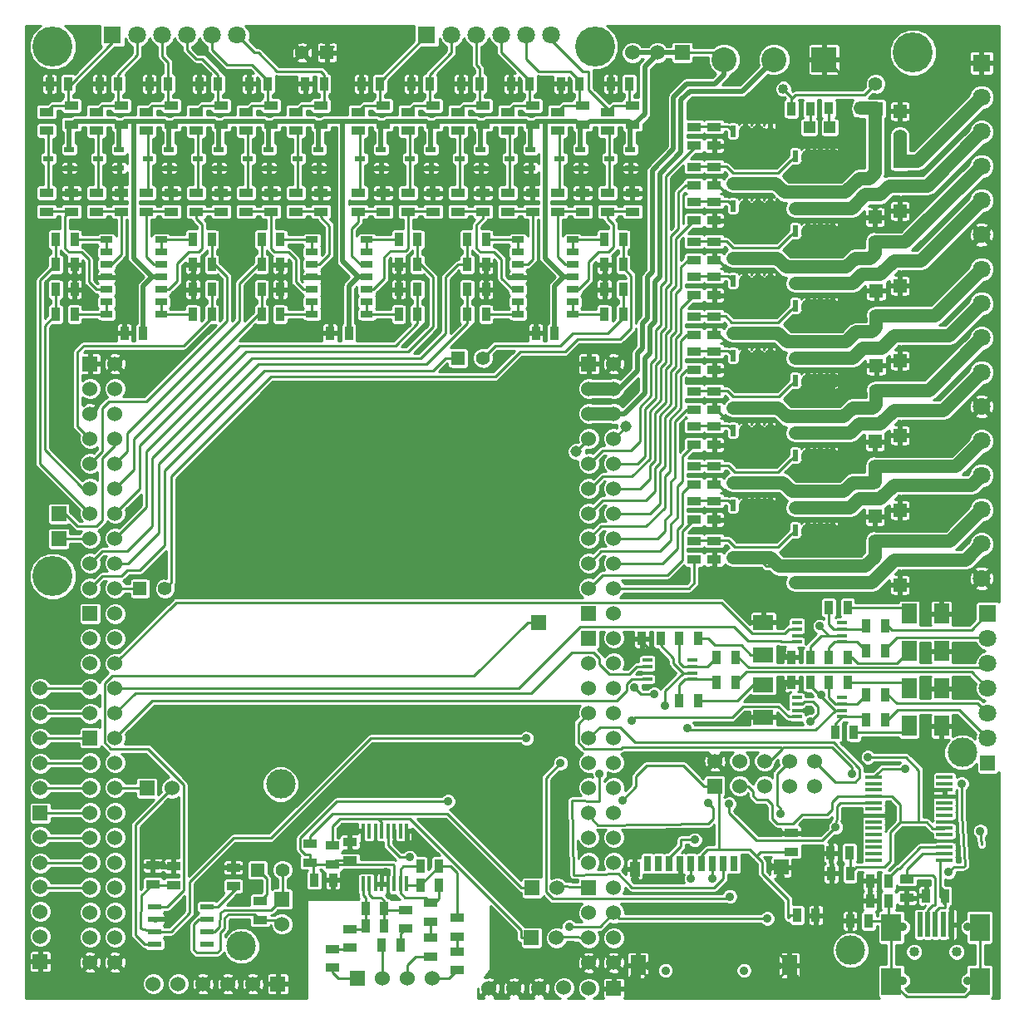
<source format=gtl>
G04 (created by PCBNEW (2013-07-07 BZR 4022)-stable) date 12/02/2014 21:37:52*
%MOIN*%
G04 Gerber Fmt 3.4, Leading zero omitted, Abs format*
%FSLAX34Y34*%
G01*
G70*
G90*
G04 APERTURE LIST*
%ADD10C,0.00590551*%
%ADD11R,0.06X0.06*%
%ADD12C,0.06*%
%ADD13R,0.035X0.055*%
%ADD14R,0.055X0.035*%
%ADD15R,0.0177X0.059*%
%ADD16R,0.0394X0.0236*%
%ADD17R,0.05X0.025*%
%ADD18R,0.055X0.055*%
%ADD19C,0.055*%
%ADD20C,0.16*%
%ADD21R,0.0708661X0.0708661*%
%ADD22C,0.0708661*%
%ADD23R,0.065X0.016*%
%ADD24R,0.02X0.1*%
%ADD25R,0.0787402X0.11*%
%ADD26C,0.04*%
%ADD27R,0.03X0.06*%
%ADD28R,0.04X0.06*%
%ADD29R,0.06X0.08*%
%ADD30C,0.035*%
%ADD31C,0.11811*%
%ADD32R,0.02X0.045*%
%ADD33R,0.1X0.1*%
%ADD34C,0.1*%
%ADD35R,0.038X0.05*%
%ADD36R,0.0472X0.0472*%
%ADD37C,0.045*%
%ADD38R,0.0551X0.0236*%
%ADD39R,0.08X0.06*%
%ADD40R,0.0402X0.0161*%
%ADD41C,0.01*%
%ADD42C,0.02*%
%ADD43C,0.0544016*%
G04 APERTURE END LIST*
G54D10*
G54D11*
X70000Y-71000D03*
G54D12*
X71000Y-71000D03*
X70000Y-72000D03*
X71000Y-72000D03*
X70000Y-73000D03*
X71000Y-73000D03*
X70000Y-74000D03*
X71000Y-74000D03*
G54D11*
X50000Y-60000D03*
G54D12*
X51000Y-60000D03*
X50000Y-61000D03*
X51000Y-61000D03*
X50000Y-62000D03*
X51000Y-62000D03*
X50000Y-63000D03*
X51000Y-63000D03*
X50000Y-64000D03*
X51000Y-64000D03*
G54D11*
X70000Y-60000D03*
G54D12*
X71000Y-60000D03*
G54D11*
X50000Y-64984D03*
G54D12*
X51000Y-64984D03*
X50000Y-65984D03*
X51000Y-65984D03*
X50000Y-66984D03*
X51000Y-66984D03*
X50000Y-67984D03*
X51000Y-67984D03*
X50000Y-68984D03*
X51000Y-68984D03*
X50000Y-69984D03*
X51000Y-69984D03*
X50000Y-70984D03*
X51000Y-70984D03*
X50000Y-71984D03*
X51000Y-71984D03*
X50000Y-72984D03*
X51000Y-72984D03*
X50000Y-73984D03*
X51000Y-73984D03*
G54D11*
X48000Y-73950D03*
G54D12*
X48000Y-72950D03*
X48000Y-71950D03*
X48000Y-70950D03*
X48000Y-70000D03*
X48000Y-68950D03*
G54D11*
X48000Y-68000D03*
G54D12*
X48000Y-67000D03*
X48000Y-66000D03*
X48000Y-65000D03*
X48000Y-64000D03*
X48000Y-63000D03*
G54D11*
X57525Y-74850D03*
G54D12*
X56525Y-74850D03*
X55525Y-74850D03*
X54525Y-74850D03*
X53525Y-74850D03*
X52525Y-74850D03*
G54D11*
X67725Y-71000D03*
G54D12*
X68725Y-71000D03*
G54D11*
X67700Y-73000D03*
G54D12*
X68700Y-73000D03*
G54D11*
X52274Y-67000D03*
G54D12*
X53274Y-67000D03*
G54D11*
X71000Y-75025D03*
G54D12*
X70000Y-75025D03*
X69000Y-75000D03*
X68000Y-75025D03*
X67000Y-75025D03*
X66000Y-75025D03*
G54D11*
X86000Y-66000D03*
G54D13*
X63241Y-70128D03*
X63991Y-70128D03*
X61041Y-72528D03*
X61791Y-72528D03*
G54D14*
X60416Y-69903D03*
X60416Y-69153D03*
X64716Y-74303D03*
X64716Y-73553D03*
X63666Y-73753D03*
X63666Y-73003D03*
G54D13*
X61691Y-73303D03*
X62441Y-73303D03*
G54D14*
X59716Y-74203D03*
X59716Y-73453D03*
X64716Y-72953D03*
X64716Y-72203D03*
X63666Y-72353D03*
X63666Y-71603D03*
X62666Y-72628D03*
X62666Y-71878D03*
X60416Y-73403D03*
X60416Y-72653D03*
G54D13*
X63991Y-70878D03*
X63241Y-70878D03*
X61041Y-71828D03*
X61791Y-71828D03*
G54D14*
X58825Y-69975D03*
X58825Y-69225D03*
X59716Y-69303D03*
X59716Y-70053D03*
G54D15*
X62691Y-68719D03*
X62441Y-68719D03*
X62191Y-68719D03*
X61941Y-68719D03*
X61691Y-68719D03*
X61441Y-68719D03*
X61191Y-68719D03*
X60941Y-68719D03*
X60941Y-70837D03*
X61191Y-70837D03*
X61441Y-70837D03*
X61691Y-70837D03*
X61941Y-70837D03*
X62191Y-70837D03*
X62441Y-70837D03*
X62691Y-70837D03*
G54D11*
X60716Y-74628D03*
G54D12*
X61716Y-74628D03*
X62716Y-74628D03*
X63716Y-74628D03*
G54D13*
X59741Y-70678D03*
X58991Y-70678D03*
G54D11*
X73750Y-37500D03*
G54D12*
X72750Y-37500D03*
X71750Y-37500D03*
G54D16*
X53166Y-42125D03*
X52334Y-41750D03*
X53166Y-41375D03*
X67666Y-42125D03*
X66834Y-41750D03*
X67666Y-41375D03*
X65666Y-42125D03*
X64834Y-41750D03*
X65666Y-41375D03*
X51166Y-42125D03*
X50334Y-41750D03*
X51166Y-41375D03*
X55166Y-42125D03*
X54334Y-41750D03*
X55166Y-41375D03*
X49166Y-42125D03*
X48334Y-41750D03*
X49166Y-41375D03*
X59166Y-42125D03*
X58334Y-41750D03*
X59166Y-41375D03*
X57166Y-42125D03*
X56334Y-41750D03*
X57166Y-41375D03*
X63666Y-42125D03*
X62834Y-41750D03*
X63666Y-41375D03*
X61666Y-42125D03*
X60834Y-41750D03*
X61666Y-41375D03*
G54D17*
X52850Y-48000D03*
X52850Y-47500D03*
X52850Y-47000D03*
X52850Y-46500D03*
X52850Y-46000D03*
X52850Y-45500D03*
X52850Y-45000D03*
X50650Y-45000D03*
X50650Y-45500D03*
X50650Y-46000D03*
X50650Y-46500D03*
X50650Y-47000D03*
X50650Y-47500D03*
X50650Y-48000D03*
X61100Y-48000D03*
X61100Y-47500D03*
X61100Y-47000D03*
X61100Y-46500D03*
X61100Y-46000D03*
X61100Y-45500D03*
X61100Y-45000D03*
X58900Y-45000D03*
X58900Y-45500D03*
X58900Y-46000D03*
X58900Y-46500D03*
X58900Y-47000D03*
X58900Y-47500D03*
X58900Y-48000D03*
X69350Y-48000D03*
X69350Y-47500D03*
X69350Y-47000D03*
X69350Y-46500D03*
X69350Y-46000D03*
X69350Y-45500D03*
X69350Y-45000D03*
X67150Y-45000D03*
X67150Y-45500D03*
X67150Y-46000D03*
X67150Y-46500D03*
X67150Y-47000D03*
X67150Y-47500D03*
X67150Y-48000D03*
G54D16*
X69666Y-42125D03*
X68834Y-41750D03*
X69666Y-41375D03*
X71666Y-42125D03*
X70834Y-41750D03*
X71666Y-41375D03*
G54D11*
X48750Y-57000D03*
X48750Y-56000D03*
G54D18*
X59500Y-37500D03*
G54D19*
X58500Y-37500D03*
G54D18*
X64750Y-49750D03*
G54D19*
X65750Y-49750D03*
G54D18*
X52000Y-59000D03*
G54D19*
X53000Y-59000D03*
G54D13*
X52125Y-48750D03*
X51375Y-48750D03*
X67875Y-48750D03*
X68625Y-48750D03*
X60375Y-48750D03*
X59625Y-48750D03*
X48625Y-47000D03*
X49375Y-47000D03*
X49375Y-48000D03*
X48625Y-48000D03*
X49125Y-38750D03*
X48375Y-38750D03*
X48625Y-46000D03*
X49375Y-46000D03*
X49375Y-45000D03*
X48625Y-45000D03*
X51125Y-38750D03*
X50375Y-38750D03*
X54875Y-46000D03*
X54125Y-46000D03*
X54125Y-45000D03*
X54875Y-45000D03*
X53125Y-38750D03*
X52375Y-38750D03*
X55125Y-38750D03*
X54375Y-38750D03*
X54125Y-48000D03*
X54875Y-48000D03*
X54875Y-47000D03*
X54125Y-47000D03*
G54D14*
X48250Y-43125D03*
X48250Y-43875D03*
X49250Y-39625D03*
X49250Y-40375D03*
X51250Y-43125D03*
X51250Y-43875D03*
X49250Y-43125D03*
X49250Y-43875D03*
X50250Y-43125D03*
X50250Y-43875D03*
X51250Y-39625D03*
X51250Y-40375D03*
X52250Y-43125D03*
X52250Y-43875D03*
X53250Y-39625D03*
X53250Y-40375D03*
X54250Y-43125D03*
X54250Y-43875D03*
X55250Y-39625D03*
X55250Y-40375D03*
G54D13*
X56875Y-47000D03*
X57625Y-47000D03*
G54D14*
X59250Y-39625D03*
X59250Y-40375D03*
X58250Y-43125D03*
X58250Y-43875D03*
X57250Y-39625D03*
X57250Y-40375D03*
X56250Y-43125D03*
X56250Y-43875D03*
X50250Y-39875D03*
X50250Y-40625D03*
X48250Y-39875D03*
X48250Y-40625D03*
G54D13*
X57125Y-38750D03*
X56375Y-38750D03*
X57625Y-48000D03*
X56875Y-48000D03*
X65125Y-47000D03*
X65875Y-47000D03*
X65875Y-48000D03*
X65125Y-48000D03*
X65625Y-38750D03*
X64875Y-38750D03*
X67625Y-38750D03*
X66875Y-38750D03*
X65875Y-45000D03*
X65125Y-45000D03*
X65125Y-46000D03*
X65875Y-46000D03*
G54D14*
X64750Y-43125D03*
X64750Y-43875D03*
X65750Y-43125D03*
X65750Y-43875D03*
X65750Y-39625D03*
X65750Y-40375D03*
X66750Y-43125D03*
X66750Y-43875D03*
X67750Y-43125D03*
X67750Y-43875D03*
X67750Y-39625D03*
X67750Y-40375D03*
X53250Y-43125D03*
X53250Y-43875D03*
X55250Y-43125D03*
X55250Y-43875D03*
X57250Y-43125D03*
X57250Y-43875D03*
X59250Y-43125D03*
X59250Y-43875D03*
G54D13*
X59375Y-38750D03*
X58625Y-38750D03*
G54D14*
X63750Y-43125D03*
X63750Y-43875D03*
X61750Y-43125D03*
X61750Y-43875D03*
G54D13*
X62375Y-45000D03*
X63125Y-45000D03*
X63125Y-46000D03*
X62375Y-46000D03*
G54D14*
X63750Y-39625D03*
X63750Y-40375D03*
X62750Y-43125D03*
X62750Y-43875D03*
X61750Y-39625D03*
X61750Y-40375D03*
X60750Y-43125D03*
X60750Y-43875D03*
G54D13*
X63125Y-47000D03*
X62375Y-47000D03*
X62375Y-48000D03*
X63125Y-48000D03*
X63625Y-38750D03*
X62875Y-38750D03*
X61625Y-38750D03*
X60875Y-38750D03*
G54D14*
X52250Y-39875D03*
X52250Y-40625D03*
X54250Y-39875D03*
X54250Y-40625D03*
X56250Y-39875D03*
X56250Y-40625D03*
X58250Y-39875D03*
X58250Y-40625D03*
X66750Y-39875D03*
X66750Y-40625D03*
X64750Y-39875D03*
X64750Y-40625D03*
X62750Y-39875D03*
X62750Y-40625D03*
X60750Y-39875D03*
X60750Y-40625D03*
G54D13*
X57625Y-45000D03*
X56875Y-45000D03*
X56875Y-46000D03*
X57625Y-46000D03*
X71375Y-46000D03*
X70625Y-46000D03*
X70625Y-45000D03*
X71375Y-45000D03*
X69625Y-38750D03*
X68875Y-38750D03*
X71625Y-38750D03*
X70875Y-38750D03*
X70625Y-48000D03*
X71375Y-48000D03*
X71375Y-47000D03*
X70625Y-47000D03*
G54D14*
X68750Y-43125D03*
X68750Y-43875D03*
X69750Y-43125D03*
X69750Y-43875D03*
X69750Y-39625D03*
X69750Y-40375D03*
X70750Y-43125D03*
X70750Y-43875D03*
X71750Y-43125D03*
X71750Y-43875D03*
X71750Y-39625D03*
X71750Y-40375D03*
X70750Y-39875D03*
X70750Y-40625D03*
X68750Y-39875D03*
X68750Y-40625D03*
G54D11*
X50000Y-49984D03*
G54D12*
X51000Y-49984D03*
X50000Y-50984D03*
X51000Y-50984D03*
X50000Y-51984D03*
X51000Y-51984D03*
X50000Y-52984D03*
X51000Y-52984D03*
X50000Y-53984D03*
X51000Y-53984D03*
X50000Y-54984D03*
X51000Y-54984D03*
X50000Y-55984D03*
X51000Y-55984D03*
X50000Y-56984D03*
X51000Y-56984D03*
X50000Y-57984D03*
X51000Y-57984D03*
X50000Y-58984D03*
X51000Y-58984D03*
G54D20*
X70250Y-37250D03*
X48500Y-58500D03*
X48500Y-37250D03*
G54D21*
X63500Y-36800D03*
G54D22*
X64500Y-36800D03*
X65500Y-36800D03*
X66500Y-36800D03*
X67500Y-36800D03*
X68500Y-36800D03*
G54D21*
X50900Y-36800D03*
G54D22*
X51900Y-36800D03*
X52900Y-36800D03*
X53900Y-36800D03*
X54900Y-36800D03*
X55900Y-36800D03*
G54D13*
X81275Y-71518D03*
X82025Y-71518D03*
G54D14*
X82750Y-71393D03*
X82750Y-70643D03*
G54D13*
X83525Y-71318D03*
X84275Y-71318D03*
X80475Y-70418D03*
X79725Y-70418D03*
X79699Y-69592D03*
X80449Y-69592D03*
X81275Y-70718D03*
X82025Y-70718D03*
X81225Y-72318D03*
X80475Y-72318D03*
G54D23*
X81433Y-68090D03*
X81433Y-68346D03*
X81433Y-68602D03*
X81433Y-68858D03*
X84267Y-67322D03*
X81433Y-67322D03*
X81433Y-67578D03*
X81433Y-67834D03*
X84267Y-69114D03*
X84267Y-68858D03*
X84267Y-68602D03*
X84267Y-68346D03*
X84267Y-68090D03*
X84267Y-67834D03*
X81433Y-69114D03*
X84267Y-67578D03*
X84267Y-67066D03*
X84267Y-66811D03*
X84267Y-66555D03*
X81433Y-66555D03*
X81433Y-66811D03*
X81433Y-67066D03*
X81433Y-69370D03*
X81433Y-69625D03*
X81433Y-69881D03*
X84267Y-69881D03*
X84267Y-69625D03*
X84267Y-69370D03*
G54D11*
X70000Y-60984D03*
G54D12*
X71000Y-60984D03*
X70000Y-61984D03*
X71000Y-61984D03*
X70000Y-62984D03*
X71000Y-62984D03*
X70000Y-63984D03*
X71000Y-63984D03*
X70000Y-64984D03*
X71000Y-64984D03*
X70000Y-65984D03*
X71000Y-65984D03*
X70000Y-66984D03*
X71000Y-66984D03*
X70000Y-67984D03*
X71000Y-67984D03*
X70000Y-68984D03*
X71000Y-68984D03*
X70000Y-69984D03*
X71000Y-69984D03*
G54D11*
X75050Y-66918D03*
G54D12*
X75050Y-65918D03*
X76050Y-66918D03*
X76050Y-65918D03*
X77050Y-66918D03*
X77050Y-65918D03*
X78050Y-66918D03*
X78050Y-65918D03*
X79050Y-66918D03*
X79050Y-65918D03*
G54D11*
X67969Y-60344D03*
G54D13*
X79100Y-72092D03*
X78350Y-72092D03*
G54D14*
X78125Y-69543D03*
X78125Y-68793D03*
G54D24*
X83270Y-72468D03*
X83585Y-72468D03*
X83900Y-72468D03*
X84214Y-72468D03*
X84529Y-72468D03*
G54D25*
X82128Y-74749D03*
X85671Y-74749D03*
X82128Y-72583D03*
X85671Y-72583D03*
G54D26*
X83050Y-73568D03*
X84750Y-73568D03*
G54D27*
X75832Y-70018D03*
X75399Y-70018D03*
X74966Y-70018D03*
X74533Y-70018D03*
X74100Y-70018D03*
X73666Y-70018D03*
X73233Y-70018D03*
X72800Y-70018D03*
X72367Y-70018D03*
G54D28*
X71837Y-70254D03*
G54D29*
X71974Y-74101D03*
X78037Y-74101D03*
G54D11*
X77714Y-70172D03*
G54D30*
X73076Y-74309D03*
X76225Y-74309D03*
G54D31*
X80500Y-73492D03*
X84974Y-65568D03*
G54D22*
X85750Y-58584D03*
X85750Y-57206D03*
G54D21*
X85750Y-37915D03*
G54D22*
X85750Y-39293D03*
X85750Y-40671D03*
X85750Y-42049D03*
X85750Y-43427D03*
X85750Y-44805D03*
X85750Y-46183D03*
X85750Y-47561D03*
X85750Y-48938D03*
X85750Y-50316D03*
X85750Y-51694D03*
X85750Y-53072D03*
X85750Y-54450D03*
X85750Y-55828D03*
G54D11*
X70000Y-49984D03*
G54D12*
X71000Y-49984D03*
X70000Y-50984D03*
X71000Y-50984D03*
X70000Y-51984D03*
X71000Y-51984D03*
X70000Y-52984D03*
X71000Y-52984D03*
X70000Y-53984D03*
X71000Y-53984D03*
X70000Y-54984D03*
X71000Y-54984D03*
X70000Y-55984D03*
X71000Y-55984D03*
X70000Y-56984D03*
X71000Y-56984D03*
X70000Y-57984D03*
X71000Y-57984D03*
X70000Y-58984D03*
X71000Y-58984D03*
G54D14*
X74225Y-40475D03*
X74225Y-41225D03*
X74225Y-42075D03*
X74225Y-42825D03*
X74225Y-43475D03*
X74225Y-44225D03*
X74225Y-45075D03*
X74225Y-45825D03*
X74225Y-46475D03*
X74225Y-47225D03*
X74225Y-48075D03*
X74225Y-48825D03*
G54D18*
X81474Y-53100D03*
G54D19*
X81474Y-54100D03*
G54D18*
X81474Y-44100D03*
G54D19*
X81474Y-45100D03*
G54D18*
X82474Y-52850D03*
G54D19*
X82474Y-51850D03*
G54D18*
X82474Y-43850D03*
G54D19*
X82474Y-42850D03*
G54D18*
X81525Y-50050D03*
G54D19*
X81525Y-51050D03*
G54D18*
X82474Y-39850D03*
G54D19*
X82474Y-40850D03*
G54D14*
X75025Y-47225D03*
X75025Y-46475D03*
X75025Y-48825D03*
X75025Y-48075D03*
X75025Y-44225D03*
X75025Y-43475D03*
X75025Y-45825D03*
X75025Y-45075D03*
X75025Y-42825D03*
X75025Y-42075D03*
X75025Y-41225D03*
X75025Y-40475D03*
G54D32*
X77275Y-48750D03*
X77275Y-46650D03*
X76775Y-48750D03*
X76275Y-48750D03*
X75775Y-48750D03*
X76775Y-46650D03*
X76275Y-46650D03*
X75775Y-46650D03*
X79775Y-49750D03*
X79775Y-47650D03*
X79275Y-49750D03*
X78775Y-49750D03*
X78275Y-49750D03*
X79275Y-47650D03*
X78775Y-47650D03*
X78275Y-47650D03*
X77275Y-45750D03*
X77275Y-43650D03*
X76775Y-45750D03*
X76275Y-45750D03*
X75775Y-45750D03*
X76775Y-43650D03*
X76275Y-43650D03*
X75775Y-43650D03*
X79775Y-43750D03*
X79775Y-41650D03*
X79275Y-43750D03*
X78775Y-43750D03*
X78275Y-43750D03*
X79275Y-41650D03*
X78775Y-41650D03*
X78275Y-41650D03*
X77275Y-42750D03*
X77275Y-40650D03*
X76775Y-42750D03*
X76275Y-42750D03*
X75775Y-42750D03*
X76775Y-40650D03*
X76275Y-40650D03*
X75775Y-40650D03*
X79775Y-46750D03*
X79775Y-44650D03*
X79275Y-46750D03*
X78775Y-46750D03*
X78275Y-46750D03*
X79275Y-44650D03*
X78775Y-44650D03*
X78275Y-44650D03*
X77275Y-54750D03*
X77275Y-52650D03*
X76775Y-54750D03*
X76275Y-54750D03*
X75775Y-54750D03*
X76775Y-52650D03*
X76275Y-52650D03*
X75775Y-52650D03*
X79775Y-58750D03*
X79775Y-56650D03*
X79275Y-58750D03*
X78775Y-58750D03*
X78275Y-58750D03*
X79275Y-56650D03*
X78775Y-56650D03*
X78275Y-56650D03*
X77275Y-57750D03*
X77275Y-55650D03*
X76775Y-57750D03*
X76275Y-57750D03*
X75775Y-57750D03*
X76775Y-55650D03*
X76275Y-55650D03*
X75775Y-55650D03*
X79775Y-55750D03*
X79775Y-53650D03*
X79275Y-55750D03*
X78775Y-55750D03*
X78275Y-55750D03*
X79275Y-53650D03*
X78775Y-53650D03*
X78275Y-53650D03*
X77275Y-51750D03*
X77275Y-49650D03*
X76775Y-51750D03*
X76275Y-51750D03*
X75775Y-51750D03*
X76775Y-49650D03*
X76275Y-49650D03*
X75775Y-49650D03*
X79775Y-52750D03*
X79775Y-50650D03*
X79275Y-52750D03*
X78775Y-52750D03*
X78275Y-52750D03*
X79275Y-50650D03*
X78775Y-50650D03*
X78275Y-50650D03*
G54D14*
X75025Y-57825D03*
X75025Y-57075D03*
X75025Y-56225D03*
X75025Y-55475D03*
X75025Y-53225D03*
X75025Y-52475D03*
X75025Y-54825D03*
X75025Y-54075D03*
X75025Y-50225D03*
X75025Y-49475D03*
X75025Y-51825D03*
X75025Y-51075D03*
G54D33*
X79425Y-37775D03*
G54D34*
X77425Y-37775D03*
X75425Y-37775D03*
G54D35*
X79610Y-39740D03*
X80900Y-39740D03*
G54D13*
X78125Y-39750D03*
X78875Y-39750D03*
G54D36*
X78837Y-40500D03*
X79663Y-40500D03*
G54D18*
X82474Y-46850D03*
G54D19*
X82474Y-45850D03*
G54D18*
X82474Y-55850D03*
G54D19*
X82474Y-54850D03*
G54D18*
X81525Y-47050D03*
G54D19*
X81525Y-48050D03*
G54D18*
X81474Y-56100D03*
G54D19*
X81474Y-57100D03*
G54D18*
X82474Y-49850D03*
G54D19*
X82474Y-48850D03*
G54D18*
X82474Y-58850D03*
G54D19*
X82474Y-57850D03*
G54D18*
X81525Y-39750D03*
G54D19*
X81500Y-38750D03*
G54D18*
X82474Y-41850D03*
G54D19*
X81474Y-41850D03*
G54D14*
X74225Y-49475D03*
X74225Y-50225D03*
X74225Y-51075D03*
X74225Y-51825D03*
X74225Y-52475D03*
X74225Y-53225D03*
X74225Y-54075D03*
X74225Y-54825D03*
X74225Y-55475D03*
X74225Y-56225D03*
X74225Y-57075D03*
X74225Y-57825D03*
G54D37*
X69500Y-53500D03*
X71500Y-52500D03*
G54D20*
X83000Y-37500D03*
G54D14*
X53337Y-70131D03*
X53337Y-70881D03*
X52512Y-70856D03*
X52512Y-70106D03*
X55737Y-70931D03*
X55737Y-70181D03*
G54D11*
X57688Y-71456D03*
G54D12*
X57688Y-72456D03*
G54D38*
X54687Y-71756D03*
X52587Y-71756D03*
X54687Y-72256D03*
X54687Y-72756D03*
X54687Y-73256D03*
X52587Y-72256D03*
X52587Y-72756D03*
X52587Y-73256D03*
G54D18*
X56712Y-70281D03*
G54D19*
X57712Y-70281D03*
G54D14*
X56812Y-71531D03*
X56812Y-72281D03*
G54D31*
X57637Y-66837D03*
X56062Y-73331D03*
G54D39*
X77000Y-62850D03*
X77000Y-64150D03*
G54D29*
X82850Y-63000D03*
X84150Y-63000D03*
X82850Y-61500D03*
X84150Y-61500D03*
X82850Y-60000D03*
X84150Y-60000D03*
X82850Y-64500D03*
X84150Y-64500D03*
G54D39*
X77000Y-61650D03*
X77000Y-60350D03*
G54D13*
X74375Y-63500D03*
X73625Y-63500D03*
X75875Y-62750D03*
X75125Y-62750D03*
X80375Y-62750D03*
X79625Y-62750D03*
X80375Y-61750D03*
X79625Y-61750D03*
X81875Y-61500D03*
X81125Y-61500D03*
X78125Y-62750D03*
X78875Y-62750D03*
X81875Y-60500D03*
X81125Y-60500D03*
X80375Y-59750D03*
X79625Y-59750D03*
X75875Y-61750D03*
X75125Y-61750D03*
X74375Y-61000D03*
X73625Y-61000D03*
X78125Y-61750D03*
X78875Y-61750D03*
X81875Y-63250D03*
X81125Y-63250D03*
X72125Y-61000D03*
X72875Y-61000D03*
X81875Y-64250D03*
X81125Y-64250D03*
X80625Y-64750D03*
X79875Y-64750D03*
G54D40*
X78344Y-63366D03*
X78344Y-63622D03*
X78344Y-63878D03*
X78344Y-64134D03*
X80156Y-64134D03*
X80156Y-63878D03*
X80156Y-63622D03*
X80156Y-63366D03*
X72344Y-61866D03*
X72344Y-62122D03*
X72344Y-62378D03*
X72344Y-62634D03*
X74156Y-62634D03*
X74156Y-62378D03*
X74156Y-62122D03*
X74156Y-61866D03*
X78344Y-60366D03*
X78344Y-60622D03*
X78344Y-60878D03*
X78344Y-61134D03*
X80156Y-61134D03*
X80156Y-60878D03*
X80156Y-60622D03*
X80156Y-60366D03*
G54D21*
X86000Y-60000D03*
G54D22*
X86000Y-61000D03*
X86000Y-62000D03*
X86000Y-63000D03*
X86000Y-64000D03*
X86000Y-65000D03*
G54D30*
X67500Y-65000D03*
X71335Y-67484D03*
G54D26*
X77800Y-38950D03*
G54D30*
X81195Y-65757D03*
X64356Y-67528D03*
X62802Y-69771D03*
X72621Y-63227D03*
X71831Y-62957D03*
X80550Y-66418D03*
X85700Y-68718D03*
X70434Y-66418D03*
X71707Y-64306D03*
X78876Y-64328D03*
X77156Y-72226D03*
X69209Y-72563D03*
X74250Y-69068D03*
X77700Y-68018D03*
X74950Y-70618D03*
X74100Y-70618D03*
X68863Y-65992D03*
X75651Y-71342D03*
X79900Y-68568D03*
X75625Y-67630D03*
X74798Y-67593D03*
X84425Y-70368D03*
X84950Y-66818D03*
X82700Y-66218D03*
X73950Y-64600D03*
X73050Y-63700D03*
X79261Y-60506D03*
X79312Y-63253D03*
X85200Y-74718D03*
X82600Y-74718D03*
X82600Y-72568D03*
X85200Y-72568D03*
X84000Y-73550D03*
X61850Y-70350D03*
X60216Y-70628D03*
X77400Y-68750D03*
X62679Y-69340D03*
X61429Y-69340D03*
X60466Y-68628D03*
X47950Y-38800D03*
X49950Y-38750D03*
X51950Y-38750D03*
X53950Y-38800D03*
X55950Y-38750D03*
X58200Y-38750D03*
X60500Y-38750D03*
X62500Y-38750D03*
X64500Y-38750D03*
X66500Y-38750D03*
X68500Y-38750D03*
X70450Y-38750D03*
X70650Y-46500D03*
X65850Y-46500D03*
X71650Y-42600D03*
X69650Y-42600D03*
X67650Y-42600D03*
X65650Y-42600D03*
X63650Y-42600D03*
X61650Y-42600D03*
X59150Y-42600D03*
X57150Y-42600D03*
X55150Y-42600D03*
X53150Y-42600D03*
X62350Y-46500D03*
X57600Y-46500D03*
X54100Y-46500D03*
X51150Y-42600D03*
X49150Y-42600D03*
X49400Y-46500D03*
X51374Y-46900D03*
X59625Y-46874D03*
X67874Y-46874D03*
X72400Y-74618D03*
X77600Y-74618D03*
X77600Y-73618D03*
X71850Y-70668D03*
X77300Y-70168D03*
X77700Y-70568D03*
X71800Y-74618D03*
X72400Y-74118D03*
X77600Y-74118D03*
X78300Y-74618D03*
X77100Y-73318D03*
X78400Y-72718D03*
X80450Y-69018D03*
X82500Y-69018D03*
G54D26*
X79000Y-38750D03*
X79750Y-38750D03*
X80500Y-38750D03*
X78500Y-38250D03*
X78500Y-37500D03*
X78250Y-36750D03*
X79000Y-36750D03*
X79750Y-36750D03*
X81500Y-37000D03*
X80500Y-37000D03*
X80500Y-38000D03*
X81000Y-37500D03*
X81500Y-38000D03*
X82500Y-39000D03*
X83250Y-39000D03*
X86000Y-36750D03*
X84500Y-36750D03*
X85250Y-37000D03*
X84750Y-37500D03*
X84750Y-38250D03*
X84250Y-38750D03*
X85250Y-38750D03*
X84750Y-39250D03*
X83750Y-39250D03*
X84250Y-39750D03*
X83250Y-39750D03*
X83750Y-40250D03*
X83250Y-40750D03*
X83200Y-43600D03*
X83000Y-47400D03*
X83400Y-47000D03*
X83800Y-46600D03*
X84200Y-46200D03*
X84600Y-45800D03*
X85000Y-45400D03*
X83600Y-50200D03*
X83600Y-49600D03*
X84200Y-49600D03*
X83000Y-50400D03*
X84600Y-55800D03*
X84000Y-55800D03*
X83400Y-55800D03*
X83800Y-56400D03*
X83200Y-56400D03*
X83200Y-58600D03*
X83600Y-59000D03*
X84000Y-58600D03*
X84400Y-59000D03*
X84800Y-58600D03*
X85200Y-59000D03*
X86200Y-59000D03*
X86200Y-58000D03*
X84600Y-53400D03*
X84000Y-53400D03*
X83400Y-53200D03*
X83600Y-52600D03*
X84200Y-52800D03*
X84600Y-52400D03*
X85000Y-52800D03*
X85200Y-52200D03*
X86200Y-52200D03*
X75500Y-58500D03*
X76000Y-58500D03*
X76500Y-58500D03*
X77000Y-58500D03*
X77750Y-59000D03*
X77250Y-59000D03*
X76750Y-59000D03*
X76250Y-59000D03*
X75750Y-59000D03*
X75250Y-59000D03*
X74750Y-59000D03*
X69250Y-58500D03*
X75000Y-58250D03*
X73750Y-58500D03*
X74250Y-39500D03*
X74750Y-39500D03*
X76750Y-44250D03*
X77250Y-44250D03*
X77500Y-44750D03*
X77000Y-44750D03*
X77750Y-44250D03*
X77750Y-47250D03*
X77500Y-47750D03*
X77250Y-47250D03*
X77250Y-50250D03*
X77500Y-50750D03*
X77750Y-50250D03*
X77250Y-53250D03*
X77500Y-53750D03*
X77750Y-53250D03*
X77750Y-56250D03*
X77500Y-56750D03*
X77250Y-56250D03*
X78250Y-57250D03*
X78750Y-57500D03*
X78250Y-54250D03*
X78750Y-54500D03*
X78250Y-51250D03*
X78750Y-51500D03*
X78250Y-48250D03*
X78750Y-48500D03*
X78250Y-45250D03*
X78750Y-45500D03*
X78250Y-42250D03*
X78750Y-42500D03*
X80750Y-56500D03*
X80250Y-56750D03*
X80750Y-57000D03*
X80750Y-57500D03*
X80250Y-57250D03*
X79250Y-57250D03*
X79750Y-57500D03*
X75750Y-56250D03*
X76000Y-56750D03*
X76250Y-56250D03*
X76500Y-56750D03*
X76750Y-56250D03*
X77000Y-56750D03*
X80750Y-53500D03*
X79250Y-54250D03*
X79750Y-54500D03*
X80250Y-54250D03*
X80750Y-54000D03*
X80250Y-53750D03*
X77000Y-53750D03*
X76750Y-53250D03*
X76250Y-53250D03*
X76500Y-53750D03*
X75750Y-53250D03*
X76000Y-53750D03*
X80750Y-50500D03*
X79250Y-51250D03*
X79750Y-51500D03*
X80250Y-51250D03*
X80750Y-51000D03*
X80250Y-50750D03*
X77000Y-50750D03*
X76750Y-50250D03*
X76250Y-50250D03*
X76500Y-50750D03*
X75750Y-50250D03*
X76000Y-50750D03*
X80750Y-47500D03*
X80250Y-47750D03*
X80750Y-48000D03*
X80250Y-48250D03*
X79250Y-48250D03*
X79750Y-48500D03*
X77000Y-47750D03*
X76750Y-47250D03*
X76250Y-47250D03*
X76500Y-47750D03*
X75750Y-47250D03*
X76000Y-47750D03*
X80750Y-44500D03*
X80250Y-44750D03*
X80750Y-45000D03*
X80250Y-45250D03*
X79250Y-45250D03*
X79750Y-45500D03*
X76250Y-44250D03*
X76500Y-44750D03*
X75750Y-44250D03*
X76000Y-44750D03*
X80250Y-41000D03*
X80250Y-40500D03*
X80750Y-40750D03*
X80250Y-41500D03*
X80750Y-41750D03*
X80250Y-42000D03*
X79250Y-42250D03*
X79750Y-42500D03*
X75500Y-40000D03*
X75250Y-39500D03*
X75750Y-39500D03*
X76250Y-39500D03*
X76750Y-39500D03*
X77250Y-39500D03*
X77500Y-40000D03*
X77000Y-40000D03*
X76500Y-40000D03*
X76000Y-40000D03*
X78250Y-41000D03*
X78250Y-40500D03*
X77750Y-40750D03*
X77750Y-41250D03*
X76750Y-41250D03*
X77250Y-41250D03*
X77500Y-41750D03*
X76000Y-41750D03*
X76500Y-41750D03*
X77000Y-41750D03*
X76250Y-41250D03*
X75750Y-41250D03*
G54D30*
X52888Y-70106D03*
X55762Y-72431D03*
X56612Y-70906D03*
X53112Y-72281D03*
X72500Y-61500D03*
X77750Y-63000D03*
X77750Y-61500D03*
X84750Y-63250D03*
X84750Y-60250D03*
X84700Y-64500D03*
X84750Y-61500D03*
X78850Y-60900D03*
X78850Y-63850D03*
X72850Y-62400D03*
X76300Y-64300D03*
G54D41*
X52587Y-72756D02*
X53243Y-72756D01*
X61250Y-65000D02*
X67500Y-65000D01*
X57250Y-69000D02*
X61250Y-65000D01*
X55750Y-69000D02*
X57250Y-69000D01*
X54000Y-70750D02*
X55750Y-69000D01*
X54000Y-72000D02*
X54000Y-70750D01*
X53243Y-72756D02*
X54000Y-72000D01*
X75050Y-66918D02*
X74619Y-66918D01*
X71335Y-67484D02*
X71884Y-66935D01*
X71884Y-66935D02*
X71884Y-66521D01*
X71884Y-66521D02*
X72307Y-66098D01*
X72307Y-66098D02*
X73800Y-66098D01*
X73800Y-66098D02*
X74619Y-66918D01*
X76900Y-69543D02*
X76712Y-69730D01*
X78125Y-69543D02*
X76900Y-69543D01*
X75225Y-67092D02*
X75050Y-66918D01*
X75225Y-69468D02*
X75225Y-67092D01*
G54D42*
X76150Y-39050D02*
X77425Y-37775D01*
X74050Y-39050D02*
X76150Y-39050D01*
X73700Y-39400D02*
X74050Y-39050D01*
X73700Y-41496D02*
X73700Y-39400D01*
X72850Y-42346D02*
X73700Y-41496D01*
X72850Y-46500D02*
X72850Y-42346D01*
X72650Y-46700D02*
X72850Y-46500D01*
X72650Y-48300D02*
X72650Y-46700D01*
X72450Y-48500D02*
X72650Y-48300D01*
X72450Y-49550D02*
X72450Y-48500D01*
X72250Y-49750D02*
X72450Y-49550D01*
X72250Y-51166D02*
X72250Y-49750D01*
X71432Y-51983D02*
X72250Y-51166D01*
X71000Y-51983D02*
X71432Y-51983D01*
G54D41*
X76450Y-69468D02*
X76712Y-69730D01*
X75250Y-69468D02*
X76450Y-69468D01*
X75225Y-69468D02*
X75250Y-69468D01*
X75250Y-69468D02*
X75225Y-69468D01*
X74533Y-69685D02*
X74533Y-70018D01*
X74750Y-69468D02*
X74533Y-69685D01*
X75225Y-69468D02*
X74750Y-69468D01*
X78350Y-72092D02*
X78350Y-72092D01*
X52525Y-72693D02*
X52587Y-72756D01*
X52300Y-72693D02*
X52525Y-72693D01*
G54D43*
X70999Y-51983D02*
X71000Y-51983D01*
G54D41*
X70999Y-51983D02*
X71000Y-51984D01*
X52512Y-70856D02*
X52512Y-70856D01*
X52012Y-72631D02*
X52300Y-72693D01*
X52062Y-71306D02*
X52012Y-72631D01*
X52512Y-70856D02*
X52062Y-71306D01*
X78125Y-69543D02*
X78125Y-69543D01*
X78000Y-71468D02*
X78000Y-72102D01*
X76950Y-70418D02*
X78000Y-71468D01*
X76950Y-69968D02*
X76950Y-70418D01*
X76712Y-69730D02*
X76950Y-69968D01*
X78100Y-72092D02*
X78350Y-72092D01*
X78000Y-72192D02*
X78100Y-72092D01*
X78000Y-72102D02*
X78000Y-72192D01*
G54D43*
X70000Y-51983D02*
X70000Y-51983D01*
X70000Y-51983D02*
X70999Y-51983D01*
G54D41*
X70000Y-51983D02*
X70000Y-51984D01*
X53362Y-70906D02*
X53350Y-70893D01*
X52537Y-70881D02*
X52512Y-70856D01*
X53337Y-70881D02*
X52537Y-70881D01*
X53350Y-70893D02*
X53337Y-70881D01*
X53350Y-70893D02*
X53337Y-70881D01*
X53350Y-70893D02*
X53350Y-70893D01*
X60191Y-70053D02*
X60416Y-69903D01*
X60341Y-69903D02*
X60191Y-70053D01*
G54D42*
X71825Y-40374D02*
X71750Y-40374D01*
X72250Y-39950D02*
X71825Y-40374D01*
X72250Y-38050D02*
X72250Y-39950D01*
X72750Y-37550D02*
X72250Y-38050D01*
X72750Y-37500D02*
X72750Y-37550D01*
X72750Y-37500D02*
X73750Y-37500D01*
X71750Y-37500D02*
X72750Y-37500D01*
X71666Y-40459D02*
X71750Y-40374D01*
X71666Y-41374D02*
X71666Y-40459D01*
X71625Y-40250D02*
X71750Y-40374D01*
X70050Y-40250D02*
X71625Y-40250D01*
X69925Y-40374D02*
X70050Y-40250D01*
X69750Y-40374D02*
X69925Y-40374D01*
X69666Y-41374D02*
X69666Y-40459D01*
G54D41*
X69666Y-40459D02*
X69750Y-40374D01*
G54D42*
X67666Y-41374D02*
X67666Y-40459D01*
G54D41*
X67666Y-40459D02*
X67750Y-40374D01*
G54D42*
X65666Y-41374D02*
X65666Y-40459D01*
G54D41*
X65666Y-40459D02*
X65750Y-40374D01*
G54D42*
X63666Y-41374D02*
X63666Y-40459D01*
G54D41*
X63666Y-40459D02*
X63750Y-40374D01*
G54D42*
X61666Y-41374D02*
X61666Y-40459D01*
G54D41*
X61666Y-40459D02*
X61750Y-40374D01*
G54D42*
X59166Y-41374D02*
X59166Y-40459D01*
G54D41*
X59166Y-40459D02*
X59250Y-40374D01*
G54D42*
X57166Y-41374D02*
X57166Y-40459D01*
G54D41*
X57166Y-40459D02*
X57250Y-40374D01*
G54D42*
X55166Y-41374D02*
X55166Y-40459D01*
G54D41*
X55166Y-40459D02*
X55250Y-40374D01*
G54D42*
X53166Y-41374D02*
X53166Y-40459D01*
G54D41*
X53166Y-40459D02*
X53250Y-40374D01*
G54D42*
X51166Y-41374D02*
X51166Y-40459D01*
G54D41*
X51166Y-40459D02*
X51250Y-40374D01*
G54D42*
X49166Y-41374D02*
X49166Y-40459D01*
X51000Y-40250D02*
X49374Y-40250D01*
G54D41*
X51125Y-40374D02*
X51000Y-40250D01*
X51250Y-40374D02*
X51125Y-40374D01*
X51374Y-40250D02*
X51250Y-40374D01*
X53125Y-40374D02*
X53000Y-40250D01*
X53250Y-40374D02*
X53125Y-40374D01*
X53374Y-40250D02*
X53250Y-40374D01*
G54D42*
X55000Y-40250D02*
X53374Y-40250D01*
G54D41*
X55125Y-40374D02*
X55000Y-40250D01*
X55250Y-40374D02*
X55125Y-40374D01*
X55374Y-40250D02*
X55250Y-40374D01*
G54D42*
X57000Y-40250D02*
X55374Y-40250D01*
G54D41*
X57125Y-40374D02*
X57000Y-40250D01*
X57250Y-40374D02*
X57125Y-40374D01*
X57374Y-40250D02*
X57250Y-40374D01*
G54D42*
X59000Y-40250D02*
X57374Y-40250D01*
G54D41*
X59125Y-40374D02*
X59000Y-40250D01*
X59250Y-40374D02*
X59125Y-40374D01*
G54D42*
X60750Y-46500D02*
X61100Y-46500D01*
X60125Y-45874D02*
X60750Y-46500D01*
X60125Y-40250D02*
X60125Y-45874D01*
G54D41*
X60125Y-40250D02*
X60250Y-40250D01*
X61625Y-40374D02*
X61500Y-40250D01*
X61750Y-40374D02*
X61625Y-40374D01*
G54D42*
X61500Y-40250D02*
X60250Y-40250D01*
G54D41*
X61874Y-40250D02*
X61750Y-40374D01*
G54D42*
X63500Y-40250D02*
X61874Y-40250D01*
G54D41*
X63625Y-40374D02*
X63500Y-40250D01*
X63750Y-40374D02*
X63625Y-40374D01*
X63874Y-40250D02*
X63750Y-40374D01*
G54D42*
X65500Y-40250D02*
X63874Y-40250D01*
G54D41*
X65625Y-40374D02*
X65500Y-40250D01*
X65750Y-40374D02*
X65625Y-40374D01*
X65874Y-40250D02*
X65750Y-40374D01*
G54D42*
X67500Y-40250D02*
X65874Y-40250D01*
G54D41*
X67625Y-40374D02*
X67500Y-40250D01*
X67750Y-40374D02*
X67625Y-40374D01*
X67874Y-40250D02*
X67750Y-40374D01*
X69625Y-40374D02*
X69500Y-40250D01*
X69750Y-40374D02*
X69625Y-40374D01*
G54D42*
X71216Y-50983D02*
X71000Y-50983D01*
X71950Y-50250D02*
X71216Y-50983D01*
X71950Y-49550D02*
X71950Y-50250D01*
X72150Y-49350D02*
X71950Y-49550D01*
X72150Y-48350D02*
X72150Y-49350D01*
X72350Y-48150D02*
X72150Y-48350D01*
X72350Y-46500D02*
X72350Y-48150D01*
X72550Y-46300D02*
X72350Y-46500D01*
X72550Y-42222D02*
X72550Y-46300D01*
X73400Y-41372D02*
X72550Y-42222D01*
X73400Y-39275D02*
X73400Y-41372D01*
X73925Y-38750D02*
X73400Y-39275D01*
X75050Y-38750D02*
X73925Y-38750D01*
X75425Y-38375D02*
X75050Y-38750D01*
X75425Y-37775D02*
X75425Y-38375D01*
G54D41*
X82500Y-68368D02*
X82500Y-68351D01*
X82483Y-68351D02*
X82500Y-68351D01*
X82516Y-68351D02*
X82500Y-68368D01*
X82500Y-68351D02*
X82516Y-68351D01*
G54D42*
X69500Y-40250D02*
X68250Y-40250D01*
X68250Y-40250D02*
X67874Y-40250D01*
X60250Y-40250D02*
X60125Y-40250D01*
X59374Y-40250D02*
X59250Y-40374D01*
X60125Y-40250D02*
X59374Y-40250D01*
X60750Y-46500D02*
X61100Y-46500D01*
X53000Y-40250D02*
X51750Y-40250D01*
X51750Y-40250D02*
X51374Y-40250D01*
X68250Y-45750D02*
X69000Y-46500D01*
X68250Y-40250D02*
X68250Y-45750D01*
X69000Y-46500D02*
X69350Y-46500D01*
X69000Y-46500D02*
X69350Y-46500D01*
X51750Y-45750D02*
X52500Y-46500D01*
X51750Y-40250D02*
X51750Y-45750D01*
X52500Y-46500D02*
X52850Y-46500D01*
X52500Y-46500D02*
X52850Y-46500D01*
G54D41*
X59716Y-70053D02*
X60191Y-70053D01*
X62191Y-70103D02*
X62191Y-70470D01*
X62141Y-70053D02*
X62191Y-70103D01*
X60191Y-70053D02*
X62141Y-70053D01*
X62191Y-70470D02*
X62191Y-70837D01*
X62191Y-70470D02*
X62191Y-70837D01*
X62191Y-70470D02*
X62191Y-70470D01*
G54D42*
X60374Y-48750D02*
X60374Y-48457D01*
X60374Y-46874D02*
X60750Y-46500D01*
X60374Y-48457D02*
X60374Y-46874D01*
G54D41*
X60375Y-48457D02*
X60375Y-48750D01*
X60374Y-48457D02*
X60375Y-48457D01*
X82153Y-67322D02*
X81432Y-67322D01*
X82500Y-67668D02*
X82153Y-67322D01*
X82500Y-68351D02*
X82500Y-67668D01*
X76400Y-66918D02*
X76050Y-66918D01*
X76600Y-67118D02*
X76400Y-66918D01*
X76600Y-67318D02*
X76600Y-67118D01*
X76750Y-67468D02*
X76600Y-67318D01*
X77150Y-67468D02*
X76750Y-67468D01*
X77350Y-67668D02*
X77150Y-67468D01*
X77350Y-68218D02*
X77350Y-67668D01*
X77550Y-68418D02*
X77350Y-68218D01*
X78200Y-68418D02*
X77550Y-68418D01*
X78550Y-68068D02*
X78200Y-68418D01*
X79550Y-68068D02*
X78550Y-68068D01*
X79750Y-67868D02*
X79550Y-68068D01*
X79750Y-67568D02*
X79750Y-67868D01*
X79996Y-67322D02*
X79750Y-67568D01*
X81432Y-67322D02*
X79996Y-67322D01*
X81432Y-67322D02*
X81432Y-67322D01*
G54D43*
X70999Y-50983D02*
X71000Y-50983D01*
G54D41*
X70999Y-50983D02*
X71000Y-50984D01*
X80462Y-69605D02*
X80449Y-69592D01*
X80462Y-69605D02*
X80450Y-69592D01*
X84267Y-68602D02*
X84266Y-68602D01*
X84266Y-68602D02*
X84266Y-68601D01*
X82100Y-68768D02*
X82100Y-68918D01*
X82500Y-68368D02*
X82100Y-68768D01*
X82100Y-68918D02*
X82100Y-68968D01*
X71666Y-41374D02*
X71666Y-41374D01*
X71665Y-41375D02*
X71666Y-41374D01*
X69666Y-41374D02*
X69666Y-41374D01*
X69665Y-41375D02*
X69666Y-41374D01*
X61666Y-41374D02*
X61666Y-41374D01*
X61665Y-41375D02*
X61666Y-41374D01*
X63666Y-41374D02*
X63666Y-41374D01*
X63665Y-41375D02*
X63666Y-41374D01*
X57166Y-41374D02*
X57166Y-41374D01*
X57165Y-41375D02*
X57166Y-41374D01*
X59166Y-41374D02*
X59166Y-41374D01*
X59165Y-41375D02*
X59166Y-41374D01*
X49166Y-41374D02*
X49166Y-41374D01*
X49165Y-41375D02*
X49166Y-41374D01*
X55166Y-41374D02*
X55166Y-41374D01*
X55165Y-41375D02*
X55166Y-41374D01*
X51166Y-41374D02*
X51166Y-41374D01*
X51165Y-41375D02*
X51166Y-41374D01*
X65666Y-41374D02*
X65666Y-41374D01*
X65665Y-41375D02*
X65666Y-41374D01*
X67666Y-41374D02*
X67666Y-41374D01*
X67665Y-41375D02*
X67666Y-41374D01*
X53166Y-41374D02*
X53166Y-41374D01*
X53165Y-41375D02*
X53166Y-41374D01*
X58979Y-70665D02*
X58991Y-70678D01*
X58991Y-70678D02*
X58979Y-70665D01*
X78125Y-39749D02*
X78125Y-39374D01*
X78125Y-39750D02*
X78125Y-39749D01*
X78300Y-39200D02*
X78125Y-39374D01*
X81050Y-39200D02*
X78300Y-39200D01*
X81500Y-38750D02*
X81050Y-39200D01*
X78125Y-39275D02*
X77800Y-38950D01*
X78125Y-39374D02*
X78125Y-39275D01*
X80474Y-70418D02*
X80474Y-70018D01*
X80725Y-70168D02*
X80474Y-70418D01*
X81850Y-70168D02*
X80725Y-70168D01*
X82100Y-69918D02*
X81850Y-70168D01*
X82100Y-68968D02*
X82100Y-69918D01*
X80474Y-69618D02*
X80462Y-69605D01*
X80474Y-70018D02*
X80474Y-69618D01*
X80475Y-70018D02*
X80475Y-70418D01*
X80474Y-70018D02*
X80475Y-70018D01*
X82500Y-68368D02*
X83232Y-68368D01*
X84251Y-68618D02*
X84266Y-68602D01*
X83800Y-68618D02*
X84251Y-68618D01*
X83550Y-68368D02*
X83800Y-68618D01*
X83232Y-68368D02*
X83550Y-68368D01*
X82707Y-65757D02*
X81195Y-65757D01*
X83232Y-66282D02*
X82707Y-65757D01*
X83232Y-68368D02*
X83232Y-66282D01*
X71750Y-40375D02*
X71750Y-40374D01*
X69750Y-40375D02*
X69750Y-40374D01*
X61750Y-40375D02*
X61750Y-40374D01*
X63750Y-40375D02*
X63750Y-40374D01*
X67750Y-40375D02*
X67750Y-40374D01*
X65750Y-40375D02*
X65750Y-40374D01*
X57250Y-40375D02*
X57250Y-40374D01*
X59250Y-40375D02*
X59250Y-40374D01*
X55250Y-40375D02*
X55250Y-40374D01*
X53250Y-40375D02*
X53250Y-40374D01*
X51250Y-40375D02*
X51250Y-40374D01*
X49250Y-40375D02*
X49249Y-40374D01*
X49250Y-40374D02*
X49249Y-40374D01*
X49374Y-40250D02*
X49250Y-40374D01*
X49249Y-40374D02*
X49166Y-40459D01*
G54D42*
X68625Y-48750D02*
X68625Y-48457D01*
X68625Y-46874D02*
X69000Y-46500D01*
X68625Y-48457D02*
X68625Y-46874D01*
G54D41*
X68625Y-48457D02*
X68625Y-48750D01*
X68625Y-48457D02*
X68625Y-48457D01*
G54D42*
X52125Y-48750D02*
X52125Y-48457D01*
X52125Y-46874D02*
X52500Y-46500D01*
X52125Y-48457D02*
X52125Y-46874D01*
G54D41*
X52125Y-48457D02*
X52125Y-48750D01*
X52125Y-48457D02*
X52125Y-48457D01*
X75159Y-37500D02*
X75294Y-37635D01*
X73750Y-37500D02*
X75159Y-37500D01*
X75294Y-37635D02*
X75429Y-37770D01*
X75425Y-37765D02*
X75425Y-37775D01*
X75294Y-37635D02*
X75425Y-37765D01*
X59866Y-69903D02*
X59791Y-69978D01*
X60341Y-69903D02*
X59866Y-69903D01*
X59791Y-69978D02*
X59716Y-70053D01*
X59791Y-69978D02*
X59716Y-70053D01*
X59791Y-69978D02*
X59791Y-69978D01*
X60379Y-69903D02*
X60341Y-69903D01*
X60379Y-69903D02*
X60341Y-69903D01*
X60416Y-69903D02*
X60379Y-69903D01*
X60416Y-69903D02*
X60379Y-69903D01*
X58966Y-70653D02*
X58966Y-70053D01*
X58979Y-70665D02*
X58966Y-70653D01*
X58966Y-70053D02*
X59716Y-70053D01*
X58887Y-69975D02*
X58825Y-69975D01*
X58966Y-70053D02*
X58887Y-69975D01*
X59879Y-67528D02*
X64356Y-67528D01*
X58420Y-68988D02*
X59879Y-67528D01*
X58420Y-69455D02*
X58420Y-68988D01*
X58634Y-69669D02*
X58420Y-69455D01*
X58825Y-69669D02*
X58634Y-69669D01*
X58825Y-69975D02*
X58825Y-69669D01*
G54D43*
X70000Y-50983D02*
X70000Y-50983D01*
X70000Y-50983D02*
X70999Y-50983D01*
G54D41*
X70000Y-50983D02*
X70000Y-50984D01*
X60416Y-69903D02*
X60416Y-69903D01*
X60416Y-69903D02*
X60416Y-69903D01*
X60416Y-69903D02*
X60416Y-69903D01*
X60416Y-69903D02*
X60416Y-69903D01*
X60416Y-69903D02*
X60416Y-69903D01*
X60416Y-69903D02*
X60416Y-69903D01*
X59716Y-69303D02*
X59716Y-69303D01*
X61691Y-68719D02*
X61691Y-68536D01*
X61691Y-68536D02*
X61691Y-68719D01*
X61691Y-68536D02*
X61691Y-68536D01*
X61691Y-68353D02*
X61566Y-68228D01*
X61691Y-68536D02*
X61691Y-68353D01*
X59716Y-68528D02*
X59716Y-69303D01*
X60016Y-68228D02*
X59716Y-68528D01*
X61566Y-68228D02*
X60016Y-68228D01*
X67269Y-72677D02*
X67269Y-73000D01*
X62820Y-68228D02*
X67269Y-72677D01*
X61566Y-68228D02*
X62820Y-68228D01*
X67700Y-73000D02*
X67269Y-73000D01*
X59966Y-74628D02*
X60716Y-74628D01*
X59716Y-74378D02*
X59966Y-74628D01*
X59716Y-74203D02*
X59716Y-74378D01*
X59716Y-74203D02*
X59716Y-74203D01*
X61716Y-73328D02*
X61704Y-73315D01*
X61716Y-74628D02*
X61716Y-73328D01*
X61704Y-73315D02*
X61691Y-73303D01*
X61703Y-73315D02*
X61691Y-73303D01*
X61704Y-73315D02*
X61703Y-73315D01*
X54688Y-72256D02*
X54687Y-72256D01*
X56702Y-72171D02*
X56812Y-72281D01*
X56592Y-72061D02*
X56702Y-72171D01*
X55537Y-72061D02*
X56592Y-72061D01*
X55392Y-72206D02*
X55537Y-72061D01*
X55388Y-72206D02*
X55392Y-72206D01*
X55388Y-72631D02*
X55388Y-72206D01*
X55212Y-72806D02*
X55388Y-72631D01*
X55212Y-73481D02*
X55212Y-72806D01*
X55088Y-73606D02*
X55212Y-73481D01*
X54288Y-73606D02*
X55088Y-73606D01*
X54162Y-73481D02*
X54288Y-73606D01*
X54162Y-72456D02*
X54162Y-73481D01*
X54362Y-72256D02*
X54162Y-72456D01*
X54687Y-72256D02*
X54362Y-72256D01*
X57512Y-72281D02*
X57688Y-72456D01*
X56812Y-72281D02*
X57512Y-72281D01*
X56702Y-72171D02*
X56812Y-72281D01*
X57712Y-71431D02*
X57688Y-71456D01*
X57712Y-70281D02*
X57712Y-71431D01*
X54988Y-72756D02*
X54688Y-72756D01*
X55188Y-72556D02*
X54988Y-72756D01*
X55212Y-72006D02*
X55188Y-72556D01*
X55392Y-71881D02*
X55212Y-72006D01*
X57262Y-71881D02*
X55392Y-71881D01*
X57688Y-71456D02*
X57262Y-71881D01*
X54688Y-72756D02*
X54687Y-72756D01*
X51814Y-68460D02*
X53274Y-67000D01*
X51814Y-72888D02*
X51814Y-68460D01*
X52182Y-73256D02*
X51814Y-72888D01*
X52587Y-73256D02*
X52182Y-73256D01*
X65383Y-62500D02*
X67539Y-60344D01*
X50868Y-62500D02*
X65383Y-62500D01*
X50569Y-62798D02*
X50868Y-62500D01*
X50569Y-65173D02*
X50569Y-62798D01*
X50810Y-65414D02*
X50569Y-65173D01*
X52307Y-65414D02*
X50810Y-65414D01*
X53745Y-66852D02*
X52307Y-65414D01*
X53745Y-71108D02*
X53745Y-66852D01*
X53097Y-71756D02*
X53745Y-71108D01*
X52587Y-71756D02*
X53097Y-71756D01*
X67969Y-60344D02*
X67539Y-60344D01*
X62415Y-69771D02*
X62802Y-69771D01*
X61941Y-69297D02*
X62415Y-69771D01*
X61941Y-68719D02*
X61941Y-69297D01*
X64334Y-68039D02*
X67295Y-71000D01*
X59705Y-68039D02*
X64334Y-68039D01*
X58825Y-68919D02*
X59705Y-68039D01*
X58825Y-69225D02*
X58825Y-68919D01*
X67725Y-71000D02*
X67295Y-71000D01*
X64391Y-74628D02*
X64716Y-74303D01*
X63716Y-74628D02*
X64391Y-74628D01*
X64716Y-74303D02*
X64716Y-74303D01*
X62716Y-74628D02*
X62941Y-74628D01*
X63066Y-73753D02*
X63666Y-73753D01*
X62716Y-74103D02*
X63066Y-73753D01*
X62716Y-74628D02*
X62716Y-74103D01*
X63666Y-73753D02*
X63666Y-73753D01*
X63666Y-73753D02*
X63666Y-73753D01*
X76175Y-65968D02*
X76175Y-65918D01*
X76300Y-65968D02*
X76175Y-65968D01*
X76175Y-65968D02*
X76050Y-65968D01*
X76050Y-65918D02*
X76175Y-65918D01*
X76175Y-65918D02*
X76300Y-65918D01*
X72101Y-63227D02*
X72621Y-63227D01*
X71831Y-62957D02*
X72101Y-63227D01*
X80451Y-66418D02*
X80550Y-66418D01*
X77250Y-65918D02*
X77757Y-65410D01*
X77050Y-65918D02*
X77250Y-65918D01*
X80550Y-66168D02*
X80550Y-66418D01*
X79750Y-65368D02*
X80550Y-66168D01*
X77800Y-65368D02*
X79750Y-65368D01*
X77757Y-65410D02*
X77800Y-65368D01*
X69569Y-64414D02*
X70000Y-63984D01*
X69569Y-65170D02*
X69569Y-64414D01*
X69822Y-65423D02*
X69569Y-65170D01*
X71279Y-65423D02*
X69822Y-65423D01*
X71340Y-65362D02*
X71279Y-65423D01*
X77709Y-65362D02*
X71340Y-65362D01*
X77757Y-65410D02*
X77709Y-65362D01*
X85700Y-68718D02*
X85750Y-69268D01*
X70437Y-64546D02*
X70000Y-64984D01*
X71242Y-64546D02*
X70437Y-64546D01*
X71867Y-65171D02*
X71242Y-64546D01*
X79822Y-65171D02*
X71867Y-65171D01*
X80861Y-66211D02*
X79822Y-65171D01*
X80861Y-66561D02*
X80861Y-66211D01*
X80680Y-66742D02*
X80861Y-66561D01*
X79874Y-66742D02*
X80680Y-66742D01*
X79050Y-65918D02*
X79874Y-66742D01*
X69325Y-67500D02*
X70425Y-67525D01*
X70425Y-67525D02*
X70434Y-66418D01*
X69400Y-70475D02*
X69325Y-67500D01*
X71176Y-70434D02*
X69400Y-70475D01*
X71720Y-70978D02*
X71176Y-70434D01*
X75034Y-70978D02*
X71720Y-70978D01*
X75399Y-70614D02*
X75034Y-70978D01*
X75399Y-70018D02*
X75399Y-70614D01*
X81874Y-60500D02*
X81875Y-60500D01*
X85350Y-60650D02*
X86000Y-60000D01*
X82150Y-60650D02*
X85350Y-60650D01*
X82000Y-60500D02*
X82150Y-60650D01*
X81875Y-60500D02*
X82000Y-60500D01*
X81874Y-61500D02*
X81874Y-61462D01*
X85950Y-60950D02*
X86000Y-61000D01*
X82350Y-60950D02*
X85950Y-60950D01*
X81874Y-61425D02*
X82350Y-60950D01*
X81874Y-61462D02*
X81874Y-61425D01*
X81875Y-61462D02*
X81875Y-61500D01*
X81874Y-61462D02*
X81875Y-61462D01*
X75874Y-61750D02*
X75875Y-61750D01*
X85840Y-62159D02*
X86000Y-62000D01*
X76409Y-62159D02*
X85840Y-62159D01*
X76000Y-61750D02*
X76409Y-62159D01*
X75875Y-61750D02*
X76000Y-61750D01*
X75874Y-62750D02*
X75875Y-62750D01*
X85340Y-62340D02*
X86000Y-63000D01*
X76309Y-62340D02*
X85340Y-62340D01*
X75900Y-62750D02*
X76309Y-62340D01*
X75875Y-62750D02*
X75900Y-62750D01*
X81874Y-63250D02*
X81875Y-63250D01*
X85600Y-63600D02*
X86000Y-64000D01*
X82350Y-63600D02*
X85600Y-63600D01*
X82000Y-63250D02*
X82350Y-63600D01*
X81875Y-63250D02*
X82000Y-63250D01*
X81874Y-64250D02*
X81875Y-64250D01*
X84850Y-63850D02*
X86000Y-65000D01*
X82400Y-63850D02*
X84850Y-63850D01*
X82000Y-64250D02*
X82400Y-63850D01*
X81875Y-64250D02*
X82000Y-64250D01*
X78344Y-61133D02*
X78343Y-61133D01*
X78343Y-61133D02*
X78344Y-61134D01*
X77709Y-61133D02*
X77670Y-61094D01*
X78343Y-61133D02*
X77709Y-61133D01*
X67193Y-63000D02*
X51000Y-63000D01*
X69653Y-60540D02*
X67193Y-63000D01*
X75823Y-60540D02*
X69653Y-60540D01*
X76377Y-61094D02*
X75823Y-60540D01*
X77670Y-61094D02*
X76377Y-61094D01*
X51819Y-63180D02*
X51000Y-64000D01*
X67677Y-63180D02*
X51819Y-63180D01*
X69303Y-61553D02*
X67677Y-63180D01*
X70178Y-61553D02*
X69303Y-61553D01*
X70430Y-61805D02*
X70178Y-61553D01*
X70430Y-62028D02*
X70430Y-61805D01*
X70815Y-62414D02*
X70430Y-62028D01*
X71621Y-62414D02*
X70815Y-62414D01*
X71914Y-62122D02*
X71621Y-62414D01*
X72344Y-62122D02*
X71914Y-62122D01*
X53444Y-59555D02*
X51000Y-62000D01*
X75317Y-59555D02*
X53444Y-59555D01*
X76541Y-60780D02*
X75317Y-59555D01*
X77854Y-60780D02*
X76541Y-60780D01*
X78012Y-60622D02*
X77854Y-60780D01*
X78344Y-60622D02*
X78012Y-60622D01*
X72344Y-62634D02*
X72012Y-62634D01*
X52500Y-63484D02*
X51000Y-64984D01*
X71126Y-63484D02*
X52500Y-63484D01*
X71526Y-63084D02*
X71126Y-63484D01*
X71526Y-62830D02*
X71526Y-63084D01*
X71723Y-62634D02*
X71526Y-62830D01*
X72012Y-62634D02*
X71723Y-62634D01*
X71000Y-73000D02*
X71074Y-73000D01*
X71849Y-64164D02*
X71707Y-64306D01*
X75735Y-64164D02*
X71849Y-64164D01*
X76180Y-63719D02*
X75735Y-64164D01*
X77598Y-63719D02*
X76180Y-63719D01*
X78012Y-64134D02*
X77598Y-63719D01*
X78344Y-64134D02*
X78012Y-64134D01*
X79171Y-64032D02*
X78876Y-64328D01*
X79171Y-63730D02*
X79171Y-64032D01*
X78972Y-63531D02*
X79171Y-63730D01*
X78643Y-63531D02*
X78972Y-63531D01*
X78553Y-63622D02*
X78643Y-63531D01*
X78344Y-63622D02*
X78553Y-63622D01*
X71226Y-72226D02*
X71000Y-72000D01*
X77156Y-72226D02*
X71226Y-72226D01*
X70436Y-72563D02*
X71000Y-72000D01*
X69209Y-72563D02*
X70436Y-72563D01*
G54D43*
X75774Y-42750D02*
X75775Y-42750D01*
X75775Y-42750D02*
X76275Y-42750D01*
X76275Y-42750D02*
X76775Y-42750D01*
X76775Y-42750D02*
X77275Y-42750D01*
X81474Y-42325D02*
X81474Y-41850D01*
X81250Y-42550D02*
X81474Y-42325D01*
X80839Y-42550D02*
X81250Y-42550D01*
X80283Y-43105D02*
X80839Y-42550D01*
X77855Y-43105D02*
X80283Y-43105D01*
X77500Y-42750D02*
X77855Y-43105D01*
X77275Y-42750D02*
X77500Y-42750D01*
G54D41*
X81520Y-39745D02*
X81525Y-39750D01*
G54D43*
X81474Y-39800D02*
X81474Y-41850D01*
X81525Y-39750D02*
X81474Y-39800D01*
X81520Y-39745D02*
X81525Y-39750D01*
X80900Y-39740D02*
X80900Y-39740D01*
X81514Y-39740D02*
X81520Y-39745D01*
X80900Y-39740D02*
X81514Y-39740D01*
G54D41*
X80900Y-39740D02*
X80900Y-39740D01*
G54D43*
X83193Y-41850D02*
X85750Y-39293D01*
X82474Y-41850D02*
X83193Y-41850D01*
X82474Y-40850D02*
X82474Y-41850D01*
G54D41*
X70000Y-53983D02*
X70000Y-53983D01*
X70000Y-53983D02*
X70000Y-53984D01*
X74225Y-41325D02*
X74225Y-41225D01*
X73100Y-42450D02*
X74225Y-41325D01*
X73100Y-46667D02*
X73100Y-42450D01*
X72900Y-46867D02*
X73100Y-46667D01*
X72900Y-48435D02*
X72900Y-46867D01*
X72700Y-48635D02*
X72900Y-48435D01*
X72700Y-49751D02*
X72700Y-48635D01*
X72500Y-49951D02*
X72700Y-49751D01*
X72500Y-51270D02*
X72500Y-49951D01*
X72050Y-51720D02*
X72500Y-51270D01*
X72050Y-53100D02*
X72050Y-51720D01*
X71700Y-53450D02*
X72050Y-53100D01*
X70550Y-53450D02*
X71700Y-53450D01*
X70016Y-53983D02*
X70550Y-53450D01*
X70000Y-53983D02*
X70016Y-53983D01*
X74225Y-41225D02*
X74225Y-41225D01*
G54D43*
X83571Y-42850D02*
X85750Y-40671D01*
X82474Y-42850D02*
X83571Y-42850D01*
X78274Y-43750D02*
X78275Y-43750D01*
X78275Y-43750D02*
X78775Y-43750D01*
X78775Y-43750D02*
X79275Y-43750D01*
X79275Y-43750D02*
X79775Y-43750D01*
X82050Y-42850D02*
X82474Y-42850D01*
X81700Y-43200D02*
X82050Y-42850D01*
X81100Y-43200D02*
X81700Y-43200D01*
X80550Y-43750D02*
X81100Y-43200D01*
X79775Y-43750D02*
X80550Y-43750D01*
G54D41*
X71000Y-53983D02*
X71000Y-53983D01*
X73874Y-42825D02*
X74225Y-42825D01*
X73600Y-43100D02*
X73874Y-42825D01*
X73600Y-44567D02*
X73600Y-43100D01*
X73300Y-44867D02*
X73600Y-44567D01*
X73300Y-46750D02*
X73300Y-44867D01*
X73100Y-46950D02*
X73300Y-46750D01*
X73100Y-48518D02*
X73100Y-46950D01*
X72900Y-48718D02*
X73100Y-48518D01*
X72900Y-49834D02*
X72900Y-48718D01*
X72700Y-50034D02*
X72900Y-49834D01*
X72700Y-51352D02*
X72700Y-50034D01*
X72250Y-51802D02*
X72700Y-51352D01*
X72250Y-53701D02*
X72250Y-51802D01*
X71967Y-53983D02*
X72250Y-53701D01*
X71000Y-53983D02*
X71967Y-53983D01*
X71000Y-53983D02*
X71000Y-53984D01*
X74225Y-42825D02*
X74225Y-42825D01*
G54D43*
X82699Y-45100D02*
X85750Y-42049D01*
X81474Y-45100D02*
X82699Y-45100D01*
X75774Y-45750D02*
X75775Y-45750D01*
X75775Y-45750D02*
X76275Y-45750D01*
X76275Y-45750D02*
X76775Y-45750D01*
X76775Y-45750D02*
X77275Y-45750D01*
X81474Y-45574D02*
X81474Y-45100D01*
X81294Y-45755D02*
X81474Y-45574D01*
X80683Y-45755D02*
X81294Y-45755D01*
X80333Y-46105D02*
X80683Y-45755D01*
X77905Y-46105D02*
X80333Y-46105D01*
X77550Y-45750D02*
X77905Y-46105D01*
X77275Y-45750D02*
X77550Y-45750D01*
G54D41*
X70000Y-54983D02*
X70000Y-54983D01*
X73500Y-44950D02*
X74225Y-44225D01*
X73500Y-46867D02*
X73500Y-44950D01*
X73300Y-47067D02*
X73500Y-46867D01*
X73300Y-48601D02*
X73300Y-47067D01*
X73100Y-48801D02*
X73300Y-48601D01*
X73100Y-49917D02*
X73100Y-48801D01*
X72900Y-50117D02*
X73100Y-49917D01*
X72900Y-51435D02*
X72900Y-50117D01*
X72450Y-51885D02*
X72900Y-51435D01*
X72450Y-53784D02*
X72450Y-51885D01*
X71734Y-54500D02*
X72450Y-53784D01*
X70550Y-54500D02*
X71734Y-54500D01*
X70066Y-54983D02*
X70550Y-54500D01*
X70000Y-54983D02*
X70066Y-54983D01*
X70000Y-54983D02*
X70000Y-54984D01*
X74225Y-44225D02*
X74225Y-44225D01*
G54D43*
X83327Y-45850D02*
X85750Y-43427D01*
X82474Y-45850D02*
X83327Y-45850D01*
X78274Y-46750D02*
X78275Y-46750D01*
X78275Y-46750D02*
X78775Y-46750D01*
X78775Y-46750D02*
X79275Y-46750D01*
X79275Y-46750D02*
X79775Y-46750D01*
X82250Y-45850D02*
X82474Y-45850D01*
X81700Y-46400D02*
X82250Y-45850D01*
X80950Y-46400D02*
X81700Y-46400D01*
X80600Y-46750D02*
X80950Y-46400D01*
X79775Y-46750D02*
X80600Y-46750D01*
G54D41*
X71000Y-54983D02*
X71000Y-54983D01*
X73974Y-45825D02*
X74225Y-45825D01*
X73700Y-46100D02*
X73974Y-45825D01*
X73700Y-46950D02*
X73700Y-46100D01*
X73500Y-47150D02*
X73700Y-46950D01*
X73500Y-48684D02*
X73500Y-47150D01*
X73300Y-48884D02*
X73500Y-48684D01*
X73300Y-50000D02*
X73300Y-48884D01*
X73100Y-50200D02*
X73300Y-50000D01*
X73100Y-51518D02*
X73100Y-50200D01*
X72650Y-51968D02*
X73100Y-51518D01*
X72650Y-53867D02*
X72650Y-51968D01*
X72450Y-54067D02*
X72650Y-53867D01*
X72450Y-54600D02*
X72450Y-54067D01*
X72066Y-54983D02*
X72450Y-54600D01*
X71000Y-54983D02*
X72066Y-54983D01*
X71000Y-54983D02*
X71000Y-54984D01*
X74225Y-45825D02*
X74225Y-45825D01*
G54D43*
X83883Y-48050D02*
X85750Y-46183D01*
X81525Y-48050D02*
X83883Y-48050D01*
X75774Y-48750D02*
X75775Y-48750D01*
X75775Y-48750D02*
X76275Y-48750D01*
X76275Y-48750D02*
X76775Y-48750D01*
X76775Y-48750D02*
X77275Y-48750D01*
X81525Y-48525D02*
X81525Y-48050D01*
X81344Y-48705D02*
X81525Y-48525D01*
X80733Y-48705D02*
X81344Y-48705D01*
X80333Y-49105D02*
X80733Y-48705D01*
X77955Y-49105D02*
X80333Y-49105D01*
X77600Y-48750D02*
X77955Y-49105D01*
X77275Y-48750D02*
X77600Y-48750D01*
G54D41*
X70000Y-55983D02*
X70000Y-55983D01*
X73700Y-47750D02*
X74225Y-47225D01*
X73700Y-48767D02*
X73700Y-47750D01*
X73500Y-48967D02*
X73700Y-48767D01*
X73500Y-50084D02*
X73500Y-48967D01*
X73300Y-50284D02*
X73500Y-50084D01*
X73300Y-51601D02*
X73300Y-50284D01*
X72850Y-52051D02*
X73300Y-51601D01*
X72850Y-53950D02*
X72850Y-52051D01*
X72650Y-54150D02*
X72850Y-53950D01*
X72650Y-55100D02*
X72650Y-54150D01*
X72300Y-55450D02*
X72650Y-55100D01*
X70550Y-55450D02*
X72300Y-55450D01*
X70016Y-55983D02*
X70550Y-55450D01*
X70000Y-55983D02*
X70016Y-55983D01*
X70000Y-55983D02*
X70000Y-55984D01*
X74225Y-47225D02*
X74225Y-47225D01*
G54D43*
X84461Y-48850D02*
X85750Y-47561D01*
X82474Y-48850D02*
X84461Y-48850D01*
X78274Y-49750D02*
X78275Y-49750D01*
X78275Y-49750D02*
X78775Y-49750D01*
X78775Y-49750D02*
X79275Y-49750D01*
X79275Y-49750D02*
X79775Y-49750D01*
X82250Y-48850D02*
X82474Y-48850D01*
X81750Y-49350D02*
X82250Y-48850D01*
X81000Y-49350D02*
X81750Y-49350D01*
X80600Y-49750D02*
X81000Y-49350D01*
X79775Y-49750D02*
X80600Y-49750D01*
G54D41*
X71000Y-55983D02*
X71000Y-55983D01*
X73925Y-48825D02*
X74225Y-48825D01*
X73700Y-49050D02*
X73925Y-48825D01*
X73700Y-50167D02*
X73700Y-49050D01*
X73500Y-50367D02*
X73700Y-50167D01*
X73500Y-51684D02*
X73500Y-50367D01*
X73050Y-52134D02*
X73500Y-51684D01*
X73050Y-54100D02*
X73050Y-52134D01*
X72850Y-54300D02*
X73050Y-54100D01*
X72850Y-55600D02*
X72850Y-54300D01*
X72466Y-55983D02*
X72850Y-55600D01*
X71000Y-55983D02*
X72466Y-55983D01*
X71000Y-55983D02*
X71000Y-55984D01*
X74225Y-48825D02*
X74225Y-48825D01*
G54D43*
X83638Y-51050D02*
X85750Y-48938D01*
X81525Y-51050D02*
X83638Y-51050D01*
X75774Y-51750D02*
X75775Y-51750D01*
X75775Y-51750D02*
X76275Y-51750D01*
X76275Y-51750D02*
X76775Y-51750D01*
X76775Y-51750D02*
X77275Y-51750D01*
X81525Y-51625D02*
X81525Y-51050D01*
X81394Y-51755D02*
X81525Y-51625D01*
X80583Y-51755D02*
X81394Y-51755D01*
X80233Y-52105D02*
X80583Y-51755D01*
X77955Y-52105D02*
X80233Y-52105D01*
X77600Y-51750D02*
X77955Y-52105D01*
X77275Y-51750D02*
X77600Y-51750D01*
G54D41*
X70000Y-56983D02*
X70000Y-56983D01*
X73925Y-50225D02*
X74225Y-50225D01*
X73700Y-50450D02*
X73925Y-50225D01*
X73700Y-51767D02*
X73700Y-50450D01*
X73250Y-52217D02*
X73700Y-51767D01*
X73250Y-54300D02*
X73250Y-52217D01*
X73050Y-54500D02*
X73250Y-54300D01*
X73050Y-55750D02*
X73050Y-54500D01*
X72300Y-56500D02*
X73050Y-55750D01*
X70500Y-56500D02*
X72300Y-56500D01*
X70016Y-56983D02*
X70500Y-56500D01*
X70000Y-56983D02*
X70016Y-56983D01*
X70000Y-56983D02*
X70000Y-56984D01*
X74225Y-50225D02*
X74225Y-50225D01*
G54D43*
X84216Y-51850D02*
X85750Y-50316D01*
X82474Y-51850D02*
X84216Y-51850D01*
X78274Y-52750D02*
X78275Y-52750D01*
X78275Y-52750D02*
X78775Y-52750D01*
X78775Y-52750D02*
X79275Y-52750D01*
X79275Y-52750D02*
X79775Y-52750D01*
X82250Y-51850D02*
X82474Y-51850D01*
X81700Y-52400D02*
X82250Y-51850D01*
X80850Y-52400D02*
X81700Y-52400D01*
X80500Y-52750D02*
X80850Y-52400D01*
X79775Y-52750D02*
X80500Y-52750D01*
G54D41*
X71000Y-56983D02*
X71000Y-56983D01*
X71000Y-56983D02*
X71000Y-56984D01*
X74221Y-51825D02*
X74221Y-51825D01*
X74225Y-51825D02*
X74221Y-51825D01*
X73925Y-51825D02*
X74221Y-51825D01*
X73450Y-52300D02*
X73925Y-51825D01*
X73450Y-54550D02*
X73450Y-52300D01*
X73300Y-54700D02*
X73450Y-54550D01*
X73300Y-56000D02*
X73300Y-54700D01*
X73050Y-56250D02*
X73300Y-56000D01*
X73050Y-56700D02*
X73050Y-56250D01*
X72766Y-56983D02*
X73050Y-56700D01*
X71000Y-56983D02*
X72766Y-56983D01*
X74221Y-51825D02*
X74225Y-51825D01*
G54D43*
X84722Y-54100D02*
X85750Y-53072D01*
X81474Y-54100D02*
X84722Y-54100D01*
X75774Y-54750D02*
X75775Y-54750D01*
X75775Y-54750D02*
X76275Y-54750D01*
X76275Y-54750D02*
X76775Y-54750D01*
X76775Y-54750D02*
X77275Y-54750D01*
X81474Y-54714D02*
X81474Y-54100D01*
X81433Y-54755D02*
X81474Y-54714D01*
X80583Y-54755D02*
X81433Y-54755D01*
X80233Y-55105D02*
X80583Y-54755D01*
X78155Y-55105D02*
X80233Y-55105D01*
X77800Y-54750D02*
X78155Y-55105D01*
X77275Y-54750D02*
X77800Y-54750D01*
G54D41*
X70000Y-57983D02*
X70000Y-57983D01*
X73750Y-53700D02*
X74225Y-53225D01*
X73750Y-54700D02*
X73750Y-53700D01*
X73550Y-54900D02*
X73750Y-54700D01*
X73550Y-56150D02*
X73550Y-54900D01*
X73300Y-56400D02*
X73550Y-56150D01*
X73300Y-57050D02*
X73300Y-56400D01*
X72850Y-57500D02*
X73300Y-57050D01*
X70500Y-57500D02*
X72850Y-57500D01*
X70016Y-57983D02*
X70500Y-57500D01*
X70000Y-57983D02*
X70016Y-57983D01*
X70000Y-57983D02*
X70000Y-57984D01*
X74225Y-53225D02*
X74225Y-53225D01*
G54D43*
X85350Y-54850D02*
X85750Y-54450D01*
X82474Y-54850D02*
X85350Y-54850D01*
X78274Y-55750D02*
X78275Y-55750D01*
X78275Y-55750D02*
X78775Y-55750D01*
X78775Y-55750D02*
X79275Y-55750D01*
X79275Y-55750D02*
X79775Y-55750D01*
X82250Y-54850D02*
X82474Y-54850D01*
X81700Y-55400D02*
X82250Y-54850D01*
X80850Y-55400D02*
X81700Y-55400D01*
X80500Y-55750D02*
X80850Y-55400D01*
X79775Y-55750D02*
X80500Y-55750D01*
G54D41*
X71000Y-57983D02*
X71000Y-57983D01*
X74074Y-54825D02*
X74225Y-54825D01*
X73750Y-55150D02*
X74074Y-54825D01*
X73750Y-56417D02*
X73750Y-55150D01*
X73550Y-56617D02*
X73750Y-56417D01*
X73550Y-57400D02*
X73550Y-56617D01*
X72966Y-57983D02*
X73550Y-57400D01*
X71000Y-57983D02*
X72966Y-57983D01*
X71000Y-57983D02*
X71000Y-57984D01*
X74225Y-54825D02*
X74225Y-54825D01*
G54D43*
X84478Y-57100D02*
X85750Y-55828D01*
X81474Y-57100D02*
X84478Y-57100D01*
X75774Y-57750D02*
X75775Y-57750D01*
X76275Y-57750D02*
X75775Y-57750D01*
X76775Y-57750D02*
X76275Y-57750D01*
G54D41*
X77118Y-58105D02*
X77275Y-58105D01*
X77025Y-58011D02*
X77118Y-58105D01*
X77025Y-57750D02*
X77025Y-58011D01*
G54D43*
X77274Y-57750D02*
X77025Y-57750D01*
X77631Y-58105D02*
X77274Y-57750D01*
X81083Y-58105D02*
X77631Y-58105D01*
X81474Y-57714D02*
X81083Y-58105D01*
X81474Y-57100D02*
X81474Y-57714D01*
X77025Y-57750D02*
X76775Y-57750D01*
G54D41*
X77275Y-57750D02*
X77275Y-58105D01*
X70000Y-58983D02*
X70000Y-58983D01*
X73750Y-56700D02*
X74225Y-56225D01*
X73750Y-57850D02*
X73750Y-56700D01*
X73150Y-58450D02*
X73750Y-57850D01*
X70550Y-58450D02*
X73150Y-58450D01*
X70016Y-58983D02*
X70550Y-58450D01*
X70000Y-58983D02*
X70016Y-58983D01*
X70000Y-58983D02*
X70000Y-58984D01*
X74225Y-56225D02*
X74225Y-56225D01*
G54D43*
X85106Y-57850D02*
X85750Y-57206D01*
X82474Y-57850D02*
X85106Y-57850D01*
X78274Y-58750D02*
X78275Y-58750D01*
X78275Y-58750D02*
X78775Y-58750D01*
X78775Y-58750D02*
X79275Y-58750D01*
X79275Y-58750D02*
X79775Y-58750D01*
X82250Y-57850D02*
X82474Y-57850D01*
X81350Y-58750D02*
X82250Y-57850D01*
X79775Y-58750D02*
X81350Y-58750D01*
G54D41*
X71000Y-58983D02*
X71000Y-58983D01*
X74225Y-58774D02*
X74225Y-57825D01*
X74016Y-58983D02*
X74225Y-58774D01*
X71000Y-58983D02*
X74016Y-58983D01*
X71000Y-58983D02*
X71000Y-58984D01*
X74225Y-57825D02*
X74225Y-57825D01*
X49187Y-38750D02*
X49125Y-38750D01*
X49250Y-38750D02*
X49187Y-38750D01*
X50900Y-37100D02*
X49250Y-38750D01*
X50900Y-36800D02*
X50900Y-37100D01*
X48250Y-39875D02*
X48250Y-39874D01*
X49250Y-39625D02*
X49249Y-39625D01*
X49125Y-39500D02*
X49249Y-39625D01*
X49125Y-38750D02*
X49125Y-39500D01*
X49187Y-38750D02*
X49125Y-38750D01*
X48500Y-39625D02*
X48250Y-39874D01*
X49250Y-39625D02*
X48500Y-39625D01*
X49249Y-39625D02*
X49250Y-39625D01*
X67625Y-38625D02*
X67625Y-38845D01*
X66500Y-37500D02*
X67625Y-38625D01*
X66500Y-36800D02*
X66500Y-37500D01*
X67625Y-38844D02*
X67625Y-38750D01*
X67625Y-38845D02*
X67625Y-38844D01*
X66750Y-39875D02*
X66750Y-39874D01*
X67750Y-39625D02*
X67749Y-39625D01*
X67625Y-39500D02*
X67749Y-39625D01*
X67625Y-38845D02*
X67625Y-39500D01*
X67000Y-39625D02*
X66750Y-39874D01*
X67750Y-39625D02*
X67000Y-39625D01*
X67749Y-39625D02*
X67750Y-39625D01*
X67500Y-37750D02*
X67500Y-36800D01*
X68000Y-38250D02*
X67500Y-37750D01*
X69250Y-38250D02*
X68000Y-38250D01*
X69625Y-38625D02*
X69250Y-38250D01*
X69625Y-38525D02*
X69625Y-38625D01*
X69625Y-38625D02*
X69625Y-38687D01*
X69625Y-38687D02*
X69625Y-38750D01*
X69625Y-38750D02*
X69625Y-38687D01*
X69625Y-38687D02*
X69625Y-38625D01*
X69625Y-38687D02*
X69625Y-38750D01*
X69625Y-38687D02*
X69625Y-38687D01*
X68750Y-39875D02*
X68750Y-39874D01*
X69750Y-39625D02*
X69749Y-39625D01*
X69625Y-39500D02*
X69749Y-39625D01*
X69625Y-38750D02*
X69625Y-39500D01*
X69000Y-39625D02*
X68750Y-39874D01*
X69750Y-39625D02*
X69000Y-39625D01*
X69749Y-39625D02*
X69750Y-39625D01*
X71625Y-38575D02*
X71625Y-38820D01*
X71625Y-38819D02*
X71625Y-38750D01*
X71625Y-38820D02*
X71625Y-38819D01*
X70750Y-39875D02*
X70750Y-39874D01*
X68500Y-37000D02*
X68500Y-36800D01*
X69750Y-38250D02*
X68500Y-37000D01*
X70000Y-38250D02*
X69750Y-38250D01*
X70000Y-39000D02*
X70000Y-38250D01*
X70750Y-39750D02*
X70000Y-39000D01*
X70750Y-39874D02*
X70750Y-39750D01*
X71750Y-39625D02*
X71749Y-39625D01*
X71625Y-39500D02*
X71749Y-39625D01*
X71625Y-38820D02*
X71625Y-39500D01*
X71000Y-39625D02*
X70750Y-39874D01*
X71750Y-39625D02*
X71000Y-39625D01*
X71749Y-39625D02*
X71750Y-39625D01*
X51900Y-37600D02*
X51900Y-36800D01*
X51125Y-38375D02*
X51900Y-37600D01*
X51125Y-38475D02*
X51125Y-38375D01*
X51125Y-38750D02*
X51125Y-38612D01*
X51125Y-38612D02*
X51125Y-38475D01*
X51125Y-38475D02*
X51125Y-38612D01*
X51125Y-38612D02*
X51125Y-38750D01*
X51125Y-38612D02*
X51125Y-38750D01*
X51125Y-38612D02*
X51125Y-38612D01*
X50250Y-39875D02*
X50250Y-39874D01*
X51250Y-39625D02*
X51249Y-39625D01*
X51125Y-39500D02*
X51249Y-39625D01*
X51125Y-38750D02*
X51125Y-39500D01*
X50500Y-39625D02*
X50250Y-39874D01*
X51250Y-39625D02*
X50500Y-39625D01*
X51249Y-39625D02*
X51250Y-39625D01*
X52250Y-39875D02*
X52250Y-39874D01*
X53250Y-39625D02*
X53249Y-39625D01*
X52500Y-39625D02*
X52250Y-39874D01*
X53250Y-39625D02*
X52500Y-39625D01*
X53249Y-39625D02*
X53250Y-39625D01*
X53125Y-37875D02*
X53125Y-38687D01*
X52900Y-37650D02*
X53125Y-37875D01*
X52900Y-36800D02*
X52900Y-37650D01*
X53125Y-39500D02*
X53249Y-39625D01*
X53125Y-38687D02*
X53125Y-39500D01*
X53125Y-38687D02*
X53125Y-38750D01*
X53125Y-38687D02*
X53125Y-38687D01*
X53900Y-37400D02*
X53900Y-36800D01*
X54250Y-37750D02*
X53900Y-37400D01*
X54500Y-37750D02*
X54250Y-37750D01*
X55125Y-38375D02*
X54500Y-37750D01*
X55125Y-38475D02*
X55125Y-38375D01*
X55125Y-38750D02*
X55125Y-38612D01*
X55125Y-38612D02*
X55125Y-38475D01*
X55125Y-38475D02*
X55125Y-38612D01*
X55125Y-38612D02*
X55125Y-38750D01*
X55125Y-38612D02*
X55125Y-38750D01*
X55125Y-38612D02*
X55125Y-38612D01*
X54250Y-39875D02*
X54250Y-39874D01*
X55250Y-39625D02*
X55249Y-39625D01*
X55125Y-39500D02*
X55249Y-39625D01*
X55125Y-38750D02*
X55125Y-39500D01*
X54500Y-39625D02*
X54250Y-39874D01*
X55250Y-39625D02*
X54500Y-39625D01*
X55249Y-39625D02*
X55250Y-39625D01*
X57125Y-38625D02*
X57125Y-38845D01*
X56500Y-38000D02*
X57125Y-38625D01*
X55500Y-38000D02*
X56500Y-38000D01*
X54900Y-37400D02*
X55500Y-38000D01*
X54900Y-36800D02*
X54900Y-37400D01*
X57125Y-38844D02*
X57125Y-38750D01*
X57125Y-38845D02*
X57125Y-38844D01*
X56250Y-39875D02*
X56250Y-39874D01*
X57187Y-39562D02*
X57250Y-39625D01*
X57125Y-39500D02*
X57187Y-39562D01*
X57125Y-38845D02*
X57125Y-39500D01*
X56500Y-39625D02*
X56250Y-39874D01*
X57250Y-39625D02*
X56500Y-39625D01*
X57187Y-39562D02*
X57250Y-39625D01*
X56600Y-37500D02*
X55900Y-36800D01*
X56750Y-37500D02*
X56600Y-37500D01*
X57500Y-38250D02*
X56750Y-37500D01*
X59250Y-38250D02*
X57500Y-38250D01*
X59374Y-38375D02*
X59250Y-38250D01*
X59374Y-38525D02*
X59374Y-38375D01*
X59374Y-38750D02*
X59374Y-38637D01*
X59374Y-38637D02*
X59374Y-38525D01*
X59374Y-38525D02*
X59374Y-38637D01*
X59374Y-38637D02*
X59374Y-38750D01*
X59375Y-38637D02*
X59375Y-38750D01*
X59374Y-38637D02*
X59375Y-38637D01*
X58250Y-39875D02*
X58250Y-39874D01*
X59312Y-39562D02*
X59250Y-39625D01*
X59374Y-39500D02*
X59312Y-39562D01*
X59374Y-38750D02*
X59374Y-39500D01*
X58500Y-39625D02*
X58250Y-39874D01*
X59250Y-39625D02*
X58500Y-39625D01*
X59312Y-39562D02*
X59250Y-39625D01*
X61625Y-38675D02*
X61625Y-38870D01*
X63500Y-36800D02*
X61625Y-38675D01*
X61625Y-38869D02*
X61625Y-38750D01*
X61625Y-38870D02*
X61625Y-38869D01*
X60750Y-39875D02*
X60750Y-39874D01*
X61687Y-39562D02*
X61750Y-39625D01*
X61625Y-39500D02*
X61687Y-39562D01*
X61625Y-38870D02*
X61625Y-39500D01*
X61000Y-39625D02*
X60750Y-39874D01*
X61750Y-39625D02*
X61000Y-39625D01*
X61687Y-39562D02*
X61750Y-39625D01*
X63625Y-38375D02*
X63625Y-38720D01*
X64500Y-37500D02*
X63625Y-38375D01*
X64500Y-36800D02*
X64500Y-37500D01*
X63625Y-38720D02*
X63625Y-38750D01*
X63625Y-38720D02*
X63625Y-38720D01*
X62750Y-39875D02*
X62750Y-39874D01*
X63687Y-39562D02*
X63750Y-39625D01*
X63625Y-39500D02*
X63687Y-39562D01*
X63625Y-38720D02*
X63625Y-39500D01*
X63000Y-39625D02*
X62750Y-39874D01*
X63750Y-39625D02*
X63000Y-39625D01*
X63687Y-39562D02*
X63750Y-39625D01*
X65625Y-38125D02*
X65625Y-38595D01*
X65500Y-38000D02*
X65625Y-38125D01*
X65500Y-36800D02*
X65500Y-38000D01*
X65625Y-38595D02*
X65625Y-38750D01*
X65625Y-38595D02*
X65625Y-38595D01*
X64750Y-39875D02*
X64750Y-39874D01*
X65750Y-39625D02*
X65749Y-39625D01*
X65625Y-39500D02*
X65749Y-39625D01*
X65625Y-38595D02*
X65625Y-39500D01*
X65000Y-39625D02*
X64750Y-39874D01*
X65750Y-39625D02*
X65000Y-39625D01*
X65749Y-39625D02*
X65750Y-39625D01*
X48625Y-47000D02*
X48625Y-47250D01*
X48625Y-47249D02*
X48625Y-47000D01*
X48625Y-47250D02*
X48625Y-47249D01*
X49999Y-54983D02*
X50000Y-54983D01*
X49999Y-54983D02*
X50000Y-54984D01*
X48625Y-47250D02*
X48625Y-47625D01*
X49733Y-54983D02*
X49999Y-54983D01*
X48179Y-53429D02*
X49733Y-54983D01*
X48179Y-48444D02*
X48179Y-53429D01*
X48625Y-48000D02*
X48179Y-48444D01*
X48625Y-47625D02*
X48625Y-48000D01*
X48625Y-47625D02*
X48625Y-48000D01*
X48625Y-47625D02*
X48625Y-47625D01*
X65125Y-45000D02*
X65125Y-45500D01*
X65125Y-46000D02*
X65125Y-46000D01*
X65125Y-45500D02*
X65125Y-46000D01*
X65125Y-45499D02*
X65125Y-45000D01*
X65125Y-45500D02*
X65125Y-45499D01*
X50483Y-57500D02*
X50000Y-57983D01*
X51500Y-57500D02*
X50483Y-57500D01*
X52500Y-56500D02*
X51500Y-57500D01*
X52500Y-53750D02*
X52500Y-56500D01*
X56500Y-49750D02*
X52500Y-53750D01*
X63250Y-49750D02*
X56500Y-49750D01*
X64250Y-48750D02*
X63250Y-49750D01*
X64250Y-46500D02*
X64250Y-48750D01*
X64750Y-46000D02*
X64250Y-46500D01*
X65125Y-46000D02*
X64750Y-46000D01*
X50000Y-57983D02*
X50000Y-57984D01*
X51016Y-59000D02*
X51008Y-58991D01*
X52000Y-59000D02*
X51016Y-59000D01*
X51008Y-58991D02*
X51000Y-58983D01*
X51007Y-58991D02*
X51000Y-58984D01*
X51008Y-58991D02*
X51007Y-58991D01*
X50483Y-58500D02*
X50000Y-58983D01*
X51250Y-58500D02*
X50483Y-58500D01*
X51500Y-58250D02*
X51250Y-58500D01*
X52000Y-58250D02*
X51500Y-58250D01*
X53000Y-57250D02*
X52000Y-58250D01*
X53000Y-54250D02*
X53000Y-57250D01*
X57000Y-50250D02*
X53000Y-54250D01*
X63750Y-50250D02*
X57000Y-50250D01*
X64250Y-49750D02*
X63750Y-50250D01*
X64750Y-49750D02*
X64250Y-49750D01*
X50000Y-58983D02*
X50000Y-58984D01*
X50000Y-55984D02*
X49984Y-55984D01*
X47999Y-46625D02*
X48625Y-46000D01*
X47999Y-53999D02*
X47999Y-46625D01*
X49984Y-55984D02*
X47999Y-53999D01*
X48625Y-45000D02*
X48625Y-45500D01*
X48625Y-46000D02*
X48625Y-46000D01*
X48625Y-45500D02*
X48625Y-46000D01*
X48625Y-45499D02*
X48625Y-45000D01*
X48625Y-45500D02*
X48625Y-45499D01*
X54874Y-46000D02*
X54874Y-45500D01*
X54875Y-46000D02*
X54874Y-46000D01*
X54874Y-45500D02*
X54874Y-45000D01*
X54875Y-45499D02*
X54875Y-45000D01*
X54874Y-45500D02*
X54875Y-45499D01*
X55000Y-46000D02*
X54875Y-46000D01*
X55500Y-46500D02*
X55000Y-46000D01*
X55500Y-48245D02*
X55500Y-46500D01*
X52245Y-51500D02*
X55500Y-48245D01*
X50750Y-51500D02*
X52245Y-51500D01*
X50500Y-51750D02*
X50750Y-51500D01*
X50500Y-53483D02*
X50500Y-51750D01*
X50000Y-53983D02*
X50500Y-53483D01*
X50000Y-53983D02*
X50000Y-53984D01*
X54875Y-47844D02*
X54875Y-48000D01*
X54874Y-47843D02*
X54875Y-47844D01*
X50000Y-52983D02*
X49999Y-52983D01*
X54874Y-48125D02*
X54874Y-47843D01*
X53750Y-49250D02*
X54874Y-48125D01*
X49750Y-49250D02*
X53750Y-49250D01*
X49500Y-49500D02*
X49750Y-49250D01*
X49500Y-52500D02*
X49500Y-49500D01*
X49983Y-52983D02*
X49500Y-52500D01*
X49999Y-52983D02*
X49983Y-52983D01*
X49999Y-52983D02*
X50000Y-52984D01*
X54874Y-47843D02*
X54874Y-47421D01*
X54874Y-47421D02*
X54874Y-47000D01*
X54875Y-47421D02*
X54875Y-47000D01*
X54874Y-47421D02*
X54875Y-47421D01*
X56874Y-47000D02*
X56874Y-47250D01*
X56875Y-47249D02*
X56875Y-47000D01*
X56874Y-47250D02*
X56875Y-47249D01*
X51000Y-54983D02*
X51000Y-54984D01*
X56874Y-47250D02*
X56874Y-47625D01*
X51750Y-54233D02*
X51000Y-54983D01*
X51750Y-53000D02*
X51750Y-54233D01*
X56750Y-48000D02*
X51750Y-53000D01*
X56874Y-48000D02*
X56750Y-48000D01*
X56874Y-47625D02*
X56874Y-48000D01*
X56875Y-47625D02*
X56875Y-48000D01*
X56874Y-47625D02*
X56875Y-47625D01*
X56874Y-45000D02*
X56874Y-45275D01*
X56875Y-45275D02*
X56875Y-45000D01*
X56874Y-45275D02*
X56875Y-45275D01*
X51000Y-53983D02*
X51000Y-53984D01*
X56874Y-45275D02*
X56874Y-45637D01*
X51500Y-53483D02*
X51000Y-53983D01*
X51500Y-52750D02*
X51500Y-53483D01*
X56000Y-48250D02*
X51500Y-52750D01*
X56000Y-46750D02*
X56000Y-48250D01*
X56750Y-46000D02*
X56000Y-46750D01*
X56874Y-46000D02*
X56750Y-46000D01*
X56874Y-45637D02*
X56874Y-46000D01*
X56875Y-45637D02*
X56875Y-46000D01*
X56874Y-45637D02*
X56875Y-45637D01*
X63187Y-46000D02*
X63125Y-46000D01*
X63125Y-46000D02*
X63125Y-45500D01*
X63187Y-46000D02*
X63125Y-46000D01*
X63125Y-45500D02*
X63125Y-45000D01*
X63125Y-45499D02*
X63125Y-45000D01*
X63125Y-45500D02*
X63125Y-45499D01*
X63250Y-46000D02*
X63187Y-46000D01*
X63750Y-46500D02*
X63250Y-46000D01*
X63750Y-48500D02*
X63750Y-46500D01*
X62750Y-49500D02*
X63750Y-48500D01*
X56250Y-49500D02*
X62750Y-49500D01*
X52250Y-53500D02*
X56250Y-49500D01*
X52250Y-55733D02*
X52250Y-53500D01*
X51000Y-56983D02*
X52250Y-55733D01*
X51000Y-56983D02*
X51000Y-56984D01*
X63125Y-47343D02*
X63125Y-47000D01*
X63125Y-47343D02*
X63125Y-47000D01*
X63125Y-47343D02*
X63125Y-47343D01*
X51000Y-55983D02*
X51000Y-55984D01*
X63125Y-48374D02*
X63125Y-47859D01*
X62250Y-49250D02*
X63125Y-48374D01*
X56000Y-49250D02*
X62250Y-49250D01*
X52000Y-53250D02*
X56000Y-49250D01*
X52000Y-54983D02*
X52000Y-53250D01*
X51000Y-55983D02*
X52000Y-54983D01*
X63125Y-47859D02*
X63125Y-47343D01*
X63125Y-47859D02*
X63125Y-48000D01*
X63125Y-47859D02*
X63125Y-47859D01*
X65125Y-47687D02*
X65125Y-48000D01*
X65125Y-47687D02*
X65125Y-47687D01*
X65125Y-47000D02*
X65125Y-47343D01*
X65125Y-47343D02*
X65125Y-47687D01*
X65125Y-47343D02*
X65125Y-47000D01*
X65125Y-47343D02*
X65125Y-47343D01*
X51000Y-57983D02*
X51000Y-57983D01*
X51516Y-57983D02*
X51000Y-57983D01*
X52750Y-56750D02*
X51516Y-57983D01*
X52750Y-54000D02*
X52750Y-56750D01*
X56750Y-50000D02*
X52750Y-54000D01*
X63500Y-50000D02*
X56750Y-50000D01*
X65125Y-48374D02*
X63500Y-50000D01*
X65125Y-47687D02*
X65125Y-48374D01*
X51000Y-57983D02*
X51000Y-57984D01*
X49983Y-57000D02*
X49991Y-56991D01*
X48750Y-57000D02*
X49983Y-57000D01*
X49991Y-56991D02*
X50000Y-56983D01*
X49992Y-56991D02*
X50000Y-56984D01*
X49991Y-56991D02*
X49992Y-56991D01*
X68874Y-70925D02*
X70000Y-71000D01*
X68800Y-71000D02*
X68874Y-70925D01*
X68725Y-71000D02*
X68800Y-71000D01*
X50000Y-66983D02*
X49999Y-66983D01*
X48016Y-66983D02*
X48000Y-67000D01*
X49999Y-66983D02*
X48016Y-66983D01*
X49999Y-66983D02*
X50000Y-66984D01*
X51015Y-67000D02*
X51000Y-67000D01*
X51015Y-67000D02*
X51000Y-66984D01*
X52050Y-67000D02*
X51015Y-67000D01*
X52050Y-67000D02*
X52274Y-67000D01*
X50000Y-67983D02*
X49999Y-67983D01*
X48016Y-67983D02*
X48000Y-68000D01*
X49999Y-67983D02*
X48016Y-67983D01*
X49999Y-67983D02*
X50000Y-67984D01*
X50000Y-68983D02*
X49999Y-68983D01*
X48033Y-68983D02*
X48000Y-68950D01*
X49999Y-68983D02*
X48033Y-68983D01*
X49999Y-68983D02*
X50000Y-68984D01*
X51000Y-53250D02*
X51000Y-52984D01*
X50500Y-53750D02*
X51000Y-53250D01*
X50500Y-56250D02*
X50500Y-53750D01*
X50250Y-56500D02*
X50500Y-56250D01*
X49500Y-56500D02*
X50250Y-56500D01*
X49000Y-56000D02*
X49500Y-56500D01*
X48750Y-56000D02*
X49000Y-56000D01*
X51000Y-52984D02*
X51000Y-52983D01*
X68800Y-72950D02*
X69229Y-72967D01*
X68732Y-72967D02*
X68700Y-73000D01*
X69229Y-72967D02*
X68732Y-72967D01*
X69229Y-72967D02*
X70000Y-73000D01*
X50000Y-70983D02*
X49999Y-70983D01*
X48033Y-70983D02*
X48000Y-70950D01*
X49999Y-70983D02*
X48033Y-70983D01*
X49999Y-70983D02*
X50000Y-70984D01*
X50000Y-69983D02*
X49999Y-69983D01*
X48016Y-69983D02*
X48000Y-70000D01*
X49999Y-69983D02*
X48016Y-69983D01*
X49999Y-69983D02*
X50000Y-69984D01*
X50000Y-64000D02*
X48000Y-64000D01*
X50000Y-64983D02*
X49999Y-64983D01*
X48016Y-64983D02*
X48000Y-65000D01*
X49999Y-64983D02*
X48016Y-64983D01*
X49999Y-64983D02*
X50000Y-64984D01*
X50000Y-65983D02*
X49999Y-65983D01*
X48016Y-65983D02*
X48000Y-66000D01*
X49999Y-65983D02*
X48016Y-65983D01*
X49999Y-65983D02*
X50000Y-65984D01*
X50000Y-63000D02*
X48000Y-63000D01*
X70000Y-52983D02*
X70000Y-52984D01*
X70000Y-53000D02*
X69500Y-53500D01*
X70000Y-52984D02*
X70000Y-53000D01*
X71000Y-52983D02*
X71000Y-52983D01*
X71016Y-52983D02*
X71500Y-52500D01*
X71000Y-52983D02*
X71016Y-52983D01*
X71000Y-52983D02*
X71000Y-52984D01*
X73700Y-69068D02*
X74250Y-69068D01*
X73700Y-69318D02*
X73700Y-69068D01*
X73233Y-69784D02*
X73700Y-69318D01*
X73233Y-70018D02*
X73233Y-69784D01*
X77550Y-66418D02*
X78050Y-65918D01*
X77550Y-67668D02*
X77550Y-66418D01*
X77700Y-67818D02*
X77550Y-67668D01*
X77700Y-68018D02*
X77700Y-67818D01*
X74966Y-70380D02*
X74950Y-70618D01*
X74966Y-70018D02*
X74966Y-70380D01*
X74100Y-70018D02*
X74100Y-70618D01*
X75559Y-71433D02*
X75651Y-71342D01*
X68547Y-71433D02*
X75559Y-71433D01*
X68279Y-71165D02*
X68547Y-71433D01*
X68279Y-66576D02*
X68279Y-71165D01*
X68863Y-65992D02*
X68279Y-66576D01*
X81433Y-67577D02*
X81432Y-67577D01*
X81432Y-67577D02*
X81432Y-67578D01*
X79900Y-68418D02*
X79900Y-68568D01*
X79950Y-68218D02*
X79900Y-68418D01*
X79950Y-67718D02*
X79950Y-68218D01*
X80090Y-67577D02*
X79950Y-67718D01*
X81432Y-67577D02*
X80090Y-67577D01*
X75625Y-68002D02*
X75625Y-67630D01*
X76728Y-69105D02*
X75625Y-68002D01*
X79362Y-69105D02*
X76728Y-69105D01*
X79900Y-68568D02*
X79362Y-69105D01*
X70350Y-68475D02*
X69950Y-68034D01*
X74800Y-68416D02*
X70350Y-68475D01*
X74983Y-68233D02*
X74800Y-68416D01*
X74983Y-67778D02*
X74983Y-68233D01*
X74798Y-67593D02*
X74983Y-67778D01*
X85050Y-70143D02*
X85100Y-70092D01*
X84650Y-70143D02*
X85050Y-70143D01*
X84425Y-70368D02*
X84650Y-70143D01*
X85000Y-68568D02*
X84950Y-68068D01*
X85100Y-70092D02*
X85000Y-68568D01*
X82700Y-66218D02*
X82612Y-66305D01*
X84950Y-68068D02*
X84950Y-66818D01*
X81770Y-66218D02*
X81601Y-66386D01*
X82700Y-66218D02*
X81770Y-66218D01*
X81601Y-66386D02*
X81433Y-66555D01*
X81601Y-66386D02*
X81432Y-66555D01*
X81601Y-66386D02*
X81601Y-66386D01*
X73050Y-63105D02*
X73050Y-63700D01*
X73777Y-62377D02*
X73050Y-63105D01*
X74155Y-62377D02*
X73777Y-62377D01*
X74155Y-62377D02*
X74155Y-62377D01*
X74155Y-62377D02*
X74155Y-62377D01*
X80155Y-60877D02*
X80155Y-60877D01*
X80155Y-60877D02*
X80155Y-60877D01*
X78874Y-61750D02*
X78874Y-61537D01*
X78875Y-61537D02*
X78875Y-61750D01*
X78874Y-61537D02*
X78875Y-61537D01*
X72874Y-61000D02*
X72874Y-61137D01*
X73400Y-62000D02*
X73777Y-62377D01*
X73400Y-61800D02*
X73400Y-62000D01*
X72874Y-61274D02*
X73400Y-61800D01*
X72874Y-61137D02*
X72874Y-61274D01*
X72875Y-61137D02*
X72875Y-61000D01*
X72874Y-61137D02*
X72875Y-61137D01*
X79872Y-63877D02*
X79872Y-63877D01*
X80155Y-63877D02*
X79872Y-63877D01*
X79100Y-64650D02*
X79872Y-63877D01*
X74000Y-64650D02*
X79100Y-64650D01*
X73950Y-64600D02*
X74000Y-64650D01*
X78874Y-62815D02*
X78874Y-62750D01*
X78875Y-62815D02*
X78875Y-62750D01*
X78874Y-62815D02*
X78875Y-62815D01*
X79322Y-60877D02*
X79633Y-60877D01*
X78874Y-61325D02*
X79322Y-60877D01*
X78874Y-61537D02*
X78874Y-61325D01*
X79633Y-60877D02*
X80155Y-60877D01*
X79633Y-60877D02*
X79261Y-60506D01*
X78874Y-62881D02*
X78874Y-62815D01*
X79312Y-63318D02*
X78874Y-62881D01*
X79312Y-63253D02*
X79312Y-63318D01*
X79872Y-63877D02*
X79312Y-63318D01*
X84275Y-71318D02*
X84275Y-71775D01*
X83900Y-71950D02*
X83900Y-72468D01*
X84050Y-71800D02*
X83900Y-71950D01*
X84175Y-71800D02*
X84050Y-71800D01*
X84275Y-71775D02*
X84175Y-71800D01*
X84225Y-71318D02*
X84225Y-71623D01*
X84275Y-71573D02*
X84275Y-71318D01*
X84225Y-71623D02*
X84275Y-71573D01*
X84100Y-71343D02*
X84100Y-70963D01*
X84100Y-70963D02*
X84100Y-69914D01*
X84275Y-71138D02*
X84275Y-71318D01*
X84100Y-70963D02*
X84275Y-71138D01*
X84133Y-69881D02*
X84100Y-69914D01*
X84267Y-69881D02*
X84133Y-69881D01*
X82747Y-75368D02*
X82128Y-74749D01*
X85100Y-75368D02*
X82747Y-75368D01*
X85400Y-75068D02*
X85100Y-75368D01*
X85400Y-75020D02*
X85400Y-75068D01*
X85671Y-74749D02*
X85400Y-75020D01*
X85671Y-74749D02*
X85671Y-74796D01*
X85231Y-74749D02*
X85200Y-74718D01*
X85671Y-74749D02*
X85231Y-74749D01*
X82128Y-74749D02*
X82128Y-74596D01*
X82568Y-74749D02*
X82600Y-74718D01*
X82128Y-74749D02*
X82568Y-74749D01*
X82128Y-74749D02*
X82128Y-74796D01*
X82584Y-72583D02*
X82600Y-72568D01*
X82128Y-72583D02*
X82584Y-72583D01*
X85215Y-72583D02*
X85200Y-72568D01*
X85671Y-72583D02*
X85215Y-72583D01*
X85671Y-72583D02*
X85671Y-72796D01*
X85671Y-74749D02*
X85671Y-74539D01*
X82128Y-72583D02*
X82128Y-72689D01*
X82128Y-72583D02*
X82128Y-72689D01*
X82128Y-72689D02*
X82128Y-72746D01*
X82128Y-72689D02*
X82128Y-72583D01*
X85671Y-72583D02*
X85671Y-72796D01*
X85671Y-72796D02*
X85671Y-72939D01*
X85671Y-72583D02*
X85671Y-72796D01*
X85671Y-72796D02*
X85671Y-72939D01*
X85671Y-74749D02*
X85671Y-74539D01*
X85671Y-74539D02*
X85671Y-74446D01*
X85671Y-74539D02*
X85671Y-74749D01*
X82128Y-74749D02*
X82128Y-74596D01*
X82128Y-74596D02*
X82128Y-74539D01*
X82128Y-74749D02*
X82128Y-74596D01*
X82128Y-74596D02*
X82128Y-74539D01*
X82128Y-74539D02*
X82128Y-72746D01*
X82128Y-72746D02*
X82128Y-72689D01*
X85671Y-72939D02*
X85671Y-74446D01*
X85671Y-74446D02*
X85671Y-74539D01*
X81862Y-72318D02*
X82128Y-72583D01*
X81225Y-72318D02*
X81862Y-72318D01*
X81225Y-72318D02*
X81225Y-72318D01*
X82025Y-71468D02*
X82025Y-71974D01*
X82025Y-72480D02*
X82128Y-72583D01*
X82025Y-71974D02*
X82025Y-72480D01*
X82025Y-71974D02*
X82025Y-71518D01*
X82025Y-71974D02*
X82025Y-71974D01*
X84266Y-69370D02*
X84267Y-69370D01*
X84266Y-69370D02*
X84266Y-69370D01*
X82025Y-70592D02*
X82025Y-70655D01*
X82400Y-70218D02*
X82025Y-70592D01*
X82450Y-70218D02*
X82400Y-70218D01*
X83298Y-69370D02*
X82450Y-70218D01*
X84266Y-69370D02*
X83298Y-69370D01*
X82025Y-70655D02*
X82025Y-70718D01*
X82025Y-70655D02*
X82025Y-70718D01*
X82025Y-70655D02*
X82025Y-70655D01*
X83900Y-71700D02*
X83775Y-71700D01*
X83900Y-71700D02*
X83900Y-70592D01*
X83900Y-70592D02*
X83800Y-70492D01*
X82750Y-70492D02*
X83800Y-70492D01*
X83585Y-71889D02*
X83585Y-72468D01*
X83775Y-71700D02*
X83585Y-71889D01*
X82750Y-70643D02*
X82750Y-70643D01*
X84266Y-69625D02*
X84267Y-69625D01*
X82750Y-70643D02*
X82750Y-70492D01*
X83392Y-69625D02*
X84266Y-69625D01*
X82750Y-70268D02*
X83392Y-69625D01*
X82750Y-70492D02*
X82750Y-70268D01*
X82750Y-70492D02*
X82525Y-70492D01*
X78274Y-50650D02*
X78094Y-50829D01*
X78095Y-50829D02*
X78275Y-50650D01*
X78094Y-50829D02*
X78095Y-50829D01*
X75546Y-51074D02*
X75025Y-51074D01*
X75772Y-51300D02*
X75546Y-51074D01*
X77625Y-51300D02*
X75772Y-51300D01*
X78094Y-50829D02*
X77625Y-51300D01*
X75025Y-51074D02*
X75025Y-51075D01*
X74225Y-51074D02*
X74225Y-51074D01*
X75025Y-51074D02*
X74225Y-51074D01*
X74225Y-51074D02*
X74225Y-51075D01*
X78274Y-44650D02*
X78094Y-44829D01*
X78095Y-44829D02*
X78275Y-44650D01*
X78094Y-44829D02*
X78095Y-44829D01*
X75522Y-45074D02*
X75025Y-45074D01*
X75774Y-45327D02*
X75522Y-45074D01*
X77596Y-45327D02*
X75774Y-45327D01*
X78094Y-44829D02*
X77596Y-45327D01*
X75025Y-45074D02*
X75025Y-45075D01*
X74225Y-45074D02*
X74225Y-45074D01*
X75025Y-45074D02*
X74225Y-45074D01*
X74225Y-45074D02*
X74225Y-45075D01*
X78274Y-47650D02*
X78094Y-47829D01*
X78095Y-47829D02*
X78275Y-47650D01*
X78094Y-47829D02*
X78095Y-47829D01*
X75474Y-48074D02*
X75025Y-48074D01*
X75727Y-48327D02*
X75474Y-48074D01*
X77596Y-48327D02*
X75727Y-48327D01*
X78094Y-47829D02*
X77596Y-48327D01*
X75025Y-48074D02*
X75025Y-48075D01*
X74225Y-48074D02*
X74225Y-48074D01*
X75025Y-48074D02*
X74225Y-48074D01*
X74225Y-48074D02*
X74225Y-48075D01*
X78274Y-41650D02*
X78094Y-41829D01*
X78095Y-41829D02*
X78275Y-41650D01*
X78094Y-41829D02*
X78095Y-41829D01*
X75522Y-42074D02*
X75025Y-42074D01*
X75774Y-42327D02*
X75522Y-42074D01*
X77596Y-42327D02*
X75774Y-42327D01*
X78094Y-41829D02*
X77596Y-42327D01*
X75025Y-42074D02*
X75025Y-42075D01*
X74225Y-42074D02*
X74225Y-42074D01*
X75025Y-42074D02*
X74225Y-42074D01*
X74225Y-42074D02*
X74225Y-42075D01*
X78874Y-39750D02*
X78874Y-40105D01*
X78874Y-40461D02*
X78837Y-40500D01*
X78874Y-40105D02*
X78874Y-40461D01*
X78875Y-40105D02*
X78875Y-39750D01*
X78874Y-40105D02*
X78875Y-40105D01*
X78274Y-53650D02*
X78094Y-53829D01*
X78095Y-53829D02*
X78275Y-53650D01*
X78094Y-53829D02*
X78095Y-53829D01*
X75596Y-54074D02*
X75025Y-54074D01*
X75850Y-54327D02*
X75596Y-54074D01*
X77596Y-54327D02*
X75850Y-54327D01*
X78094Y-53829D02*
X77596Y-54327D01*
X75025Y-54074D02*
X75025Y-54075D01*
X74225Y-54074D02*
X74225Y-54074D01*
X75025Y-54074D02*
X74225Y-54074D01*
X74225Y-54074D02*
X74225Y-54075D01*
X79609Y-39740D02*
X79609Y-40093D01*
X79609Y-40446D02*
X79662Y-40500D01*
X79609Y-40093D02*
X79609Y-40446D01*
X79610Y-40093D02*
X79610Y-39740D01*
X79609Y-40093D02*
X79610Y-40093D01*
X78274Y-56650D02*
X78094Y-56829D01*
X78095Y-56829D02*
X78275Y-56650D01*
X78094Y-56829D02*
X78095Y-56829D01*
X75596Y-57074D02*
X75025Y-57074D01*
X75850Y-57327D02*
X75596Y-57074D01*
X77596Y-57327D02*
X75850Y-57327D01*
X78094Y-56829D02*
X77596Y-57327D01*
X75025Y-57074D02*
X75025Y-57075D01*
X74225Y-57074D02*
X74225Y-57074D01*
X75025Y-57074D02*
X74225Y-57074D01*
X74225Y-57074D02*
X74225Y-57075D01*
X75774Y-40650D02*
X75687Y-40562D01*
X75687Y-40562D02*
X75775Y-40650D01*
X75687Y-40562D02*
X75687Y-40562D01*
X75600Y-40474D02*
X75025Y-40474D01*
X75687Y-40562D02*
X75600Y-40474D01*
X75025Y-40474D02*
X75025Y-40475D01*
X74225Y-40474D02*
X74225Y-40474D01*
X75025Y-40474D02*
X74225Y-40474D01*
X74225Y-40474D02*
X74225Y-40475D01*
X75774Y-46650D02*
X75687Y-46562D01*
X75687Y-46562D02*
X75775Y-46650D01*
X75687Y-46562D02*
X75687Y-46562D01*
X75600Y-46474D02*
X75025Y-46474D01*
X75687Y-46562D02*
X75600Y-46474D01*
X75025Y-46474D02*
X75025Y-46475D01*
X74225Y-46474D02*
X74225Y-46474D01*
X75025Y-46474D02*
X74225Y-46474D01*
X74225Y-46474D02*
X74225Y-46475D01*
X75774Y-43650D02*
X75687Y-43562D01*
X75687Y-43562D02*
X75775Y-43650D01*
X75687Y-43562D02*
X75687Y-43562D01*
X75600Y-43474D02*
X75025Y-43474D01*
X75687Y-43562D02*
X75600Y-43474D01*
X75025Y-43474D02*
X75025Y-43475D01*
X74225Y-43474D02*
X74225Y-43474D01*
X75025Y-43474D02*
X74225Y-43474D01*
X74225Y-43474D02*
X74225Y-43475D01*
X75774Y-52650D02*
X75687Y-52562D01*
X75687Y-52562D02*
X75775Y-52650D01*
X75687Y-52562D02*
X75687Y-52562D01*
X75600Y-52474D02*
X75025Y-52474D01*
X75687Y-52562D02*
X75600Y-52474D01*
X75025Y-52474D02*
X75025Y-52475D01*
X74225Y-52474D02*
X74225Y-52474D01*
X75025Y-52474D02*
X74225Y-52474D01*
X74225Y-52474D02*
X74225Y-52475D01*
X75774Y-49650D02*
X75687Y-49562D01*
X75687Y-49562D02*
X75775Y-49650D01*
X75687Y-49562D02*
X75687Y-49562D01*
X75600Y-49474D02*
X75025Y-49474D01*
X75687Y-49562D02*
X75600Y-49474D01*
X75025Y-49474D02*
X75025Y-49475D01*
X74225Y-49474D02*
X74225Y-49474D01*
X75025Y-49474D02*
X74225Y-49474D01*
X74225Y-49474D02*
X74225Y-49475D01*
X75774Y-55650D02*
X75687Y-55562D01*
X75687Y-55562D02*
X75775Y-55650D01*
X75687Y-55562D02*
X75687Y-55562D01*
X75600Y-55474D02*
X75025Y-55474D01*
X75687Y-55562D02*
X75600Y-55474D01*
X75025Y-55474D02*
X75025Y-55475D01*
X74225Y-55474D02*
X74225Y-55474D01*
X75025Y-55474D02*
X74225Y-55474D01*
X74225Y-55474D02*
X74225Y-55475D01*
X57088Y-71256D02*
X56950Y-71393D01*
X57088Y-70631D02*
X57088Y-71256D01*
X56737Y-70281D02*
X57088Y-70631D01*
X56712Y-70281D02*
X56737Y-70281D01*
X56950Y-71393D02*
X56812Y-71531D01*
X56950Y-71393D02*
X56812Y-71531D01*
X56950Y-71393D02*
X56950Y-71393D01*
X55725Y-70956D02*
X55712Y-70956D01*
X54688Y-71756D02*
X54687Y-71756D01*
X55112Y-71756D02*
X55725Y-71143D01*
X54688Y-71756D02*
X55112Y-71756D01*
X55725Y-71143D02*
X55937Y-70931D01*
X55725Y-71143D02*
X55725Y-70956D01*
X55737Y-70956D02*
X55731Y-70956D01*
X55731Y-70956D02*
X55725Y-70956D01*
X55737Y-70950D02*
X55737Y-70931D01*
X55731Y-70956D02*
X55737Y-70950D01*
X79625Y-61592D02*
X79625Y-61750D01*
X79625Y-61592D02*
X79625Y-61750D01*
X79625Y-61592D02*
X79625Y-61592D01*
X80070Y-61134D02*
X80069Y-61133D01*
X80155Y-61134D02*
X80070Y-61134D01*
X80759Y-61133D02*
X80069Y-61133D01*
X81125Y-61500D02*
X80759Y-61133D01*
X79625Y-61374D02*
X79625Y-61592D01*
X79866Y-61133D02*
X79625Y-61374D01*
X80069Y-61133D02*
X79866Y-61133D01*
X81125Y-61500D02*
X81125Y-61500D01*
X73625Y-63500D02*
X73625Y-63342D01*
X73625Y-63342D02*
X73625Y-63500D01*
X73625Y-63342D02*
X73625Y-63342D01*
X74070Y-62634D02*
X74069Y-62633D01*
X74155Y-62634D02*
X74070Y-62634D01*
X73840Y-62633D02*
X74069Y-62633D01*
X73625Y-62850D02*
X73840Y-62633D01*
X73625Y-63342D02*
X73625Y-62850D01*
X75009Y-62633D02*
X75125Y-62749D01*
X74069Y-62633D02*
X75009Y-62633D01*
X75125Y-62749D02*
X75125Y-62750D01*
X75125Y-62749D02*
X75125Y-62750D01*
X74374Y-61000D02*
X74375Y-61000D01*
X76500Y-61650D02*
X77000Y-61650D01*
X76125Y-61274D02*
X76500Y-61650D01*
X75050Y-61274D02*
X76125Y-61274D01*
X74774Y-61000D02*
X75050Y-61274D01*
X74375Y-61000D02*
X74774Y-61000D01*
X74156Y-62122D02*
X74155Y-62122D01*
X73625Y-61000D02*
X73625Y-61372D01*
X73796Y-62122D02*
X74156Y-62122D01*
X73625Y-61950D02*
X73796Y-62122D01*
X73625Y-61372D02*
X73625Y-61950D01*
X73625Y-61372D02*
X73625Y-61000D01*
X73625Y-61372D02*
X73625Y-61372D01*
X74753Y-62122D02*
X75125Y-61750D01*
X74156Y-62122D02*
X74753Y-62122D01*
X75125Y-61750D02*
X75125Y-61750D01*
X75125Y-61750D02*
X75125Y-61750D01*
X80374Y-59750D02*
X80375Y-59750D01*
X82600Y-59750D02*
X82850Y-60000D01*
X80375Y-59750D02*
X82600Y-59750D01*
X80156Y-60622D02*
X80155Y-60622D01*
X79625Y-59750D02*
X79625Y-59997D01*
X79822Y-60622D02*
X80156Y-60622D01*
X79625Y-60425D02*
X79822Y-60622D01*
X79625Y-59997D02*
X79625Y-60425D01*
X79625Y-59997D02*
X79625Y-59750D01*
X79625Y-59997D02*
X79625Y-59997D01*
X81003Y-60622D02*
X81125Y-60500D01*
X80156Y-60622D02*
X81003Y-60622D01*
X81125Y-60500D02*
X81125Y-60500D01*
X81125Y-60500D02*
X81125Y-60500D01*
X74374Y-63500D02*
X74375Y-63500D01*
X76600Y-62850D02*
X77000Y-62850D01*
X75950Y-63500D02*
X76600Y-62850D01*
X74375Y-63500D02*
X75950Y-63500D01*
X82600Y-64750D02*
X82850Y-64500D01*
X80625Y-64750D02*
X82600Y-64750D01*
X80625Y-64750D02*
X80625Y-64750D01*
X80156Y-63622D02*
X80155Y-63622D01*
X79625Y-63350D02*
X79625Y-62997D01*
X79896Y-63622D02*
X79625Y-63350D01*
X80156Y-63622D02*
X79896Y-63622D01*
X79625Y-62997D02*
X79625Y-62750D01*
X79625Y-62997D02*
X79625Y-62750D01*
X79625Y-62997D02*
X79625Y-62997D01*
X81125Y-63250D02*
X81125Y-63250D01*
X81125Y-63250D02*
X81125Y-63250D01*
X81125Y-63250D02*
X81125Y-63250D01*
X80753Y-63622D02*
X80156Y-63622D01*
X81125Y-63250D02*
X80753Y-63622D01*
X79874Y-64750D02*
X79874Y-64592D01*
X79875Y-64592D02*
X79875Y-64750D01*
X79874Y-64592D02*
X79875Y-64592D01*
X80155Y-64134D02*
X80155Y-64133D01*
X80155Y-64133D02*
X80155Y-64133D01*
X79874Y-64414D02*
X80155Y-64133D01*
X79874Y-64592D02*
X79874Y-64414D01*
X81009Y-64133D02*
X81125Y-64249D01*
X80155Y-64133D02*
X81009Y-64133D01*
X81125Y-64249D02*
X81125Y-64250D01*
X81125Y-64249D02*
X81125Y-64250D01*
X80374Y-62750D02*
X80375Y-62750D01*
X82600Y-62750D02*
X82850Y-63000D01*
X80375Y-62750D02*
X82600Y-62750D01*
X80375Y-61750D02*
X80550Y-61750D01*
X82360Y-61989D02*
X82850Y-61500D01*
X80790Y-61989D02*
X82360Y-61989D01*
X80550Y-61750D02*
X80790Y-61989D01*
X64716Y-73553D02*
X64716Y-73553D01*
X64716Y-73553D02*
X64716Y-72953D01*
X64716Y-72953D02*
X64716Y-72953D01*
X62441Y-73303D02*
X62441Y-73078D01*
X62441Y-73078D02*
X62441Y-73303D01*
X62441Y-73078D02*
X62441Y-73078D01*
X62666Y-72628D02*
X62666Y-72628D01*
X62441Y-72853D02*
X62666Y-72628D01*
X62441Y-73078D02*
X62441Y-72853D01*
X62666Y-72628D02*
X62666Y-72628D01*
X60416Y-73403D02*
X60416Y-73403D01*
X59716Y-73453D02*
X59716Y-73453D01*
X60366Y-73453D02*
X60416Y-73403D01*
X59716Y-73453D02*
X60366Y-73453D01*
X59716Y-73453D02*
X59716Y-73453D01*
X63666Y-73003D02*
X63666Y-73003D01*
X63666Y-73003D02*
X63666Y-72353D01*
X63666Y-72353D02*
X63666Y-72353D01*
X63241Y-70128D02*
X63241Y-70128D01*
X62566Y-70128D02*
X63241Y-70128D01*
X62441Y-70253D02*
X62566Y-70128D01*
X62441Y-70728D02*
X62441Y-70253D01*
X62441Y-70728D02*
X62441Y-70837D01*
X62441Y-70728D02*
X62441Y-70728D01*
X63991Y-70878D02*
X63991Y-71153D01*
X63991Y-71153D02*
X63991Y-70878D01*
X63991Y-71153D02*
X63991Y-71153D01*
X63554Y-71490D02*
X63666Y-71603D01*
X63666Y-71603D02*
X63554Y-71490D01*
X63816Y-71603D02*
X63666Y-71603D01*
X63991Y-71428D02*
X63816Y-71603D01*
X63991Y-71153D02*
X63991Y-71428D01*
X62441Y-71203D02*
X62441Y-70728D01*
X62616Y-71378D02*
X62441Y-71203D01*
X63441Y-71378D02*
X62616Y-71378D01*
X63554Y-71490D02*
X63441Y-71378D01*
X62732Y-70878D02*
X62691Y-70837D01*
X63241Y-70878D02*
X62732Y-70878D01*
X64716Y-72203D02*
X64716Y-72203D01*
X64216Y-70128D02*
X63991Y-70128D01*
X63991Y-70128D02*
X64216Y-70128D01*
X63241Y-70878D02*
X63991Y-70128D01*
X63241Y-70878D02*
X63241Y-70878D01*
X64716Y-70403D02*
X64716Y-72203D01*
X64441Y-70128D02*
X64716Y-70403D01*
X64216Y-70128D02*
X64441Y-70128D01*
X62691Y-70837D02*
X62691Y-70837D01*
X62691Y-70837D02*
X62691Y-70837D01*
X60941Y-70837D02*
X60941Y-70837D01*
X60941Y-70837D02*
X60941Y-70837D01*
X61041Y-72528D02*
X61041Y-72247D01*
X60916Y-72653D02*
X61041Y-72528D01*
X60416Y-72653D02*
X60916Y-72653D01*
X61041Y-72247D02*
X61041Y-72528D01*
X61041Y-72247D02*
X61041Y-72247D01*
X60416Y-72653D02*
X60416Y-72653D01*
X61041Y-72247D02*
X61041Y-71857D01*
X60941Y-71303D02*
X60941Y-70837D01*
X61041Y-71403D02*
X60941Y-71303D01*
X61041Y-71857D02*
X61041Y-71403D01*
X61041Y-71857D02*
X61041Y-71828D01*
X61041Y-71857D02*
X61041Y-71857D01*
X61841Y-71878D02*
X61791Y-71828D01*
X62666Y-71878D02*
X61841Y-71878D01*
X61791Y-71503D02*
X61791Y-71665D01*
X61666Y-71378D02*
X61791Y-71503D01*
X61316Y-71378D02*
X61666Y-71378D01*
X61191Y-71253D02*
X61316Y-71378D01*
X61191Y-70837D02*
X61191Y-71253D01*
X61791Y-71665D02*
X61791Y-71828D01*
X61791Y-71666D02*
X61791Y-71828D01*
X61791Y-71665D02*
X61791Y-71666D01*
X61191Y-70837D02*
X61191Y-70837D01*
X61191Y-70837D02*
X61191Y-70837D01*
X61791Y-72528D02*
X61791Y-72503D01*
X61791Y-72503D02*
X61791Y-71828D01*
X61791Y-72503D02*
X61791Y-72528D01*
X61791Y-72503D02*
X61791Y-72503D01*
X62666Y-71878D02*
X62666Y-71878D01*
X62833Y-40709D02*
X62750Y-40625D01*
X62833Y-41809D02*
X62833Y-40709D01*
X62834Y-41809D02*
X62834Y-41750D01*
X62833Y-41809D02*
X62834Y-41809D01*
X62791Y-43083D02*
X62750Y-43125D01*
X62750Y-43125D02*
X62791Y-43083D01*
X62833Y-43040D02*
X62833Y-41809D01*
X62791Y-43083D02*
X62833Y-43040D01*
X62750Y-40625D02*
X62750Y-40625D01*
X50650Y-48000D02*
X50650Y-47500D01*
X49374Y-48000D02*
X49375Y-48000D01*
X49375Y-48000D02*
X50650Y-48000D01*
X50650Y-45500D02*
X50650Y-45000D01*
X49374Y-45000D02*
X49375Y-45000D01*
X49375Y-45000D02*
X50650Y-45000D01*
X60833Y-40709D02*
X60750Y-40625D01*
X60833Y-41875D02*
X60833Y-40709D01*
X60834Y-41874D02*
X60834Y-41750D01*
X60833Y-41875D02*
X60834Y-41874D01*
X60791Y-43083D02*
X60750Y-43125D01*
X60750Y-43125D02*
X60791Y-43083D01*
X60833Y-43040D02*
X60833Y-41875D01*
X60791Y-43083D02*
X60833Y-43040D01*
X60750Y-40625D02*
X60750Y-40625D01*
X52850Y-48000D02*
X52850Y-47500D01*
X52850Y-48000D02*
X54125Y-48000D01*
X54125Y-48000D02*
X54125Y-48000D01*
X66833Y-40709D02*
X66750Y-40625D01*
X66833Y-41809D02*
X66833Y-40709D01*
X66834Y-41809D02*
X66834Y-41750D01*
X66833Y-41809D02*
X66834Y-41809D01*
X66791Y-43083D02*
X66750Y-43125D01*
X66750Y-43125D02*
X66791Y-43083D01*
X66833Y-43040D02*
X66833Y-41809D01*
X66791Y-43083D02*
X66833Y-43040D01*
X66750Y-40625D02*
X66750Y-40625D01*
X64833Y-40709D02*
X64750Y-40625D01*
X64833Y-41809D02*
X64833Y-40709D01*
X64834Y-41809D02*
X64834Y-41750D01*
X64833Y-41809D02*
X64834Y-41809D01*
X64791Y-43083D02*
X64750Y-43125D01*
X64750Y-43125D02*
X64791Y-43083D01*
X64833Y-43040D02*
X64833Y-41809D01*
X64791Y-43083D02*
X64833Y-43040D01*
X64750Y-40625D02*
X64750Y-40625D01*
X67150Y-45000D02*
X67150Y-45500D01*
X67150Y-45000D02*
X65875Y-45000D01*
X65875Y-45000D02*
X65874Y-45000D01*
X67150Y-47500D02*
X67150Y-48000D01*
X67150Y-48000D02*
X65875Y-48000D01*
X65875Y-48000D02*
X65874Y-48000D01*
X65750Y-44150D02*
X65750Y-43875D01*
X65500Y-44400D02*
X65750Y-44150D01*
X65500Y-45350D02*
X65500Y-44400D01*
X65650Y-45500D02*
X65500Y-45350D01*
X66200Y-45500D02*
X65650Y-45500D01*
X66500Y-45800D02*
X66200Y-45500D01*
X66500Y-46550D02*
X66500Y-45800D01*
X66950Y-47000D02*
X66500Y-46550D01*
X67150Y-47000D02*
X66950Y-47000D01*
X64750Y-43874D02*
X64750Y-43874D01*
X65750Y-43874D02*
X64750Y-43874D01*
X65750Y-43875D02*
X65750Y-43874D01*
X64750Y-43874D02*
X64750Y-43875D01*
X56333Y-40709D02*
X56250Y-40625D01*
X56333Y-41809D02*
X56333Y-40709D01*
X56334Y-41809D02*
X56334Y-41750D01*
X56333Y-41809D02*
X56334Y-41809D01*
X56291Y-43083D02*
X56250Y-43125D01*
X56250Y-43125D02*
X56291Y-43083D01*
X56333Y-43040D02*
X56333Y-41809D01*
X56291Y-43083D02*
X56333Y-43040D01*
X56250Y-40625D02*
X56250Y-40625D01*
X67750Y-45800D02*
X67750Y-43875D01*
X67550Y-46000D02*
X67750Y-45800D01*
X67150Y-46000D02*
X67550Y-46000D01*
X66750Y-43874D02*
X66750Y-43874D01*
X67750Y-43874D02*
X66750Y-43874D01*
X67750Y-43875D02*
X67750Y-43874D01*
X66750Y-43874D02*
X66750Y-43875D01*
X69350Y-45500D02*
X69350Y-45000D01*
X69350Y-45000D02*
X70625Y-45000D01*
X70625Y-45000D02*
X70625Y-45000D01*
X69350Y-48000D02*
X69350Y-47500D01*
X69350Y-48000D02*
X70625Y-48000D01*
X70625Y-48000D02*
X70625Y-48000D01*
X68750Y-45700D02*
X68750Y-43875D01*
X69050Y-46000D02*
X68750Y-45700D01*
X69350Y-46000D02*
X69050Y-46000D01*
X68750Y-43874D02*
X69749Y-43874D01*
X68750Y-43875D02*
X68750Y-43874D01*
X69749Y-43874D02*
X69750Y-43874D01*
X69749Y-43874D02*
X69750Y-43875D01*
X69600Y-47000D02*
X69350Y-47000D01*
X70000Y-46600D02*
X69600Y-47000D01*
X70000Y-45900D02*
X70000Y-46600D01*
X70400Y-45500D02*
X70000Y-45900D01*
X70800Y-45500D02*
X70400Y-45500D01*
X71000Y-45300D02*
X70800Y-45500D01*
X71000Y-44400D02*
X71000Y-45300D01*
X70750Y-44150D02*
X71000Y-44400D01*
X70750Y-43875D02*
X70750Y-44150D01*
X71750Y-43874D02*
X71749Y-43874D01*
X70750Y-43874D02*
X70750Y-43875D01*
X71749Y-43874D02*
X70750Y-43874D01*
X71749Y-43874D02*
X71750Y-43875D01*
X70834Y-41809D02*
X70834Y-41750D01*
X70833Y-41809D02*
X70834Y-41809D01*
X70791Y-43083D02*
X70750Y-43125D01*
X70750Y-43125D02*
X70791Y-43083D01*
X70833Y-43040D02*
X70833Y-41809D01*
X70791Y-43083D02*
X70833Y-43040D01*
X70750Y-40625D02*
X70750Y-40625D01*
X70833Y-40709D02*
X70750Y-40625D01*
X70833Y-41809D02*
X70833Y-40709D01*
X58333Y-40709D02*
X58250Y-40625D01*
X58333Y-41809D02*
X58333Y-40709D01*
X58334Y-41809D02*
X58334Y-41750D01*
X58333Y-41809D02*
X58334Y-41809D01*
X58291Y-43083D02*
X58250Y-43125D01*
X58250Y-43125D02*
X58291Y-43083D01*
X58333Y-43040D02*
X58333Y-41809D01*
X58291Y-43083D02*
X58333Y-43040D01*
X58250Y-40625D02*
X58250Y-40625D01*
X68833Y-40709D02*
X68750Y-40625D01*
X68833Y-41875D02*
X68833Y-40709D01*
X68834Y-41874D02*
X68834Y-41750D01*
X68833Y-41875D02*
X68834Y-41874D01*
X68791Y-43083D02*
X68750Y-43125D01*
X68750Y-43125D02*
X68791Y-43083D01*
X68833Y-43040D02*
X68833Y-41875D01*
X68791Y-43083D02*
X68833Y-43040D01*
X68750Y-40625D02*
X68750Y-40625D01*
X71374Y-47562D02*
X71374Y-47000D01*
X71375Y-47562D02*
X71375Y-47000D01*
X71374Y-47562D02*
X71375Y-47562D01*
X71374Y-48125D02*
X71374Y-47843D01*
X70750Y-48750D02*
X71374Y-48125D01*
X69350Y-48750D02*
X70750Y-48750D01*
X68850Y-49250D02*
X69350Y-48750D01*
X66250Y-49250D02*
X68850Y-49250D01*
X65750Y-49750D02*
X66250Y-49250D01*
X71374Y-47843D02*
X71374Y-47562D01*
X71375Y-47844D02*
X71375Y-48000D01*
X71374Y-47843D02*
X71375Y-47844D01*
X71374Y-45000D02*
X71374Y-45562D01*
X71375Y-45562D02*
X71375Y-45000D01*
X71374Y-45562D02*
X71375Y-45562D01*
X71374Y-45562D02*
X71374Y-45843D01*
X53250Y-58750D02*
X53000Y-59000D01*
X53250Y-54500D02*
X53250Y-58750D01*
X57250Y-50500D02*
X53250Y-54500D01*
X66250Y-50500D02*
X57250Y-50500D01*
X67250Y-49500D02*
X66250Y-50500D01*
X69050Y-49500D02*
X67250Y-49500D01*
X69550Y-49000D02*
X69050Y-49500D01*
X71250Y-49000D02*
X69550Y-49000D01*
X71700Y-48550D02*
X71250Y-49000D01*
X71700Y-46450D02*
X71700Y-48550D01*
X71374Y-46125D02*
X71700Y-46450D01*
X71374Y-45843D02*
X71374Y-46125D01*
X71375Y-45844D02*
X71375Y-46000D01*
X71374Y-45843D02*
X71375Y-45844D01*
X57250Y-45350D02*
X57250Y-43875D01*
X57400Y-45500D02*
X57250Y-45350D01*
X57950Y-45500D02*
X57400Y-45500D01*
X58250Y-45800D02*
X57950Y-45500D01*
X58250Y-46700D02*
X58250Y-45800D01*
X58550Y-47000D02*
X58250Y-46700D01*
X58900Y-47000D02*
X58550Y-47000D01*
X56250Y-43874D02*
X56250Y-43874D01*
X57250Y-43874D02*
X56250Y-43874D01*
X57250Y-43875D02*
X57250Y-43874D01*
X56250Y-43874D02*
X56250Y-43875D01*
X48333Y-40709D02*
X48250Y-40625D01*
X48333Y-41875D02*
X48333Y-40709D01*
X48334Y-41874D02*
X48334Y-41750D01*
X48333Y-41875D02*
X48334Y-41874D01*
X48291Y-43083D02*
X48250Y-43125D01*
X48250Y-43125D02*
X48291Y-43083D01*
X48333Y-43040D02*
X48333Y-41875D01*
X48291Y-43083D02*
X48333Y-43040D01*
X48250Y-40625D02*
X48250Y-40625D01*
X58900Y-47500D02*
X58900Y-48000D01*
X58900Y-48000D02*
X57625Y-48000D01*
X57625Y-48000D02*
X57625Y-48000D01*
X61100Y-45500D02*
X61100Y-45000D01*
X61100Y-45000D02*
X62374Y-45000D01*
X62374Y-45000D02*
X62375Y-45000D01*
X58900Y-45500D02*
X58900Y-45000D01*
X58900Y-45000D02*
X57625Y-45000D01*
X57625Y-45000D02*
X57625Y-45000D01*
X53150Y-47000D02*
X52850Y-47000D01*
X53500Y-46650D02*
X53150Y-47000D01*
X53500Y-45950D02*
X53500Y-46650D01*
X53950Y-45500D02*
X53500Y-45950D01*
X54350Y-45500D02*
X53950Y-45500D01*
X54500Y-45350D02*
X54350Y-45500D01*
X54500Y-44400D02*
X54500Y-45350D01*
X54250Y-44150D02*
X54500Y-44400D01*
X54250Y-43875D02*
X54250Y-44150D01*
X55250Y-43874D02*
X55249Y-43874D01*
X54250Y-43874D02*
X54250Y-43875D01*
X55249Y-43874D02*
X54250Y-43874D01*
X55249Y-43874D02*
X55250Y-43875D01*
X52250Y-45700D02*
X52250Y-43875D01*
X52550Y-46000D02*
X52250Y-45700D01*
X52850Y-46000D02*
X52550Y-46000D01*
X52250Y-43874D02*
X53249Y-43874D01*
X52250Y-43875D02*
X52250Y-43874D01*
X53249Y-43874D02*
X53250Y-43874D01*
X53249Y-43874D02*
X53250Y-43875D01*
X60850Y-46000D02*
X61100Y-46000D01*
X60500Y-45650D02*
X60850Y-46000D01*
X60500Y-44550D02*
X60500Y-45650D01*
X60750Y-44300D02*
X60500Y-44550D01*
X60750Y-43875D02*
X60750Y-44300D01*
X61750Y-43874D02*
X61749Y-43874D01*
X60750Y-43874D02*
X60750Y-43875D01*
X61749Y-43874D02*
X60750Y-43874D01*
X61749Y-43874D02*
X61750Y-43875D01*
X61350Y-47000D02*
X61100Y-47000D01*
X61800Y-46550D02*
X61350Y-47000D01*
X61800Y-45700D02*
X61800Y-46550D01*
X62050Y-45450D02*
X61800Y-45700D01*
X62650Y-45450D02*
X62050Y-45450D01*
X62750Y-45350D02*
X62650Y-45450D01*
X62750Y-43875D02*
X62750Y-45350D01*
X63750Y-43874D02*
X63749Y-43874D01*
X62750Y-43874D02*
X62750Y-43875D01*
X63749Y-43874D02*
X62750Y-43874D01*
X63749Y-43874D02*
X63750Y-43875D01*
X51250Y-45600D02*
X51250Y-43875D01*
X50850Y-46000D02*
X51250Y-45600D01*
X50650Y-46000D02*
X50850Y-46000D01*
X50250Y-43874D02*
X50250Y-43874D01*
X51250Y-43874D02*
X50250Y-43874D01*
X51250Y-43875D02*
X51250Y-43874D01*
X50250Y-43874D02*
X50250Y-43875D01*
X50333Y-40709D02*
X50250Y-40625D01*
X50333Y-41809D02*
X50333Y-40709D01*
X50334Y-41809D02*
X50334Y-41750D01*
X50333Y-41809D02*
X50334Y-41809D01*
X50291Y-43083D02*
X50250Y-43125D01*
X50250Y-43125D02*
X50291Y-43083D01*
X50333Y-43040D02*
X50333Y-41809D01*
X50291Y-43083D02*
X50333Y-43040D01*
X50250Y-40625D02*
X50250Y-40625D01*
X48250Y-43874D02*
X48250Y-43874D01*
X48250Y-43874D02*
X48250Y-43875D01*
X49175Y-43875D02*
X49174Y-43874D01*
X49250Y-43875D02*
X49175Y-43875D01*
X48250Y-43874D02*
X49174Y-43874D01*
X50250Y-47000D02*
X50650Y-47000D01*
X49950Y-46700D02*
X50250Y-47000D01*
X49950Y-45800D02*
X49950Y-46700D01*
X49650Y-45500D02*
X49950Y-45800D01*
X49150Y-45500D02*
X49650Y-45500D01*
X49000Y-45350D02*
X49150Y-45500D01*
X49000Y-44050D02*
X49000Y-45350D01*
X49174Y-43874D02*
X49000Y-44050D01*
X59250Y-44100D02*
X59250Y-43875D01*
X59600Y-44450D02*
X59250Y-44100D01*
X59600Y-45600D02*
X59600Y-44450D01*
X59200Y-46000D02*
X59600Y-45600D01*
X58900Y-46000D02*
X59200Y-46000D01*
X58250Y-43874D02*
X58250Y-43874D01*
X59250Y-43874D02*
X58250Y-43874D01*
X59250Y-43875D02*
X59250Y-43874D01*
X58250Y-43874D02*
X58250Y-43875D01*
X61100Y-47500D02*
X61100Y-48000D01*
X61100Y-48000D02*
X62374Y-48000D01*
X62374Y-48000D02*
X62375Y-48000D01*
X54333Y-40709D02*
X54250Y-40625D01*
X54333Y-41809D02*
X54333Y-40709D01*
X54334Y-41809D02*
X54334Y-41750D01*
X54333Y-41809D02*
X54334Y-41809D01*
X54291Y-43083D02*
X54250Y-43125D01*
X54250Y-43125D02*
X54291Y-43083D01*
X54333Y-43040D02*
X54333Y-41809D01*
X54291Y-43083D02*
X54333Y-43040D01*
X54250Y-40625D02*
X54250Y-40625D01*
X52333Y-40709D02*
X52250Y-40625D01*
X52333Y-41875D02*
X52333Y-40709D01*
X52334Y-41874D02*
X52334Y-41750D01*
X52333Y-41875D02*
X52334Y-41874D01*
X52291Y-43083D02*
X52250Y-43125D01*
X52250Y-43125D02*
X52291Y-43083D01*
X52333Y-43040D02*
X52333Y-41875D01*
X52291Y-43083D02*
X52333Y-43040D01*
X52250Y-40625D02*
X52250Y-40625D01*
X52850Y-45500D02*
X52850Y-45000D01*
X52850Y-45000D02*
X54125Y-45000D01*
X54125Y-45000D02*
X54125Y-45000D01*
X84529Y-72468D02*
X84529Y-73020D01*
X84529Y-73020D02*
X84000Y-73550D01*
X84529Y-72468D02*
X84529Y-72288D01*
X61941Y-70837D02*
X61941Y-70441D01*
X61941Y-70441D02*
X61850Y-70350D01*
X60166Y-70678D02*
X60216Y-70628D01*
X59741Y-70678D02*
X60166Y-70678D01*
X78125Y-68793D02*
X77443Y-68793D01*
X77443Y-68793D02*
X77400Y-68750D01*
X61429Y-69340D02*
X61441Y-68719D01*
X61079Y-69340D02*
X61429Y-69340D01*
X60929Y-69190D02*
X61079Y-69340D01*
X60929Y-69140D02*
X60929Y-69190D01*
X60941Y-68719D02*
X60929Y-69140D01*
X59750Y-37250D02*
X59500Y-37500D01*
X48000Y-38750D02*
X47950Y-38800D01*
X48374Y-38750D02*
X48000Y-38750D01*
X50374Y-38750D02*
X49950Y-38750D01*
X52374Y-38750D02*
X51950Y-38750D01*
X54000Y-38750D02*
X53950Y-38800D01*
X54374Y-38750D02*
X54000Y-38750D01*
X56374Y-38750D02*
X55950Y-38750D01*
X60874Y-38750D02*
X60500Y-38750D01*
X62874Y-38750D02*
X62500Y-38750D01*
X64874Y-38750D02*
X64500Y-38750D01*
X66874Y-38750D02*
X66500Y-38750D01*
X68874Y-38750D02*
X68500Y-38750D01*
X70874Y-38750D02*
X70450Y-38750D01*
X67874Y-48750D02*
X67874Y-46874D01*
X67500Y-46500D02*
X67150Y-46500D01*
X67874Y-46874D02*
X67500Y-46500D01*
X59625Y-48750D02*
X59625Y-46874D01*
X59250Y-46500D02*
X58900Y-46500D01*
X59625Y-46874D02*
X59250Y-46500D01*
X71974Y-74192D02*
X72400Y-74618D01*
X71974Y-74101D02*
X71974Y-74192D01*
X78037Y-74181D02*
X77600Y-74618D01*
X78037Y-74101D02*
X78037Y-74181D01*
X78037Y-74055D02*
X77600Y-73618D01*
X78037Y-74101D02*
X78037Y-74055D01*
X71837Y-70655D02*
X71850Y-70668D01*
X71837Y-70254D02*
X71837Y-70655D01*
X77304Y-70172D02*
X77300Y-70168D01*
X77714Y-70172D02*
X77304Y-70172D01*
X77714Y-70553D02*
X77700Y-70568D01*
X77714Y-70172D02*
X77714Y-70553D01*
X71974Y-74444D02*
X71800Y-74618D01*
X71974Y-74101D02*
X71974Y-74444D01*
X72383Y-74101D02*
X72400Y-74118D01*
X71974Y-74101D02*
X72383Y-74101D01*
X77616Y-74101D02*
X77600Y-74118D01*
X78037Y-74101D02*
X77616Y-74101D01*
X78037Y-74355D02*
X78300Y-74618D01*
X78037Y-74101D02*
X78037Y-74355D01*
X77100Y-73268D02*
X77100Y-73318D01*
X79100Y-72668D02*
X79100Y-72092D01*
X79050Y-72718D02*
X79100Y-72668D01*
X78400Y-72718D02*
X79050Y-72718D01*
X80450Y-68618D02*
X80450Y-69018D01*
X80977Y-68090D02*
X80450Y-68618D01*
X81433Y-68090D02*
X80977Y-68090D01*
X82500Y-69018D02*
X84266Y-69114D01*
X79750Y-38750D02*
X79000Y-38750D01*
X79525Y-37775D02*
X80500Y-38750D01*
X79425Y-37775D02*
X79525Y-37775D01*
X78500Y-37000D02*
X78500Y-37500D01*
X78250Y-36750D02*
X78500Y-37000D01*
X79750Y-36750D02*
X79000Y-36750D01*
X80500Y-37000D02*
X81500Y-37000D01*
X81000Y-37500D02*
X80500Y-38000D01*
X82500Y-39000D02*
X81500Y-38000D01*
X83500Y-39250D02*
X83250Y-39000D01*
X83750Y-39250D02*
X83500Y-39250D01*
X85000Y-36750D02*
X84500Y-36750D01*
X85250Y-37000D02*
X85000Y-36750D01*
X84750Y-38250D02*
X84750Y-37500D01*
X85250Y-38750D02*
X84250Y-38750D01*
X83750Y-39250D02*
X84750Y-39250D01*
X83250Y-39750D02*
X84250Y-39750D01*
X83250Y-40750D02*
X83750Y-40250D01*
X82950Y-43850D02*
X83200Y-43600D01*
X82474Y-43850D02*
X82950Y-43850D01*
X83000Y-47400D02*
X83400Y-47000D01*
X83800Y-46600D02*
X84200Y-46200D01*
X84600Y-45800D02*
X85000Y-45400D01*
X83400Y-55800D02*
X84000Y-55800D01*
X83200Y-56400D02*
X83800Y-56400D01*
X84400Y-59000D02*
X84000Y-58600D01*
X85200Y-59000D02*
X84800Y-58600D01*
X85784Y-58584D02*
X86200Y-59000D01*
X85750Y-58584D02*
X85784Y-58584D01*
X84000Y-53400D02*
X84600Y-53400D01*
X83400Y-52800D02*
X83400Y-53200D01*
X83600Y-52600D02*
X83400Y-52800D01*
X84600Y-52400D02*
X84200Y-52800D01*
X85000Y-52400D02*
X85000Y-52800D01*
X85200Y-52200D02*
X85000Y-52400D01*
X85750Y-51750D02*
X86200Y-52200D01*
X85750Y-51694D02*
X85750Y-51750D01*
X76500Y-58500D02*
X76000Y-58500D01*
X77500Y-59000D02*
X77000Y-58500D01*
X77750Y-59000D02*
X77500Y-59000D01*
X76750Y-59000D02*
X77250Y-59000D01*
X75750Y-59000D02*
X76250Y-59000D01*
X74750Y-59000D02*
X75250Y-59000D01*
X75025Y-58225D02*
X75000Y-58250D01*
X75025Y-57825D02*
X75025Y-58225D01*
X75250Y-39500D02*
X74750Y-39500D01*
X77750Y-44500D02*
X77750Y-44250D01*
X77500Y-44750D02*
X77750Y-44500D01*
X77000Y-44500D02*
X77250Y-44250D01*
X77000Y-44750D02*
X77000Y-44500D01*
G54D43*
X77274Y-43774D02*
X77750Y-44250D01*
X77274Y-43650D02*
X77274Y-43774D01*
X77274Y-46774D02*
X77750Y-47250D01*
X77274Y-46650D02*
X77274Y-46774D01*
G54D41*
X77750Y-47500D02*
X77750Y-47250D01*
X77500Y-47750D02*
X77750Y-47500D01*
X77750Y-50500D02*
X77750Y-50250D01*
X77500Y-50750D02*
X77750Y-50500D01*
G54D43*
X77274Y-49774D02*
X77750Y-50250D01*
X77274Y-49650D02*
X77274Y-49774D01*
G54D41*
X77750Y-53500D02*
X77750Y-53250D01*
X77500Y-53750D02*
X77750Y-53500D01*
G54D43*
X77274Y-52774D02*
X77750Y-53250D01*
X77274Y-52650D02*
X77274Y-52774D01*
G54D41*
X77750Y-56500D02*
X77750Y-56250D01*
X77500Y-56750D02*
X77750Y-56500D01*
G54D43*
X77274Y-55774D02*
X77750Y-56250D01*
X77274Y-55650D02*
X77274Y-55774D01*
X79774Y-56774D02*
X80250Y-57250D01*
X79774Y-56650D02*
X79774Y-56774D01*
X79774Y-53774D02*
X80000Y-54000D01*
X79774Y-53650D02*
X79774Y-53774D01*
X79774Y-47774D02*
X80250Y-48250D01*
X79774Y-47650D02*
X79774Y-47774D01*
X79774Y-44774D02*
X80250Y-45250D01*
X79774Y-44650D02*
X79774Y-44774D01*
X76774Y-50225D02*
X76750Y-50250D01*
X76774Y-49650D02*
X76774Y-50225D01*
X77250Y-50125D02*
X76774Y-49650D01*
X77250Y-50250D02*
X77250Y-50125D01*
G54D41*
X75725Y-50225D02*
X75750Y-50250D01*
X75025Y-50225D02*
X75725Y-50225D01*
X79000Y-57250D02*
X78750Y-57500D01*
X79250Y-57250D02*
X79000Y-57250D01*
X79000Y-54250D02*
X78750Y-54500D01*
X79250Y-54250D02*
X79000Y-54250D01*
X79000Y-51250D02*
X78750Y-51500D01*
X79250Y-51250D02*
X79000Y-51250D01*
X79000Y-48250D02*
X78750Y-48500D01*
X79250Y-48250D02*
X79000Y-48250D01*
X79000Y-45250D02*
X78750Y-45500D01*
X79250Y-45250D02*
X79000Y-45250D01*
X79000Y-42250D02*
X78750Y-42500D01*
X79250Y-42250D02*
X79000Y-42250D01*
G54D43*
X78774Y-41774D02*
X79250Y-42250D01*
X78774Y-41650D02*
X78774Y-41774D01*
X78775Y-41650D02*
X78774Y-41650D01*
X78774Y-44774D02*
X79250Y-45250D01*
X78774Y-44650D02*
X78774Y-44774D01*
X78775Y-44650D02*
X78774Y-44650D01*
X76774Y-44225D02*
X76750Y-44250D01*
X76774Y-43650D02*
X76774Y-44225D01*
X77250Y-44125D02*
X76774Y-43650D01*
X77250Y-44250D02*
X77250Y-44125D01*
X77274Y-41225D02*
X77250Y-41250D01*
X77274Y-40774D02*
X77274Y-41225D01*
X77750Y-41250D02*
X77274Y-40774D01*
X76774Y-41225D02*
X76750Y-41250D01*
X76774Y-40650D02*
X76774Y-41225D01*
X76774Y-47225D02*
X76750Y-47250D01*
X76774Y-46650D02*
X76774Y-47225D01*
X77250Y-47125D02*
X76774Y-46650D01*
X77250Y-47250D02*
X77250Y-47125D01*
X78774Y-47774D02*
X79250Y-48250D01*
X78774Y-47650D02*
X78774Y-47774D01*
X78775Y-47650D02*
X78774Y-47650D01*
X76774Y-53225D02*
X76750Y-53250D01*
X76774Y-52650D02*
X76774Y-53225D01*
X77250Y-53125D02*
X76774Y-52650D01*
X77250Y-53250D02*
X77250Y-53125D01*
X77274Y-55725D02*
X76750Y-56250D01*
X77274Y-55650D02*
X77274Y-55725D01*
X76274Y-55774D02*
X76750Y-56250D01*
X76274Y-55650D02*
X76274Y-55774D01*
X78774Y-50774D02*
X79250Y-51250D01*
X78774Y-50650D02*
X78774Y-50774D01*
X78775Y-50650D02*
X78774Y-50650D01*
X78774Y-53774D02*
X79250Y-54250D01*
X78774Y-53650D02*
X78774Y-53774D01*
X78775Y-53650D02*
X78774Y-53650D01*
X78774Y-56774D02*
X79250Y-57250D01*
X78774Y-56650D02*
X78774Y-56774D01*
X78775Y-56650D02*
X78774Y-56650D01*
G54D41*
X75174Y-54825D02*
X75025Y-54825D01*
X75550Y-55200D02*
X75174Y-54825D01*
X76000Y-55200D02*
X75550Y-55200D01*
X76274Y-55474D02*
X76000Y-55200D01*
X76274Y-55650D02*
X76274Y-55474D01*
X75725Y-53225D02*
X75750Y-53250D01*
X75025Y-53225D02*
X75725Y-53225D01*
X75125Y-51825D02*
X75025Y-51825D01*
X75500Y-52200D02*
X75125Y-51825D01*
X76027Y-52200D02*
X75500Y-52200D01*
X76274Y-52446D02*
X76027Y-52200D01*
X76274Y-52650D02*
X76274Y-52446D01*
X75225Y-48825D02*
X75025Y-48825D01*
X75600Y-49200D02*
X75225Y-48825D01*
X75950Y-49200D02*
X75600Y-49200D01*
X76274Y-49525D02*
X75950Y-49200D01*
X76274Y-49650D02*
X76274Y-49525D01*
X75725Y-47225D02*
X75750Y-47250D01*
X75025Y-47225D02*
X75725Y-47225D01*
X75174Y-45825D02*
X75025Y-45825D01*
X75550Y-46200D02*
X75174Y-45825D01*
X76000Y-46200D02*
X75550Y-46200D01*
X76274Y-46474D02*
X76000Y-46200D01*
X76274Y-46650D02*
X76274Y-46474D01*
X75725Y-44225D02*
X75750Y-44250D01*
X75025Y-44225D02*
X75725Y-44225D01*
X75174Y-42825D02*
X75025Y-42825D01*
X75550Y-43200D02*
X75174Y-42825D01*
X76100Y-43200D02*
X75550Y-43200D01*
X76274Y-43374D02*
X76100Y-43200D01*
X76274Y-43650D02*
X76274Y-43374D01*
X75725Y-41225D02*
X75750Y-41250D01*
X75025Y-41225D02*
X75725Y-41225D01*
X80500Y-56500D02*
X80750Y-56500D01*
X80250Y-56750D02*
X80500Y-56500D01*
X80750Y-57500D02*
X80750Y-57000D01*
X80000Y-57250D02*
X80250Y-57250D01*
X79750Y-57500D02*
X80000Y-57250D01*
X76250Y-56500D02*
X76250Y-56250D01*
X76000Y-56750D02*
X76250Y-56500D01*
X76750Y-56500D02*
X76750Y-56250D01*
X76500Y-56750D02*
X76750Y-56500D01*
X77250Y-56500D02*
X77250Y-56250D01*
X77000Y-56750D02*
X77250Y-56500D01*
X80000Y-54250D02*
X80250Y-54250D01*
X79750Y-54500D02*
X80000Y-54250D01*
X80500Y-53750D02*
X80250Y-53750D01*
X80750Y-54000D02*
X80500Y-53750D01*
X76274Y-52650D02*
X76274Y-52974D01*
X77250Y-53500D02*
X77250Y-53250D01*
X77000Y-53750D02*
X77250Y-53500D01*
X76750Y-53500D02*
X76750Y-53250D01*
X76500Y-53750D02*
X76750Y-53500D01*
X76250Y-53500D02*
X76250Y-53250D01*
X76000Y-53750D02*
X76250Y-53500D01*
X76000Y-53250D02*
X75750Y-53250D01*
X76274Y-52974D02*
X76000Y-53250D01*
X80000Y-51250D02*
X80250Y-51250D01*
X79750Y-51500D02*
X80000Y-51250D01*
X80500Y-50750D02*
X80250Y-50750D01*
X80750Y-51000D02*
X80500Y-50750D01*
X76274Y-49650D02*
X76274Y-49974D01*
X77250Y-50500D02*
X77250Y-50250D01*
X77000Y-50750D02*
X77250Y-50500D01*
X76750Y-50500D02*
X76750Y-50250D01*
X76500Y-50750D02*
X76750Y-50500D01*
X76250Y-50500D02*
X76250Y-50250D01*
X76000Y-50750D02*
X76250Y-50500D01*
X76000Y-50250D02*
X75750Y-50250D01*
X76274Y-49974D02*
X76000Y-50250D01*
X80500Y-47750D02*
X80250Y-47750D01*
X80750Y-48000D02*
X80500Y-47750D01*
X80000Y-48250D02*
X80250Y-48250D01*
X79750Y-48500D02*
X80000Y-48250D01*
X76274Y-46650D02*
X76274Y-46974D01*
X77250Y-47500D02*
X77250Y-47250D01*
X77000Y-47750D02*
X77250Y-47500D01*
X76750Y-47500D02*
X76750Y-47250D01*
X76500Y-47750D02*
X76750Y-47500D01*
X76250Y-47500D02*
X76250Y-47250D01*
X76000Y-47750D02*
X76250Y-47500D01*
X76000Y-47250D02*
X75750Y-47250D01*
X76274Y-46974D02*
X76000Y-47250D01*
X80500Y-44750D02*
X80250Y-44750D01*
X80750Y-45000D02*
X80500Y-44750D01*
X80000Y-45250D02*
X80250Y-45250D01*
X79750Y-45500D02*
X80000Y-45250D01*
X76750Y-44500D02*
X76750Y-44250D01*
X76500Y-44750D02*
X76750Y-44500D01*
X76250Y-44500D02*
X76250Y-44250D01*
X76000Y-44750D02*
X76250Y-44500D01*
X76000Y-44250D02*
X75750Y-44250D01*
X76274Y-43974D02*
X76000Y-44250D01*
X76274Y-43650D02*
X76274Y-43974D01*
X80500Y-40750D02*
X80250Y-41000D01*
X80750Y-40750D02*
X80500Y-40750D01*
X80750Y-41750D02*
X80250Y-41500D01*
X79750Y-42500D02*
X80250Y-42000D01*
X75750Y-39500D02*
X75250Y-39500D01*
X76750Y-39500D02*
X76250Y-39500D01*
X77250Y-39750D02*
X77250Y-39500D01*
X77500Y-40000D02*
X77250Y-39750D01*
X76500Y-40000D02*
X77000Y-40000D01*
X76274Y-40274D02*
X76000Y-40000D01*
X76274Y-40650D02*
X76274Y-40274D01*
X76274Y-40650D02*
X76274Y-40725D01*
X78000Y-40500D02*
X78250Y-40500D01*
X77750Y-40750D02*
X78000Y-40500D01*
X76250Y-41250D02*
X76750Y-41250D01*
X77750Y-41500D02*
X77750Y-41250D01*
X77500Y-41750D02*
X77750Y-41500D01*
X76500Y-41750D02*
X76000Y-41750D01*
X77000Y-41500D02*
X77000Y-41750D01*
X77250Y-41250D02*
X77000Y-41500D01*
X76274Y-40725D02*
X75750Y-41250D01*
X56412Y-70906D02*
X56612Y-70906D01*
X56237Y-70731D02*
X56412Y-70906D01*
X56237Y-70306D02*
X56237Y-70731D01*
X56112Y-70181D02*
X56237Y-70306D01*
X55737Y-70181D02*
X56112Y-70181D01*
X52588Y-72256D02*
X53112Y-72281D01*
X52587Y-72256D02*
X52588Y-72256D01*
X72125Y-61125D02*
X72500Y-61500D01*
X72125Y-61000D02*
X72125Y-61125D01*
X84500Y-63000D02*
X84750Y-63250D01*
X84150Y-63000D02*
X84500Y-63000D01*
X84500Y-60000D02*
X84750Y-60250D01*
X84150Y-60000D02*
X84500Y-60000D01*
X76900Y-60250D02*
X77000Y-60350D01*
X84150Y-64500D02*
X84700Y-64500D01*
X84150Y-61500D02*
X84750Y-61500D01*
X78827Y-60877D02*
X78850Y-60900D01*
X78344Y-60877D02*
X78827Y-60877D01*
X78822Y-63877D02*
X78850Y-63850D01*
X78344Y-63877D02*
X78822Y-63877D01*
X72827Y-62377D02*
X72850Y-62400D01*
X72344Y-62377D02*
X72827Y-62377D01*
X76450Y-64150D02*
X76300Y-64300D01*
X77000Y-64150D02*
X76450Y-64150D01*
X62254Y-69340D02*
X62667Y-69340D01*
X62191Y-69278D02*
X62254Y-69340D01*
X62191Y-68719D02*
X62191Y-69278D01*
X62667Y-69340D02*
X62679Y-69340D01*
X62691Y-68719D02*
X62667Y-69340D01*
X62667Y-69340D02*
X62666Y-69353D01*
X58625Y-38750D02*
X58625Y-38750D01*
X58625Y-38750D02*
X58200Y-38750D01*
X70625Y-46474D02*
X70625Y-47000D01*
X70650Y-46500D02*
X70625Y-46474D01*
X65874Y-46474D02*
X65874Y-47000D01*
X65850Y-46500D02*
X65874Y-46474D01*
X71666Y-43040D02*
X71750Y-43125D01*
X71666Y-42583D02*
X71666Y-43040D01*
X71650Y-42600D02*
X71666Y-42583D01*
X69666Y-43040D02*
X69750Y-43125D01*
X69666Y-42583D02*
X69666Y-43040D01*
X69650Y-42600D02*
X69666Y-42583D01*
X67666Y-43040D02*
X67750Y-43125D01*
X67666Y-42583D02*
X67666Y-43040D01*
X67650Y-42600D02*
X67666Y-42583D01*
X65666Y-43040D02*
X65750Y-43125D01*
X65666Y-42583D02*
X65666Y-43040D01*
X65650Y-42600D02*
X65666Y-42583D01*
X63666Y-43040D02*
X63750Y-43125D01*
X63666Y-42583D02*
X63666Y-43040D01*
X63650Y-42600D02*
X63666Y-42583D01*
X61666Y-43040D02*
X61750Y-43125D01*
X61666Y-42583D02*
X61666Y-43040D01*
X61650Y-42600D02*
X61666Y-42583D01*
X59166Y-43040D02*
X59250Y-43125D01*
X59166Y-42583D02*
X59166Y-43040D01*
X59150Y-42600D02*
X59166Y-42583D01*
X57166Y-43040D02*
X57250Y-43125D01*
X57166Y-42583D02*
X57166Y-43040D01*
X57150Y-42600D02*
X57166Y-42583D01*
X55166Y-43040D02*
X55250Y-43125D01*
X55166Y-42583D02*
X55166Y-43040D01*
X55150Y-42600D02*
X55166Y-42583D01*
X53166Y-43040D02*
X53250Y-43125D01*
X53166Y-42583D02*
X53166Y-43040D01*
X53150Y-42600D02*
X53166Y-42583D01*
X62374Y-46474D02*
X62374Y-47000D01*
X62350Y-46500D02*
X62374Y-46474D01*
X57625Y-46474D02*
X57625Y-47000D01*
X57600Y-46500D02*
X57625Y-46474D01*
X54125Y-46474D02*
X54125Y-47000D01*
X54100Y-46500D02*
X54125Y-46474D01*
X51166Y-43040D02*
X51250Y-43125D01*
X51166Y-42583D02*
X51166Y-43040D01*
X51150Y-42600D02*
X51166Y-42583D01*
X49166Y-43040D02*
X49250Y-43125D01*
X49166Y-42583D02*
X49166Y-43040D01*
X49150Y-42600D02*
X49166Y-42583D01*
X49374Y-46474D02*
X49400Y-46500D01*
X49374Y-47000D02*
X49374Y-46474D01*
X51374Y-48750D02*
X51374Y-46900D01*
X51000Y-46500D02*
X50650Y-46500D01*
X51374Y-46874D02*
X51000Y-46500D01*
X51374Y-46900D02*
X51374Y-46874D01*
X83000Y-50400D02*
X83600Y-49800D01*
X83800Y-49600D02*
X84200Y-49600D01*
X83600Y-49800D02*
X83800Y-49600D01*
X83600Y-49600D02*
X83600Y-49800D01*
X83600Y-49800D02*
X83600Y-50200D01*
X83450Y-58850D02*
X82950Y-58850D01*
X83600Y-59000D02*
X83450Y-58850D01*
X82950Y-58850D02*
X82474Y-58850D01*
X82474Y-58850D02*
X82950Y-58850D01*
X82950Y-58850D02*
X83200Y-58600D01*
X76274Y-56225D02*
X76250Y-56250D01*
X76250Y-56250D02*
X75750Y-56250D01*
G54D43*
X76274Y-55650D02*
X76274Y-56225D01*
X76274Y-56225D02*
X76250Y-56250D01*
X76274Y-40650D02*
X76274Y-40725D01*
X76274Y-41225D02*
X76250Y-41250D01*
X76274Y-40725D02*
X76274Y-41225D01*
G54D41*
X52537Y-70106D02*
X52888Y-70106D01*
X53288Y-70106D02*
X53337Y-70156D01*
X52888Y-70106D02*
X53288Y-70106D01*
X52512Y-70106D02*
X52537Y-70106D01*
X52537Y-70106D02*
X52888Y-70106D01*
X78125Y-61750D02*
X78125Y-61750D01*
X78000Y-61750D02*
X77750Y-61500D01*
X78125Y-61750D02*
X78000Y-61750D01*
X78125Y-62750D02*
X78125Y-62750D01*
X78000Y-62750D02*
X77750Y-63000D01*
X78125Y-62750D02*
X78000Y-62750D01*
X52587Y-72256D02*
X52388Y-72256D01*
G54D43*
X76274Y-43650D02*
X76274Y-43974D01*
X76274Y-44225D02*
X76250Y-44250D01*
X76274Y-43974D02*
X76274Y-44225D01*
X76274Y-46650D02*
X76274Y-46974D01*
X76274Y-47225D02*
X76250Y-47250D01*
X76274Y-46974D02*
X76274Y-47225D01*
X76274Y-49650D02*
X76274Y-49974D01*
X76274Y-50225D02*
X76250Y-50250D01*
X76274Y-49974D02*
X76274Y-50225D01*
X76274Y-52650D02*
X76274Y-52974D01*
X76274Y-53225D02*
X76250Y-53250D01*
X76274Y-52974D02*
X76274Y-53225D01*
X79250Y-57174D02*
X79250Y-57250D01*
X79774Y-56650D02*
X79250Y-57174D01*
X79250Y-54174D02*
X79250Y-54250D01*
X79774Y-53650D02*
X79250Y-54174D01*
X79250Y-51174D02*
X79250Y-51250D01*
X79774Y-50650D02*
X79250Y-51174D01*
X76274Y-55650D02*
X76275Y-55650D01*
X79774Y-47725D02*
X79250Y-48250D01*
X79774Y-47650D02*
X79774Y-47725D01*
X79250Y-45174D02*
X79250Y-45250D01*
X79774Y-44650D02*
X79250Y-45174D01*
X79250Y-42174D02*
X79250Y-42250D01*
X79774Y-41650D02*
X79250Y-42174D01*
X79774Y-41650D02*
X79775Y-41650D01*
X79900Y-41650D02*
X80250Y-42000D01*
X79775Y-41650D02*
X79900Y-41650D01*
X79774Y-50650D02*
X79775Y-50650D01*
X79775Y-50650D02*
X79900Y-50650D01*
G54D41*
X60416Y-69153D02*
X60416Y-69153D01*
X60416Y-68678D02*
X60466Y-68628D01*
X60416Y-69153D02*
X60416Y-68678D01*
G54D43*
X78775Y-41650D02*
X79275Y-41650D01*
X79275Y-41650D02*
X79774Y-41650D01*
X78775Y-44650D02*
X79275Y-44650D01*
X79275Y-44650D02*
X79774Y-44650D01*
X78775Y-47650D02*
X79275Y-47650D01*
X79275Y-47650D02*
X79774Y-47650D01*
X76275Y-55650D02*
X76775Y-55650D01*
X76775Y-55650D02*
X77274Y-55650D01*
X78775Y-50650D02*
X79275Y-50650D01*
X79275Y-50650D02*
X79774Y-50650D01*
X78775Y-53650D02*
X79275Y-53650D01*
X79275Y-53650D02*
X79774Y-53650D01*
X78775Y-56650D02*
X79275Y-56650D01*
X79275Y-56650D02*
X79774Y-56650D01*
G54D10*
G36*
X52146Y-46499D02*
X51948Y-46698D01*
X51894Y-46779D01*
X51875Y-46874D01*
X51875Y-48343D01*
X51865Y-48347D01*
X51822Y-48389D01*
X51800Y-48445D01*
X51799Y-48504D01*
X51799Y-49050D01*
X51699Y-49050D01*
X51700Y-48995D01*
X51700Y-48504D01*
X51699Y-48445D01*
X51677Y-48389D01*
X51634Y-48347D01*
X51579Y-48324D01*
X51462Y-48325D01*
X51425Y-48362D01*
X51425Y-48700D01*
X51662Y-48700D01*
X51700Y-48662D01*
X51700Y-48504D01*
X51700Y-48995D01*
X51700Y-48837D01*
X51662Y-48800D01*
X51425Y-48800D01*
X51425Y-48807D01*
X51325Y-48807D01*
X51325Y-48800D01*
X51325Y-48700D01*
X51325Y-48362D01*
X51287Y-48325D01*
X51170Y-48324D01*
X51115Y-48347D01*
X51072Y-48389D01*
X51050Y-48445D01*
X51049Y-48504D01*
X51050Y-48662D01*
X51087Y-48700D01*
X51325Y-48700D01*
X51325Y-48800D01*
X51087Y-48800D01*
X51050Y-48837D01*
X51049Y-48995D01*
X51050Y-49050D01*
X49750Y-49050D01*
X49673Y-49065D01*
X49651Y-49079D01*
X49608Y-49108D01*
X49358Y-49358D01*
X49315Y-49423D01*
X49300Y-49500D01*
X49300Y-52500D01*
X49315Y-52576D01*
X49358Y-52641D01*
X49568Y-52850D01*
X49550Y-52894D01*
X49549Y-53073D01*
X49618Y-53238D01*
X49744Y-53365D01*
X49910Y-53433D01*
X50089Y-53434D01*
X50254Y-53365D01*
X50300Y-53320D01*
X50300Y-53401D01*
X50144Y-53556D01*
X50089Y-53534D01*
X49910Y-53533D01*
X49745Y-53602D01*
X49618Y-53728D01*
X49550Y-53894D01*
X49549Y-54073D01*
X49618Y-54238D01*
X49744Y-54365D01*
X49910Y-54433D01*
X50089Y-54434D01*
X50254Y-54365D01*
X50300Y-54320D01*
X50300Y-54647D01*
X50255Y-54602D01*
X50089Y-54534D01*
X49910Y-54533D01*
X49745Y-54602D01*
X49690Y-54657D01*
X48379Y-53347D01*
X48379Y-48527D01*
X48482Y-48425D01*
X48829Y-48425D01*
X48884Y-48402D01*
X48927Y-48360D01*
X48949Y-48304D01*
X48950Y-48245D01*
X48950Y-47695D01*
X48927Y-47640D01*
X48885Y-47597D01*
X48829Y-47575D01*
X48825Y-47575D01*
X48825Y-47425D01*
X48829Y-47425D01*
X48884Y-47402D01*
X48927Y-47360D01*
X48949Y-47304D01*
X48950Y-47245D01*
X48950Y-46695D01*
X48927Y-46640D01*
X48885Y-46597D01*
X48829Y-46575D01*
X48770Y-46574D01*
X48420Y-46574D01*
X48365Y-46597D01*
X48322Y-46639D01*
X48300Y-46695D01*
X48299Y-46754D01*
X48299Y-47304D01*
X48322Y-47359D01*
X48364Y-47402D01*
X48420Y-47424D01*
X48425Y-47424D01*
X48425Y-47574D01*
X48420Y-47574D01*
X48365Y-47597D01*
X48322Y-47639D01*
X48300Y-47695D01*
X48299Y-47754D01*
X48299Y-48041D01*
X48199Y-48142D01*
X48199Y-46707D01*
X48482Y-46425D01*
X48829Y-46425D01*
X48884Y-46402D01*
X48927Y-46360D01*
X48949Y-46304D01*
X48950Y-46245D01*
X48950Y-45695D01*
X48927Y-45640D01*
X48885Y-45597D01*
X48829Y-45575D01*
X48825Y-45575D01*
X48825Y-45500D01*
X48825Y-45441D01*
X48858Y-45491D01*
X49008Y-45641D01*
X49008Y-45641D01*
X49058Y-45674D01*
X49050Y-45695D01*
X49049Y-45754D01*
X49050Y-45912D01*
X49087Y-45950D01*
X49325Y-45950D01*
X49325Y-45942D01*
X49425Y-45942D01*
X49425Y-45950D01*
X49662Y-45950D01*
X49700Y-45912D01*
X49700Y-45832D01*
X49750Y-45882D01*
X49750Y-46700D01*
X49765Y-46776D01*
X49808Y-46841D01*
X50108Y-47141D01*
X50108Y-47141D01*
X50151Y-47170D01*
X50173Y-47184D01*
X50173Y-47184D01*
X50249Y-47199D01*
X50250Y-47200D01*
X50268Y-47200D01*
X50272Y-47209D01*
X50312Y-47250D01*
X50272Y-47289D01*
X50250Y-47345D01*
X50249Y-47404D01*
X50249Y-47654D01*
X50272Y-47709D01*
X50312Y-47750D01*
X50272Y-47789D01*
X50268Y-47800D01*
X49700Y-47800D01*
X49700Y-47695D01*
X49700Y-47245D01*
X49700Y-46754D01*
X49700Y-46245D01*
X49700Y-46087D01*
X49662Y-46050D01*
X49425Y-46050D01*
X49425Y-46387D01*
X49462Y-46425D01*
X49579Y-46425D01*
X49634Y-46402D01*
X49677Y-46360D01*
X49699Y-46304D01*
X49700Y-46245D01*
X49700Y-46754D01*
X49699Y-46695D01*
X49677Y-46639D01*
X49634Y-46597D01*
X49579Y-46574D01*
X49462Y-46575D01*
X49425Y-46612D01*
X49425Y-46950D01*
X49662Y-46950D01*
X49700Y-46912D01*
X49700Y-46754D01*
X49700Y-47245D01*
X49700Y-47087D01*
X49662Y-47050D01*
X49425Y-47050D01*
X49425Y-47387D01*
X49462Y-47425D01*
X49579Y-47425D01*
X49634Y-47402D01*
X49677Y-47360D01*
X49699Y-47304D01*
X49700Y-47245D01*
X49700Y-47695D01*
X49677Y-47640D01*
X49635Y-47597D01*
X49579Y-47575D01*
X49520Y-47574D01*
X49325Y-47574D01*
X49325Y-47387D01*
X49325Y-47050D01*
X49325Y-46950D01*
X49325Y-46612D01*
X49325Y-46387D01*
X49325Y-46050D01*
X49087Y-46050D01*
X49050Y-46087D01*
X49049Y-46245D01*
X49050Y-46304D01*
X49072Y-46360D01*
X49115Y-46402D01*
X49170Y-46425D01*
X49287Y-46425D01*
X49325Y-46387D01*
X49325Y-46612D01*
X49287Y-46575D01*
X49170Y-46574D01*
X49115Y-46597D01*
X49072Y-46639D01*
X49050Y-46695D01*
X49049Y-46754D01*
X49050Y-46912D01*
X49087Y-46950D01*
X49325Y-46950D01*
X49325Y-47050D01*
X49087Y-47050D01*
X49050Y-47087D01*
X49049Y-47245D01*
X49050Y-47304D01*
X49072Y-47360D01*
X49115Y-47402D01*
X49170Y-47425D01*
X49287Y-47425D01*
X49325Y-47387D01*
X49325Y-47574D01*
X49170Y-47574D01*
X49115Y-47597D01*
X49072Y-47639D01*
X49050Y-47695D01*
X49049Y-47754D01*
X49049Y-48304D01*
X49072Y-48359D01*
X49114Y-48402D01*
X49170Y-48424D01*
X49229Y-48425D01*
X49579Y-48425D01*
X49634Y-48402D01*
X49677Y-48360D01*
X49699Y-48304D01*
X49700Y-48245D01*
X49700Y-48200D01*
X50268Y-48200D01*
X50272Y-48209D01*
X50314Y-48252D01*
X50370Y-48274D01*
X50429Y-48275D01*
X50929Y-48275D01*
X50984Y-48252D01*
X51027Y-48210D01*
X51049Y-48154D01*
X51050Y-48095D01*
X51050Y-47845D01*
X51027Y-47790D01*
X50987Y-47749D01*
X51027Y-47710D01*
X51049Y-47654D01*
X51050Y-47595D01*
X51050Y-47345D01*
X51027Y-47290D01*
X50987Y-47249D01*
X51027Y-47210D01*
X51049Y-47154D01*
X51050Y-47095D01*
X51050Y-46845D01*
X51027Y-46790D01*
X50987Y-46750D01*
X51027Y-46709D01*
X51050Y-46654D01*
X51050Y-46587D01*
X51012Y-46550D01*
X50700Y-46550D01*
X50700Y-46557D01*
X50600Y-46557D01*
X50600Y-46550D01*
X50287Y-46550D01*
X50250Y-46587D01*
X50249Y-46654D01*
X50272Y-46709D01*
X50312Y-46750D01*
X50297Y-46765D01*
X50150Y-46617D01*
X50150Y-45800D01*
X50149Y-45799D01*
X50134Y-45723D01*
X50134Y-45723D01*
X50120Y-45701D01*
X50091Y-45658D01*
X50091Y-45658D01*
X49791Y-45358D01*
X49726Y-45315D01*
X49698Y-45309D01*
X49699Y-45304D01*
X49700Y-45245D01*
X49700Y-45200D01*
X50268Y-45200D01*
X50272Y-45209D01*
X50312Y-45250D01*
X50272Y-45289D01*
X50250Y-45345D01*
X50249Y-45404D01*
X50249Y-45654D01*
X50272Y-45709D01*
X50312Y-45750D01*
X50272Y-45789D01*
X50250Y-45845D01*
X50249Y-45904D01*
X50249Y-46154D01*
X50272Y-46209D01*
X50312Y-46250D01*
X50272Y-46290D01*
X50249Y-46345D01*
X50250Y-46412D01*
X50287Y-46450D01*
X50600Y-46450D01*
X50600Y-46442D01*
X50700Y-46442D01*
X50700Y-46450D01*
X51012Y-46450D01*
X51050Y-46412D01*
X51050Y-46345D01*
X51027Y-46290D01*
X50987Y-46249D01*
X51027Y-46210D01*
X51049Y-46154D01*
X51050Y-46095D01*
X51050Y-46082D01*
X51391Y-45741D01*
X51391Y-45741D01*
X51420Y-45698D01*
X51434Y-45676D01*
X51434Y-45676D01*
X51449Y-45600D01*
X51450Y-45600D01*
X51450Y-44200D01*
X51500Y-44200D01*
X51500Y-45750D01*
X51519Y-45845D01*
X51573Y-45926D01*
X52146Y-46499D01*
X52146Y-46499D01*
G37*
G54D41*
X52146Y-46499D02*
X51948Y-46698D01*
X51894Y-46779D01*
X51875Y-46874D01*
X51875Y-48343D01*
X51865Y-48347D01*
X51822Y-48389D01*
X51800Y-48445D01*
X51799Y-48504D01*
X51799Y-49050D01*
X51699Y-49050D01*
X51700Y-48995D01*
X51700Y-48504D01*
X51699Y-48445D01*
X51677Y-48389D01*
X51634Y-48347D01*
X51579Y-48324D01*
X51462Y-48325D01*
X51425Y-48362D01*
X51425Y-48700D01*
X51662Y-48700D01*
X51700Y-48662D01*
X51700Y-48504D01*
X51700Y-48995D01*
X51700Y-48837D01*
X51662Y-48800D01*
X51425Y-48800D01*
X51425Y-48807D01*
X51325Y-48807D01*
X51325Y-48800D01*
X51325Y-48700D01*
X51325Y-48362D01*
X51287Y-48325D01*
X51170Y-48324D01*
X51115Y-48347D01*
X51072Y-48389D01*
X51050Y-48445D01*
X51049Y-48504D01*
X51050Y-48662D01*
X51087Y-48700D01*
X51325Y-48700D01*
X51325Y-48800D01*
X51087Y-48800D01*
X51050Y-48837D01*
X51049Y-48995D01*
X51050Y-49050D01*
X49750Y-49050D01*
X49673Y-49065D01*
X49651Y-49079D01*
X49608Y-49108D01*
X49358Y-49358D01*
X49315Y-49423D01*
X49300Y-49500D01*
X49300Y-52500D01*
X49315Y-52576D01*
X49358Y-52641D01*
X49568Y-52850D01*
X49550Y-52894D01*
X49549Y-53073D01*
X49618Y-53238D01*
X49744Y-53365D01*
X49910Y-53433D01*
X50089Y-53434D01*
X50254Y-53365D01*
X50300Y-53320D01*
X50300Y-53401D01*
X50144Y-53556D01*
X50089Y-53534D01*
X49910Y-53533D01*
X49745Y-53602D01*
X49618Y-53728D01*
X49550Y-53894D01*
X49549Y-54073D01*
X49618Y-54238D01*
X49744Y-54365D01*
X49910Y-54433D01*
X50089Y-54434D01*
X50254Y-54365D01*
X50300Y-54320D01*
X50300Y-54647D01*
X50255Y-54602D01*
X50089Y-54534D01*
X49910Y-54533D01*
X49745Y-54602D01*
X49690Y-54657D01*
X48379Y-53347D01*
X48379Y-48527D01*
X48482Y-48425D01*
X48829Y-48425D01*
X48884Y-48402D01*
X48927Y-48360D01*
X48949Y-48304D01*
X48950Y-48245D01*
X48950Y-47695D01*
X48927Y-47640D01*
X48885Y-47597D01*
X48829Y-47575D01*
X48825Y-47575D01*
X48825Y-47425D01*
X48829Y-47425D01*
X48884Y-47402D01*
X48927Y-47360D01*
X48949Y-47304D01*
X48950Y-47245D01*
X48950Y-46695D01*
X48927Y-46640D01*
X48885Y-46597D01*
X48829Y-46575D01*
X48770Y-46574D01*
X48420Y-46574D01*
X48365Y-46597D01*
X48322Y-46639D01*
X48300Y-46695D01*
X48299Y-46754D01*
X48299Y-47304D01*
X48322Y-47359D01*
X48364Y-47402D01*
X48420Y-47424D01*
X48425Y-47424D01*
X48425Y-47574D01*
X48420Y-47574D01*
X48365Y-47597D01*
X48322Y-47639D01*
X48300Y-47695D01*
X48299Y-47754D01*
X48299Y-48041D01*
X48199Y-48142D01*
X48199Y-46707D01*
X48482Y-46425D01*
X48829Y-46425D01*
X48884Y-46402D01*
X48927Y-46360D01*
X48949Y-46304D01*
X48950Y-46245D01*
X48950Y-45695D01*
X48927Y-45640D01*
X48885Y-45597D01*
X48829Y-45575D01*
X48825Y-45575D01*
X48825Y-45500D01*
X48825Y-45441D01*
X48858Y-45491D01*
X49008Y-45641D01*
X49008Y-45641D01*
X49058Y-45674D01*
X49050Y-45695D01*
X49049Y-45754D01*
X49050Y-45912D01*
X49087Y-45950D01*
X49325Y-45950D01*
X49325Y-45942D01*
X49425Y-45942D01*
X49425Y-45950D01*
X49662Y-45950D01*
X49700Y-45912D01*
X49700Y-45832D01*
X49750Y-45882D01*
X49750Y-46700D01*
X49765Y-46776D01*
X49808Y-46841D01*
X50108Y-47141D01*
X50108Y-47141D01*
X50151Y-47170D01*
X50173Y-47184D01*
X50173Y-47184D01*
X50249Y-47199D01*
X50250Y-47200D01*
X50268Y-47200D01*
X50272Y-47209D01*
X50312Y-47250D01*
X50272Y-47289D01*
X50250Y-47345D01*
X50249Y-47404D01*
X50249Y-47654D01*
X50272Y-47709D01*
X50312Y-47750D01*
X50272Y-47789D01*
X50268Y-47800D01*
X49700Y-47800D01*
X49700Y-47695D01*
X49700Y-47245D01*
X49700Y-46754D01*
X49700Y-46245D01*
X49700Y-46087D01*
X49662Y-46050D01*
X49425Y-46050D01*
X49425Y-46387D01*
X49462Y-46425D01*
X49579Y-46425D01*
X49634Y-46402D01*
X49677Y-46360D01*
X49699Y-46304D01*
X49700Y-46245D01*
X49700Y-46754D01*
X49699Y-46695D01*
X49677Y-46639D01*
X49634Y-46597D01*
X49579Y-46574D01*
X49462Y-46575D01*
X49425Y-46612D01*
X49425Y-46950D01*
X49662Y-46950D01*
X49700Y-46912D01*
X49700Y-46754D01*
X49700Y-47245D01*
X49700Y-47087D01*
X49662Y-47050D01*
X49425Y-47050D01*
X49425Y-47387D01*
X49462Y-47425D01*
X49579Y-47425D01*
X49634Y-47402D01*
X49677Y-47360D01*
X49699Y-47304D01*
X49700Y-47245D01*
X49700Y-47695D01*
X49677Y-47640D01*
X49635Y-47597D01*
X49579Y-47575D01*
X49520Y-47574D01*
X49325Y-47574D01*
X49325Y-47387D01*
X49325Y-47050D01*
X49325Y-46950D01*
X49325Y-46612D01*
X49325Y-46387D01*
X49325Y-46050D01*
X49087Y-46050D01*
X49050Y-46087D01*
X49049Y-46245D01*
X49050Y-46304D01*
X49072Y-46360D01*
X49115Y-46402D01*
X49170Y-46425D01*
X49287Y-46425D01*
X49325Y-46387D01*
X49325Y-46612D01*
X49287Y-46575D01*
X49170Y-46574D01*
X49115Y-46597D01*
X49072Y-46639D01*
X49050Y-46695D01*
X49049Y-46754D01*
X49050Y-46912D01*
X49087Y-46950D01*
X49325Y-46950D01*
X49325Y-47050D01*
X49087Y-47050D01*
X49050Y-47087D01*
X49049Y-47245D01*
X49050Y-47304D01*
X49072Y-47360D01*
X49115Y-47402D01*
X49170Y-47425D01*
X49287Y-47425D01*
X49325Y-47387D01*
X49325Y-47574D01*
X49170Y-47574D01*
X49115Y-47597D01*
X49072Y-47639D01*
X49050Y-47695D01*
X49049Y-47754D01*
X49049Y-48304D01*
X49072Y-48359D01*
X49114Y-48402D01*
X49170Y-48424D01*
X49229Y-48425D01*
X49579Y-48425D01*
X49634Y-48402D01*
X49677Y-48360D01*
X49699Y-48304D01*
X49700Y-48245D01*
X49700Y-48200D01*
X50268Y-48200D01*
X50272Y-48209D01*
X50314Y-48252D01*
X50370Y-48274D01*
X50429Y-48275D01*
X50929Y-48275D01*
X50984Y-48252D01*
X51027Y-48210D01*
X51049Y-48154D01*
X51050Y-48095D01*
X51050Y-47845D01*
X51027Y-47790D01*
X50987Y-47749D01*
X51027Y-47710D01*
X51049Y-47654D01*
X51050Y-47595D01*
X51050Y-47345D01*
X51027Y-47290D01*
X50987Y-47249D01*
X51027Y-47210D01*
X51049Y-47154D01*
X51050Y-47095D01*
X51050Y-46845D01*
X51027Y-46790D01*
X50987Y-46750D01*
X51027Y-46709D01*
X51050Y-46654D01*
X51050Y-46587D01*
X51012Y-46550D01*
X50700Y-46550D01*
X50700Y-46557D01*
X50600Y-46557D01*
X50600Y-46550D01*
X50287Y-46550D01*
X50250Y-46587D01*
X50249Y-46654D01*
X50272Y-46709D01*
X50312Y-46750D01*
X50297Y-46765D01*
X50150Y-46617D01*
X50150Y-45800D01*
X50149Y-45799D01*
X50134Y-45723D01*
X50134Y-45723D01*
X50120Y-45701D01*
X50091Y-45658D01*
X50091Y-45658D01*
X49791Y-45358D01*
X49726Y-45315D01*
X49698Y-45309D01*
X49699Y-45304D01*
X49700Y-45245D01*
X49700Y-45200D01*
X50268Y-45200D01*
X50272Y-45209D01*
X50312Y-45250D01*
X50272Y-45289D01*
X50250Y-45345D01*
X50249Y-45404D01*
X50249Y-45654D01*
X50272Y-45709D01*
X50312Y-45750D01*
X50272Y-45789D01*
X50250Y-45845D01*
X50249Y-45904D01*
X50249Y-46154D01*
X50272Y-46209D01*
X50312Y-46250D01*
X50272Y-46290D01*
X50249Y-46345D01*
X50250Y-46412D01*
X50287Y-46450D01*
X50600Y-46450D01*
X50600Y-46442D01*
X50700Y-46442D01*
X50700Y-46450D01*
X51012Y-46450D01*
X51050Y-46412D01*
X51050Y-46345D01*
X51027Y-46290D01*
X50987Y-46249D01*
X51027Y-46210D01*
X51049Y-46154D01*
X51050Y-46095D01*
X51050Y-46082D01*
X51391Y-45741D01*
X51391Y-45741D01*
X51420Y-45698D01*
X51434Y-45676D01*
X51434Y-45676D01*
X51449Y-45600D01*
X51450Y-45600D01*
X51450Y-44200D01*
X51500Y-44200D01*
X51500Y-45750D01*
X51519Y-45845D01*
X51573Y-45926D01*
X52146Y-46499D01*
G54D10*
G36*
X52925Y-39308D02*
X52890Y-39322D01*
X52847Y-39364D01*
X52825Y-39420D01*
X52825Y-39425D01*
X52700Y-39425D01*
X52700Y-38995D01*
X52700Y-38504D01*
X52699Y-38445D01*
X52677Y-38389D01*
X52634Y-38347D01*
X52579Y-38324D01*
X52462Y-38325D01*
X52425Y-38362D01*
X52425Y-38700D01*
X52662Y-38700D01*
X52700Y-38662D01*
X52700Y-38504D01*
X52700Y-38995D01*
X52700Y-38837D01*
X52662Y-38800D01*
X52425Y-38800D01*
X52425Y-39137D01*
X52462Y-39175D01*
X52579Y-39175D01*
X52634Y-39152D01*
X52677Y-39110D01*
X52699Y-39054D01*
X52700Y-38995D01*
X52700Y-39425D01*
X52500Y-39425D01*
X52499Y-39425D01*
X52423Y-39440D01*
X52358Y-39483D01*
X52325Y-39516D01*
X52325Y-39137D01*
X52325Y-38800D01*
X52325Y-38700D01*
X52325Y-38362D01*
X52287Y-38325D01*
X52170Y-38324D01*
X52115Y-38347D01*
X52072Y-38389D01*
X52050Y-38445D01*
X52049Y-38504D01*
X52050Y-38662D01*
X52087Y-38700D01*
X52325Y-38700D01*
X52325Y-38800D01*
X52087Y-38800D01*
X52050Y-38837D01*
X52049Y-38995D01*
X52050Y-39054D01*
X52072Y-39110D01*
X52115Y-39152D01*
X52170Y-39175D01*
X52287Y-39175D01*
X52325Y-39137D01*
X52325Y-39516D01*
X52291Y-39549D01*
X51945Y-39549D01*
X51890Y-39572D01*
X51847Y-39614D01*
X51825Y-39670D01*
X51824Y-39729D01*
X51824Y-40000D01*
X51750Y-40000D01*
X51374Y-40000D01*
X51279Y-40019D01*
X51232Y-40049D01*
X51141Y-40049D01*
X51095Y-40019D01*
X51000Y-40000D01*
X50675Y-40000D01*
X50675Y-39825D01*
X50824Y-39825D01*
X50824Y-39829D01*
X50847Y-39884D01*
X50889Y-39927D01*
X50945Y-39949D01*
X51004Y-39950D01*
X51554Y-39950D01*
X51609Y-39927D01*
X51652Y-39885D01*
X51674Y-39829D01*
X51675Y-39770D01*
X51675Y-39420D01*
X51652Y-39365D01*
X51610Y-39322D01*
X51554Y-39300D01*
X51495Y-39299D01*
X51325Y-39299D01*
X51325Y-39175D01*
X51329Y-39175D01*
X51384Y-39152D01*
X51427Y-39110D01*
X51449Y-39054D01*
X51450Y-38995D01*
X51450Y-38445D01*
X51427Y-38390D01*
X51410Y-38372D01*
X52041Y-37741D01*
X52084Y-37676D01*
X52100Y-37600D01*
X52100Y-37599D01*
X52100Y-37263D01*
X52185Y-37227D01*
X52327Y-37086D01*
X52400Y-36910D01*
X52472Y-37085D01*
X52613Y-37227D01*
X52700Y-37263D01*
X52700Y-37650D01*
X52715Y-37726D01*
X52758Y-37791D01*
X52925Y-37958D01*
X52925Y-38324D01*
X52920Y-38324D01*
X52865Y-38347D01*
X52822Y-38389D01*
X52800Y-38445D01*
X52799Y-38504D01*
X52799Y-39054D01*
X52822Y-39109D01*
X52864Y-39152D01*
X52920Y-39174D01*
X52925Y-39174D01*
X52925Y-39308D01*
X52925Y-39308D01*
G37*
G54D41*
X52925Y-39308D02*
X52890Y-39322D01*
X52847Y-39364D01*
X52825Y-39420D01*
X52825Y-39425D01*
X52700Y-39425D01*
X52700Y-38995D01*
X52700Y-38504D01*
X52699Y-38445D01*
X52677Y-38389D01*
X52634Y-38347D01*
X52579Y-38324D01*
X52462Y-38325D01*
X52425Y-38362D01*
X52425Y-38700D01*
X52662Y-38700D01*
X52700Y-38662D01*
X52700Y-38504D01*
X52700Y-38995D01*
X52700Y-38837D01*
X52662Y-38800D01*
X52425Y-38800D01*
X52425Y-39137D01*
X52462Y-39175D01*
X52579Y-39175D01*
X52634Y-39152D01*
X52677Y-39110D01*
X52699Y-39054D01*
X52700Y-38995D01*
X52700Y-39425D01*
X52500Y-39425D01*
X52499Y-39425D01*
X52423Y-39440D01*
X52358Y-39483D01*
X52325Y-39516D01*
X52325Y-39137D01*
X52325Y-38800D01*
X52325Y-38700D01*
X52325Y-38362D01*
X52287Y-38325D01*
X52170Y-38324D01*
X52115Y-38347D01*
X52072Y-38389D01*
X52050Y-38445D01*
X52049Y-38504D01*
X52050Y-38662D01*
X52087Y-38700D01*
X52325Y-38700D01*
X52325Y-38800D01*
X52087Y-38800D01*
X52050Y-38837D01*
X52049Y-38995D01*
X52050Y-39054D01*
X52072Y-39110D01*
X52115Y-39152D01*
X52170Y-39175D01*
X52287Y-39175D01*
X52325Y-39137D01*
X52325Y-39516D01*
X52291Y-39549D01*
X51945Y-39549D01*
X51890Y-39572D01*
X51847Y-39614D01*
X51825Y-39670D01*
X51824Y-39729D01*
X51824Y-40000D01*
X51750Y-40000D01*
X51374Y-40000D01*
X51279Y-40019D01*
X51232Y-40049D01*
X51141Y-40049D01*
X51095Y-40019D01*
X51000Y-40000D01*
X50675Y-40000D01*
X50675Y-39825D01*
X50824Y-39825D01*
X50824Y-39829D01*
X50847Y-39884D01*
X50889Y-39927D01*
X50945Y-39949D01*
X51004Y-39950D01*
X51554Y-39950D01*
X51609Y-39927D01*
X51652Y-39885D01*
X51674Y-39829D01*
X51675Y-39770D01*
X51675Y-39420D01*
X51652Y-39365D01*
X51610Y-39322D01*
X51554Y-39300D01*
X51495Y-39299D01*
X51325Y-39299D01*
X51325Y-39175D01*
X51329Y-39175D01*
X51384Y-39152D01*
X51427Y-39110D01*
X51449Y-39054D01*
X51450Y-38995D01*
X51450Y-38445D01*
X51427Y-38390D01*
X51410Y-38372D01*
X52041Y-37741D01*
X52084Y-37676D01*
X52100Y-37600D01*
X52100Y-37599D01*
X52100Y-37263D01*
X52185Y-37227D01*
X52327Y-37086D01*
X52400Y-36910D01*
X52472Y-37085D01*
X52613Y-37227D01*
X52700Y-37263D01*
X52700Y-37650D01*
X52715Y-37726D01*
X52758Y-37791D01*
X52925Y-37958D01*
X52925Y-38324D01*
X52920Y-38324D01*
X52865Y-38347D01*
X52822Y-38389D01*
X52800Y-38445D01*
X52799Y-38504D01*
X52799Y-39054D01*
X52822Y-39109D01*
X52864Y-39152D01*
X52920Y-39174D01*
X52925Y-39174D01*
X52925Y-39308D01*
G54D10*
G36*
X53545Y-70556D02*
X53287Y-70556D01*
X53287Y-70418D01*
X53287Y-70181D01*
X53287Y-70081D01*
X53287Y-69843D01*
X53250Y-69806D01*
X53092Y-69806D01*
X53032Y-69806D01*
X52977Y-69829D01*
X52935Y-69871D01*
X52930Y-69883D01*
X52915Y-69846D01*
X52873Y-69804D01*
X52817Y-69781D01*
X52758Y-69781D01*
X52600Y-69781D01*
X52562Y-69818D01*
X52562Y-70056D01*
X52900Y-70056D01*
X52912Y-70043D01*
X52950Y-70081D01*
X53287Y-70081D01*
X53287Y-70181D01*
X52950Y-70181D01*
X52937Y-70193D01*
X52900Y-70156D01*
X52562Y-70156D01*
X52562Y-70393D01*
X52600Y-70431D01*
X52758Y-70431D01*
X52817Y-70431D01*
X52873Y-70408D01*
X52915Y-70365D01*
X52920Y-70353D01*
X52935Y-70391D01*
X52977Y-70433D01*
X53032Y-70456D01*
X53092Y-70456D01*
X53250Y-70456D01*
X53287Y-70418D01*
X53287Y-70556D01*
X53033Y-70556D01*
X52977Y-70579D01*
X52935Y-70621D01*
X52930Y-70633D01*
X52915Y-70596D01*
X52873Y-70554D01*
X52817Y-70531D01*
X52758Y-70531D01*
X52462Y-70531D01*
X52462Y-70393D01*
X52462Y-70156D01*
X52462Y-70056D01*
X52462Y-69818D01*
X52425Y-69781D01*
X52267Y-69781D01*
X52208Y-69781D01*
X52152Y-69804D01*
X52110Y-69846D01*
X52087Y-69901D01*
X52087Y-70018D01*
X52125Y-70056D01*
X52462Y-70056D01*
X52462Y-70156D01*
X52125Y-70156D01*
X52087Y-70193D01*
X52087Y-70310D01*
X52110Y-70365D01*
X52152Y-70408D01*
X52208Y-70431D01*
X52267Y-70431D01*
X52425Y-70431D01*
X52462Y-70393D01*
X52462Y-70531D01*
X52208Y-70531D01*
X52153Y-70553D01*
X52110Y-70596D01*
X52088Y-70651D01*
X52087Y-70710D01*
X52087Y-70998D01*
X52014Y-71071D01*
X52014Y-68542D01*
X53130Y-67427D01*
X53184Y-67449D01*
X53363Y-67450D01*
X53529Y-67381D01*
X53545Y-67365D01*
X53545Y-69806D01*
X53425Y-69806D01*
X53387Y-69843D01*
X53387Y-70081D01*
X53395Y-70081D01*
X53395Y-70181D01*
X53387Y-70181D01*
X53387Y-70418D01*
X53425Y-70456D01*
X53545Y-70456D01*
X53545Y-70556D01*
X53545Y-70556D01*
G37*
G54D41*
X53545Y-70556D02*
X53287Y-70556D01*
X53287Y-70418D01*
X53287Y-70181D01*
X53287Y-70081D01*
X53287Y-69843D01*
X53250Y-69806D01*
X53092Y-69806D01*
X53032Y-69806D01*
X52977Y-69829D01*
X52935Y-69871D01*
X52930Y-69883D01*
X52915Y-69846D01*
X52873Y-69804D01*
X52817Y-69781D01*
X52758Y-69781D01*
X52600Y-69781D01*
X52562Y-69818D01*
X52562Y-70056D01*
X52900Y-70056D01*
X52912Y-70043D01*
X52950Y-70081D01*
X53287Y-70081D01*
X53287Y-70181D01*
X52950Y-70181D01*
X52937Y-70193D01*
X52900Y-70156D01*
X52562Y-70156D01*
X52562Y-70393D01*
X52600Y-70431D01*
X52758Y-70431D01*
X52817Y-70431D01*
X52873Y-70408D01*
X52915Y-70365D01*
X52920Y-70353D01*
X52935Y-70391D01*
X52977Y-70433D01*
X53032Y-70456D01*
X53092Y-70456D01*
X53250Y-70456D01*
X53287Y-70418D01*
X53287Y-70556D01*
X53033Y-70556D01*
X52977Y-70579D01*
X52935Y-70621D01*
X52930Y-70633D01*
X52915Y-70596D01*
X52873Y-70554D01*
X52817Y-70531D01*
X52758Y-70531D01*
X52462Y-70531D01*
X52462Y-70393D01*
X52462Y-70156D01*
X52462Y-70056D01*
X52462Y-69818D01*
X52425Y-69781D01*
X52267Y-69781D01*
X52208Y-69781D01*
X52152Y-69804D01*
X52110Y-69846D01*
X52087Y-69901D01*
X52087Y-70018D01*
X52125Y-70056D01*
X52462Y-70056D01*
X52462Y-70156D01*
X52125Y-70156D01*
X52087Y-70193D01*
X52087Y-70310D01*
X52110Y-70365D01*
X52152Y-70408D01*
X52208Y-70431D01*
X52267Y-70431D01*
X52425Y-70431D01*
X52462Y-70393D01*
X52462Y-70531D01*
X52208Y-70531D01*
X52153Y-70553D01*
X52110Y-70596D01*
X52088Y-70651D01*
X52087Y-70710D01*
X52087Y-70998D01*
X52014Y-71071D01*
X52014Y-68542D01*
X53130Y-67427D01*
X53184Y-67449D01*
X53363Y-67450D01*
X53529Y-67381D01*
X53545Y-67365D01*
X53545Y-69806D01*
X53425Y-69806D01*
X53387Y-69843D01*
X53387Y-70081D01*
X53395Y-70081D01*
X53395Y-70181D01*
X53387Y-70181D01*
X53387Y-70418D01*
X53425Y-70456D01*
X53545Y-70456D01*
X53545Y-70556D01*
G54D10*
G36*
X53800Y-71917D02*
X53160Y-72556D01*
X52991Y-72556D01*
X52990Y-72553D01*
X52948Y-72511D01*
X52936Y-72506D01*
X52948Y-72501D01*
X52990Y-72459D01*
X53013Y-72404D01*
X53013Y-72343D01*
X52975Y-72306D01*
X52637Y-72306D01*
X52637Y-72314D01*
X52537Y-72314D01*
X52537Y-72306D01*
X52529Y-72306D01*
X52529Y-72206D01*
X52537Y-72206D01*
X52537Y-72198D01*
X52637Y-72198D01*
X52637Y-72206D01*
X52975Y-72206D01*
X53013Y-72168D01*
X53013Y-72108D01*
X52990Y-72053D01*
X52948Y-72011D01*
X52936Y-72006D01*
X52948Y-72001D01*
X52990Y-71959D01*
X52991Y-71956D01*
X53097Y-71956D01*
X53174Y-71941D01*
X53239Y-71897D01*
X53800Y-71337D01*
X53800Y-71917D01*
X53800Y-71917D01*
G37*
G54D41*
X53800Y-71917D02*
X53160Y-72556D01*
X52991Y-72556D01*
X52990Y-72553D01*
X52948Y-72511D01*
X52936Y-72506D01*
X52948Y-72501D01*
X52990Y-72459D01*
X53013Y-72404D01*
X53013Y-72343D01*
X52975Y-72306D01*
X52637Y-72306D01*
X52637Y-72314D01*
X52537Y-72314D01*
X52537Y-72306D01*
X52529Y-72306D01*
X52529Y-72206D01*
X52537Y-72206D01*
X52537Y-72198D01*
X52637Y-72198D01*
X52637Y-72206D01*
X52975Y-72206D01*
X53013Y-72168D01*
X53013Y-72108D01*
X52990Y-72053D01*
X52948Y-72011D01*
X52936Y-72006D01*
X52948Y-72001D01*
X52990Y-71959D01*
X52991Y-71956D01*
X53097Y-71956D01*
X53174Y-71941D01*
X53239Y-71897D01*
X53800Y-71337D01*
X53800Y-71917D01*
G54D10*
G36*
X54925Y-39308D02*
X54890Y-39322D01*
X54847Y-39364D01*
X54825Y-39420D01*
X54825Y-39425D01*
X54700Y-39425D01*
X54700Y-38995D01*
X54700Y-38504D01*
X54699Y-38445D01*
X54677Y-38389D01*
X54634Y-38347D01*
X54579Y-38324D01*
X54462Y-38325D01*
X54425Y-38362D01*
X54425Y-38700D01*
X54662Y-38700D01*
X54700Y-38662D01*
X54700Y-38504D01*
X54700Y-38995D01*
X54700Y-38837D01*
X54662Y-38800D01*
X54425Y-38800D01*
X54425Y-39137D01*
X54462Y-39175D01*
X54579Y-39175D01*
X54634Y-39152D01*
X54677Y-39110D01*
X54699Y-39054D01*
X54700Y-38995D01*
X54700Y-39425D01*
X54500Y-39425D01*
X54499Y-39425D01*
X54423Y-39440D01*
X54358Y-39483D01*
X54325Y-39516D01*
X54325Y-39137D01*
X54325Y-38800D01*
X54325Y-38700D01*
X54325Y-38362D01*
X54287Y-38325D01*
X54170Y-38324D01*
X54115Y-38347D01*
X54072Y-38389D01*
X54050Y-38445D01*
X54049Y-38504D01*
X54050Y-38662D01*
X54087Y-38700D01*
X54325Y-38700D01*
X54325Y-38800D01*
X54087Y-38800D01*
X54050Y-38837D01*
X54049Y-38995D01*
X54050Y-39054D01*
X54072Y-39110D01*
X54115Y-39152D01*
X54170Y-39175D01*
X54287Y-39175D01*
X54325Y-39137D01*
X54325Y-39516D01*
X54291Y-39549D01*
X53945Y-39549D01*
X53890Y-39572D01*
X53847Y-39614D01*
X53825Y-39670D01*
X53824Y-39729D01*
X53824Y-40000D01*
X53374Y-40000D01*
X53279Y-40019D01*
X53232Y-40049D01*
X53141Y-40049D01*
X53095Y-40019D01*
X53000Y-40000D01*
X52675Y-40000D01*
X52675Y-39825D01*
X52824Y-39825D01*
X52824Y-39829D01*
X52847Y-39884D01*
X52889Y-39927D01*
X52945Y-39949D01*
X53004Y-39950D01*
X53554Y-39950D01*
X53609Y-39927D01*
X53652Y-39885D01*
X53674Y-39829D01*
X53675Y-39770D01*
X53675Y-39420D01*
X53652Y-39365D01*
X53610Y-39322D01*
X53554Y-39300D01*
X53495Y-39299D01*
X53325Y-39299D01*
X53325Y-39175D01*
X53329Y-39175D01*
X53384Y-39152D01*
X53427Y-39110D01*
X53449Y-39054D01*
X53450Y-38995D01*
X53450Y-38445D01*
X53427Y-38390D01*
X53385Y-38347D01*
X53329Y-38325D01*
X53325Y-38325D01*
X53325Y-37875D01*
X53309Y-37798D01*
X53266Y-37733D01*
X53266Y-37733D01*
X53100Y-37567D01*
X53100Y-37263D01*
X53185Y-37227D01*
X53327Y-37086D01*
X53400Y-36910D01*
X53472Y-37085D01*
X53613Y-37227D01*
X53700Y-37263D01*
X53700Y-37400D01*
X53715Y-37476D01*
X53758Y-37541D01*
X54108Y-37891D01*
X54108Y-37891D01*
X54151Y-37920D01*
X54173Y-37934D01*
X54173Y-37934D01*
X54249Y-37949D01*
X54250Y-37950D01*
X54417Y-37950D01*
X54840Y-38372D01*
X54822Y-38389D01*
X54800Y-38445D01*
X54799Y-38504D01*
X54799Y-39054D01*
X54822Y-39109D01*
X54864Y-39152D01*
X54920Y-39174D01*
X54925Y-39174D01*
X54925Y-39308D01*
X54925Y-39308D01*
G37*
G54D41*
X54925Y-39308D02*
X54890Y-39322D01*
X54847Y-39364D01*
X54825Y-39420D01*
X54825Y-39425D01*
X54700Y-39425D01*
X54700Y-38995D01*
X54700Y-38504D01*
X54699Y-38445D01*
X54677Y-38389D01*
X54634Y-38347D01*
X54579Y-38324D01*
X54462Y-38325D01*
X54425Y-38362D01*
X54425Y-38700D01*
X54662Y-38700D01*
X54700Y-38662D01*
X54700Y-38504D01*
X54700Y-38995D01*
X54700Y-38837D01*
X54662Y-38800D01*
X54425Y-38800D01*
X54425Y-39137D01*
X54462Y-39175D01*
X54579Y-39175D01*
X54634Y-39152D01*
X54677Y-39110D01*
X54699Y-39054D01*
X54700Y-38995D01*
X54700Y-39425D01*
X54500Y-39425D01*
X54499Y-39425D01*
X54423Y-39440D01*
X54358Y-39483D01*
X54325Y-39516D01*
X54325Y-39137D01*
X54325Y-38800D01*
X54325Y-38700D01*
X54325Y-38362D01*
X54287Y-38325D01*
X54170Y-38324D01*
X54115Y-38347D01*
X54072Y-38389D01*
X54050Y-38445D01*
X54049Y-38504D01*
X54050Y-38662D01*
X54087Y-38700D01*
X54325Y-38700D01*
X54325Y-38800D01*
X54087Y-38800D01*
X54050Y-38837D01*
X54049Y-38995D01*
X54050Y-39054D01*
X54072Y-39110D01*
X54115Y-39152D01*
X54170Y-39175D01*
X54287Y-39175D01*
X54325Y-39137D01*
X54325Y-39516D01*
X54291Y-39549D01*
X53945Y-39549D01*
X53890Y-39572D01*
X53847Y-39614D01*
X53825Y-39670D01*
X53824Y-39729D01*
X53824Y-40000D01*
X53374Y-40000D01*
X53279Y-40019D01*
X53232Y-40049D01*
X53141Y-40049D01*
X53095Y-40019D01*
X53000Y-40000D01*
X52675Y-40000D01*
X52675Y-39825D01*
X52824Y-39825D01*
X52824Y-39829D01*
X52847Y-39884D01*
X52889Y-39927D01*
X52945Y-39949D01*
X53004Y-39950D01*
X53554Y-39950D01*
X53609Y-39927D01*
X53652Y-39885D01*
X53674Y-39829D01*
X53675Y-39770D01*
X53675Y-39420D01*
X53652Y-39365D01*
X53610Y-39322D01*
X53554Y-39300D01*
X53495Y-39299D01*
X53325Y-39299D01*
X53325Y-39175D01*
X53329Y-39175D01*
X53384Y-39152D01*
X53427Y-39110D01*
X53449Y-39054D01*
X53450Y-38995D01*
X53450Y-38445D01*
X53427Y-38390D01*
X53385Y-38347D01*
X53329Y-38325D01*
X53325Y-38325D01*
X53325Y-37875D01*
X53309Y-37798D01*
X53266Y-37733D01*
X53266Y-37733D01*
X53100Y-37567D01*
X53100Y-37263D01*
X53185Y-37227D01*
X53327Y-37086D01*
X53400Y-36910D01*
X53472Y-37085D01*
X53613Y-37227D01*
X53700Y-37263D01*
X53700Y-37400D01*
X53715Y-37476D01*
X53758Y-37541D01*
X54108Y-37891D01*
X54108Y-37891D01*
X54151Y-37920D01*
X54173Y-37934D01*
X54173Y-37934D01*
X54249Y-37949D01*
X54250Y-37950D01*
X54417Y-37950D01*
X54840Y-38372D01*
X54822Y-38389D01*
X54800Y-38445D01*
X54799Y-38504D01*
X54799Y-39054D01*
X54822Y-39109D01*
X54864Y-39152D01*
X54920Y-39174D01*
X54925Y-39174D01*
X54925Y-39308D01*
G54D10*
G36*
X55037Y-48425D02*
X52162Y-51300D01*
X51455Y-51300D01*
X51455Y-50041D01*
X51442Y-49863D01*
X51398Y-49756D01*
X51331Y-49723D01*
X51260Y-49794D01*
X51260Y-49652D01*
X51227Y-49585D01*
X51057Y-49528D01*
X50879Y-49541D01*
X50772Y-49585D01*
X50739Y-49652D01*
X51000Y-49913D01*
X51260Y-49652D01*
X51260Y-49794D01*
X51070Y-49984D01*
X51331Y-50244D01*
X51398Y-50211D01*
X51455Y-50041D01*
X51455Y-51300D01*
X51320Y-51300D01*
X51381Y-51239D01*
X51449Y-51073D01*
X51450Y-50894D01*
X51381Y-50729D01*
X51260Y-50607D01*
X51260Y-50315D01*
X51000Y-50054D01*
X50929Y-50125D01*
X50929Y-49984D01*
X50668Y-49723D01*
X50601Y-49756D01*
X50544Y-49926D01*
X50557Y-50104D01*
X50601Y-50211D01*
X50668Y-50244D01*
X50929Y-49984D01*
X50929Y-50125D01*
X50739Y-50315D01*
X50772Y-50382D01*
X50942Y-50439D01*
X51120Y-50426D01*
X51227Y-50382D01*
X51260Y-50315D01*
X51260Y-50607D01*
X51255Y-50602D01*
X51089Y-50534D01*
X50910Y-50533D01*
X50745Y-50602D01*
X50618Y-50728D01*
X50550Y-50894D01*
X50549Y-51073D01*
X50618Y-51238D01*
X50691Y-51311D01*
X50673Y-51315D01*
X50651Y-51329D01*
X50608Y-51358D01*
X50358Y-51608D01*
X50315Y-51673D01*
X50300Y-51750D01*
X50300Y-51754D01*
X50260Y-51794D01*
X50070Y-51984D01*
X50076Y-51989D01*
X50005Y-52060D01*
X50000Y-52054D01*
X49994Y-52060D01*
X49923Y-51989D01*
X49929Y-51984D01*
X49923Y-51978D01*
X49994Y-51907D01*
X50000Y-51913D01*
X50260Y-51652D01*
X50227Y-51585D01*
X50057Y-51528D01*
X49879Y-51541D01*
X49772Y-51585D01*
X49739Y-51652D01*
X49711Y-51624D01*
X49700Y-51636D01*
X49700Y-51320D01*
X49744Y-51365D01*
X49910Y-51433D01*
X50089Y-51434D01*
X50254Y-51365D01*
X50381Y-51239D01*
X50449Y-51073D01*
X50450Y-50894D01*
X50450Y-50894D01*
X50450Y-50313D01*
X50450Y-49654D01*
X50427Y-49599D01*
X50385Y-49556D01*
X50329Y-49534D01*
X50270Y-49533D01*
X50087Y-49534D01*
X50050Y-49571D01*
X50050Y-49934D01*
X50412Y-49934D01*
X50450Y-49896D01*
X50450Y-49654D01*
X50450Y-50313D01*
X50450Y-50071D01*
X50412Y-50034D01*
X50050Y-50034D01*
X50050Y-50396D01*
X50087Y-50434D01*
X50270Y-50434D01*
X50329Y-50433D01*
X50385Y-50411D01*
X50427Y-50368D01*
X50450Y-50313D01*
X50450Y-50894D01*
X50381Y-50729D01*
X50255Y-50602D01*
X50089Y-50534D01*
X49910Y-50533D01*
X49745Y-50602D01*
X49700Y-50647D01*
X49700Y-50434D01*
X49729Y-50434D01*
X49912Y-50434D01*
X49950Y-50396D01*
X49950Y-50034D01*
X49942Y-50034D01*
X49942Y-49934D01*
X49950Y-49934D01*
X49950Y-49571D01*
X49912Y-49534D01*
X49748Y-49533D01*
X49832Y-49450D01*
X53750Y-49450D01*
X53826Y-49434D01*
X53891Y-49391D01*
X54857Y-48425D01*
X55037Y-48425D01*
X55037Y-48425D01*
G37*
G54D41*
X55037Y-48425D02*
X52162Y-51300D01*
X51455Y-51300D01*
X51455Y-50041D01*
X51442Y-49863D01*
X51398Y-49756D01*
X51331Y-49723D01*
X51260Y-49794D01*
X51260Y-49652D01*
X51227Y-49585D01*
X51057Y-49528D01*
X50879Y-49541D01*
X50772Y-49585D01*
X50739Y-49652D01*
X51000Y-49913D01*
X51260Y-49652D01*
X51260Y-49794D01*
X51070Y-49984D01*
X51331Y-50244D01*
X51398Y-50211D01*
X51455Y-50041D01*
X51455Y-51300D01*
X51320Y-51300D01*
X51381Y-51239D01*
X51449Y-51073D01*
X51450Y-50894D01*
X51381Y-50729D01*
X51260Y-50607D01*
X51260Y-50315D01*
X51000Y-50054D01*
X50929Y-50125D01*
X50929Y-49984D01*
X50668Y-49723D01*
X50601Y-49756D01*
X50544Y-49926D01*
X50557Y-50104D01*
X50601Y-50211D01*
X50668Y-50244D01*
X50929Y-49984D01*
X50929Y-50125D01*
X50739Y-50315D01*
X50772Y-50382D01*
X50942Y-50439D01*
X51120Y-50426D01*
X51227Y-50382D01*
X51260Y-50315D01*
X51260Y-50607D01*
X51255Y-50602D01*
X51089Y-50534D01*
X50910Y-50533D01*
X50745Y-50602D01*
X50618Y-50728D01*
X50550Y-50894D01*
X50549Y-51073D01*
X50618Y-51238D01*
X50691Y-51311D01*
X50673Y-51315D01*
X50651Y-51329D01*
X50608Y-51358D01*
X50358Y-51608D01*
X50315Y-51673D01*
X50300Y-51750D01*
X50300Y-51754D01*
X50260Y-51794D01*
X50070Y-51984D01*
X50076Y-51989D01*
X50005Y-52060D01*
X50000Y-52054D01*
X49994Y-52060D01*
X49923Y-51989D01*
X49929Y-51984D01*
X49923Y-51978D01*
X49994Y-51907D01*
X50000Y-51913D01*
X50260Y-51652D01*
X50227Y-51585D01*
X50057Y-51528D01*
X49879Y-51541D01*
X49772Y-51585D01*
X49739Y-51652D01*
X49711Y-51624D01*
X49700Y-51636D01*
X49700Y-51320D01*
X49744Y-51365D01*
X49910Y-51433D01*
X50089Y-51434D01*
X50254Y-51365D01*
X50381Y-51239D01*
X50449Y-51073D01*
X50450Y-50894D01*
X50450Y-50894D01*
X50450Y-50313D01*
X50450Y-49654D01*
X50427Y-49599D01*
X50385Y-49556D01*
X50329Y-49534D01*
X50270Y-49533D01*
X50087Y-49534D01*
X50050Y-49571D01*
X50050Y-49934D01*
X50412Y-49934D01*
X50450Y-49896D01*
X50450Y-49654D01*
X50450Y-50313D01*
X50450Y-50071D01*
X50412Y-50034D01*
X50050Y-50034D01*
X50050Y-50396D01*
X50087Y-50434D01*
X50270Y-50434D01*
X50329Y-50433D01*
X50385Y-50411D01*
X50427Y-50368D01*
X50450Y-50313D01*
X50450Y-50894D01*
X50381Y-50729D01*
X50255Y-50602D01*
X50089Y-50534D01*
X49910Y-50533D01*
X49745Y-50602D01*
X49700Y-50647D01*
X49700Y-50434D01*
X49729Y-50434D01*
X49912Y-50434D01*
X49950Y-50396D01*
X49950Y-50034D01*
X49942Y-50034D01*
X49942Y-49934D01*
X49950Y-49934D01*
X49950Y-49571D01*
X49912Y-49534D01*
X49748Y-49533D01*
X49832Y-49450D01*
X53750Y-49450D01*
X53826Y-49434D01*
X53891Y-49391D01*
X54857Y-48425D01*
X55037Y-48425D01*
G54D10*
G36*
X55300Y-48162D02*
X55200Y-48262D01*
X55200Y-48245D01*
X55200Y-47695D01*
X55177Y-47640D01*
X55135Y-47597D01*
X55079Y-47575D01*
X55074Y-47575D01*
X55074Y-47425D01*
X55079Y-47425D01*
X55134Y-47402D01*
X55177Y-47360D01*
X55199Y-47304D01*
X55200Y-47245D01*
X55200Y-46695D01*
X55177Y-46640D01*
X55135Y-46597D01*
X55079Y-46575D01*
X55020Y-46574D01*
X54670Y-46574D01*
X54615Y-46597D01*
X54572Y-46639D01*
X54550Y-46695D01*
X54549Y-46754D01*
X54549Y-47304D01*
X54572Y-47359D01*
X54614Y-47402D01*
X54670Y-47424D01*
X54674Y-47424D01*
X54674Y-47574D01*
X54670Y-47574D01*
X54615Y-47597D01*
X54572Y-47639D01*
X54550Y-47695D01*
X54549Y-47754D01*
X54549Y-48167D01*
X54450Y-48267D01*
X54450Y-48245D01*
X54450Y-47695D01*
X54450Y-47245D01*
X54450Y-46754D01*
X54450Y-46245D01*
X54450Y-46087D01*
X54412Y-46050D01*
X54175Y-46050D01*
X54175Y-46387D01*
X54212Y-46425D01*
X54329Y-46425D01*
X54384Y-46402D01*
X54427Y-46360D01*
X54449Y-46304D01*
X54450Y-46245D01*
X54450Y-46754D01*
X54449Y-46695D01*
X54427Y-46639D01*
X54384Y-46597D01*
X54329Y-46574D01*
X54212Y-46575D01*
X54175Y-46612D01*
X54175Y-46950D01*
X54412Y-46950D01*
X54450Y-46912D01*
X54450Y-46754D01*
X54450Y-47245D01*
X54450Y-47087D01*
X54412Y-47050D01*
X54175Y-47050D01*
X54175Y-47387D01*
X54212Y-47425D01*
X54329Y-47425D01*
X54384Y-47402D01*
X54427Y-47360D01*
X54449Y-47304D01*
X54450Y-47245D01*
X54450Y-47695D01*
X54427Y-47640D01*
X54385Y-47597D01*
X54329Y-47575D01*
X54270Y-47574D01*
X54075Y-47574D01*
X54075Y-47387D01*
X54075Y-47050D01*
X54075Y-46950D01*
X54075Y-46612D01*
X54075Y-46387D01*
X54075Y-46050D01*
X53837Y-46050D01*
X53800Y-46087D01*
X53799Y-46245D01*
X53800Y-46304D01*
X53822Y-46360D01*
X53865Y-46402D01*
X53920Y-46425D01*
X54037Y-46425D01*
X54075Y-46387D01*
X54075Y-46612D01*
X54037Y-46575D01*
X53920Y-46574D01*
X53865Y-46597D01*
X53822Y-46639D01*
X53800Y-46695D01*
X53799Y-46754D01*
X53800Y-46912D01*
X53837Y-46950D01*
X54075Y-46950D01*
X54075Y-47050D01*
X53837Y-47050D01*
X53800Y-47087D01*
X53799Y-47245D01*
X53800Y-47304D01*
X53822Y-47360D01*
X53865Y-47402D01*
X53920Y-47425D01*
X54037Y-47425D01*
X54075Y-47387D01*
X54075Y-47574D01*
X53920Y-47574D01*
X53865Y-47597D01*
X53822Y-47639D01*
X53800Y-47695D01*
X53799Y-47754D01*
X53799Y-47800D01*
X53231Y-47800D01*
X53227Y-47790D01*
X53187Y-47749D01*
X53227Y-47710D01*
X53249Y-47654D01*
X53250Y-47595D01*
X53250Y-47345D01*
X53227Y-47290D01*
X53187Y-47249D01*
X53227Y-47210D01*
X53241Y-47174D01*
X53291Y-47141D01*
X53641Y-46791D01*
X53641Y-46791D01*
X53670Y-46748D01*
X53684Y-46726D01*
X53684Y-46726D01*
X53699Y-46650D01*
X53700Y-46650D01*
X53700Y-46032D01*
X53810Y-45922D01*
X53837Y-45950D01*
X54075Y-45950D01*
X54075Y-45942D01*
X54175Y-45942D01*
X54175Y-45950D01*
X54412Y-45950D01*
X54450Y-45912D01*
X54450Y-45754D01*
X54449Y-45695D01*
X54441Y-45674D01*
X54491Y-45641D01*
X54641Y-45491D01*
X54641Y-45491D01*
X54674Y-45441D01*
X54674Y-45500D01*
X54674Y-45574D01*
X54670Y-45574D01*
X54615Y-45597D01*
X54572Y-45639D01*
X54550Y-45695D01*
X54549Y-45754D01*
X54549Y-46304D01*
X54572Y-46359D01*
X54614Y-46402D01*
X54670Y-46424D01*
X54729Y-46425D01*
X55079Y-46425D01*
X55123Y-46406D01*
X55300Y-46582D01*
X55300Y-48162D01*
X55300Y-48162D01*
G37*
G54D41*
X55300Y-48162D02*
X55200Y-48262D01*
X55200Y-48245D01*
X55200Y-47695D01*
X55177Y-47640D01*
X55135Y-47597D01*
X55079Y-47575D01*
X55074Y-47575D01*
X55074Y-47425D01*
X55079Y-47425D01*
X55134Y-47402D01*
X55177Y-47360D01*
X55199Y-47304D01*
X55200Y-47245D01*
X55200Y-46695D01*
X55177Y-46640D01*
X55135Y-46597D01*
X55079Y-46575D01*
X55020Y-46574D01*
X54670Y-46574D01*
X54615Y-46597D01*
X54572Y-46639D01*
X54550Y-46695D01*
X54549Y-46754D01*
X54549Y-47304D01*
X54572Y-47359D01*
X54614Y-47402D01*
X54670Y-47424D01*
X54674Y-47424D01*
X54674Y-47574D01*
X54670Y-47574D01*
X54615Y-47597D01*
X54572Y-47639D01*
X54550Y-47695D01*
X54549Y-47754D01*
X54549Y-48167D01*
X54450Y-48267D01*
X54450Y-48245D01*
X54450Y-47695D01*
X54450Y-47245D01*
X54450Y-46754D01*
X54450Y-46245D01*
X54450Y-46087D01*
X54412Y-46050D01*
X54175Y-46050D01*
X54175Y-46387D01*
X54212Y-46425D01*
X54329Y-46425D01*
X54384Y-46402D01*
X54427Y-46360D01*
X54449Y-46304D01*
X54450Y-46245D01*
X54450Y-46754D01*
X54449Y-46695D01*
X54427Y-46639D01*
X54384Y-46597D01*
X54329Y-46574D01*
X54212Y-46575D01*
X54175Y-46612D01*
X54175Y-46950D01*
X54412Y-46950D01*
X54450Y-46912D01*
X54450Y-46754D01*
X54450Y-47245D01*
X54450Y-47087D01*
X54412Y-47050D01*
X54175Y-47050D01*
X54175Y-47387D01*
X54212Y-47425D01*
X54329Y-47425D01*
X54384Y-47402D01*
X54427Y-47360D01*
X54449Y-47304D01*
X54450Y-47245D01*
X54450Y-47695D01*
X54427Y-47640D01*
X54385Y-47597D01*
X54329Y-47575D01*
X54270Y-47574D01*
X54075Y-47574D01*
X54075Y-47387D01*
X54075Y-47050D01*
X54075Y-46950D01*
X54075Y-46612D01*
X54075Y-46387D01*
X54075Y-46050D01*
X53837Y-46050D01*
X53800Y-46087D01*
X53799Y-46245D01*
X53800Y-46304D01*
X53822Y-46360D01*
X53865Y-46402D01*
X53920Y-46425D01*
X54037Y-46425D01*
X54075Y-46387D01*
X54075Y-46612D01*
X54037Y-46575D01*
X53920Y-46574D01*
X53865Y-46597D01*
X53822Y-46639D01*
X53800Y-46695D01*
X53799Y-46754D01*
X53800Y-46912D01*
X53837Y-46950D01*
X54075Y-46950D01*
X54075Y-47050D01*
X53837Y-47050D01*
X53800Y-47087D01*
X53799Y-47245D01*
X53800Y-47304D01*
X53822Y-47360D01*
X53865Y-47402D01*
X53920Y-47425D01*
X54037Y-47425D01*
X54075Y-47387D01*
X54075Y-47574D01*
X53920Y-47574D01*
X53865Y-47597D01*
X53822Y-47639D01*
X53800Y-47695D01*
X53799Y-47754D01*
X53799Y-47800D01*
X53231Y-47800D01*
X53227Y-47790D01*
X53187Y-47749D01*
X53227Y-47710D01*
X53249Y-47654D01*
X53250Y-47595D01*
X53250Y-47345D01*
X53227Y-47290D01*
X53187Y-47249D01*
X53227Y-47210D01*
X53241Y-47174D01*
X53291Y-47141D01*
X53641Y-46791D01*
X53641Y-46791D01*
X53670Y-46748D01*
X53684Y-46726D01*
X53684Y-46726D01*
X53699Y-46650D01*
X53700Y-46650D01*
X53700Y-46032D01*
X53810Y-45922D01*
X53837Y-45950D01*
X54075Y-45950D01*
X54075Y-45942D01*
X54175Y-45942D01*
X54175Y-45950D01*
X54412Y-45950D01*
X54450Y-45912D01*
X54450Y-45754D01*
X54449Y-45695D01*
X54441Y-45674D01*
X54491Y-45641D01*
X54641Y-45491D01*
X54641Y-45491D01*
X54674Y-45441D01*
X54674Y-45500D01*
X54674Y-45574D01*
X54670Y-45574D01*
X54615Y-45597D01*
X54572Y-45639D01*
X54550Y-45695D01*
X54549Y-45754D01*
X54549Y-46304D01*
X54572Y-46359D01*
X54614Y-46402D01*
X54670Y-46424D01*
X54729Y-46425D01*
X55079Y-46425D01*
X55123Y-46406D01*
X55300Y-46582D01*
X55300Y-48162D01*
G54D10*
G36*
X56925Y-39308D02*
X56890Y-39322D01*
X56847Y-39364D01*
X56825Y-39420D01*
X56825Y-39425D01*
X56700Y-39425D01*
X56700Y-38995D01*
X56700Y-38837D01*
X56662Y-38800D01*
X56425Y-38800D01*
X56425Y-39137D01*
X56462Y-39175D01*
X56579Y-39175D01*
X56634Y-39152D01*
X56677Y-39110D01*
X56699Y-39054D01*
X56700Y-38995D01*
X56700Y-39425D01*
X56500Y-39425D01*
X56499Y-39425D01*
X56423Y-39440D01*
X56358Y-39483D01*
X56325Y-39516D01*
X56325Y-39137D01*
X56325Y-38800D01*
X56325Y-38700D01*
X56325Y-38362D01*
X56287Y-38325D01*
X56170Y-38324D01*
X56115Y-38347D01*
X56072Y-38389D01*
X56050Y-38445D01*
X56049Y-38504D01*
X56050Y-38662D01*
X56087Y-38700D01*
X56325Y-38700D01*
X56325Y-38800D01*
X56087Y-38800D01*
X56050Y-38837D01*
X56049Y-38995D01*
X56050Y-39054D01*
X56072Y-39110D01*
X56115Y-39152D01*
X56170Y-39175D01*
X56287Y-39175D01*
X56325Y-39137D01*
X56325Y-39516D01*
X56291Y-39549D01*
X55945Y-39549D01*
X55890Y-39572D01*
X55847Y-39614D01*
X55825Y-39670D01*
X55824Y-39729D01*
X55824Y-40000D01*
X55374Y-40000D01*
X55279Y-40019D01*
X55232Y-40049D01*
X55141Y-40049D01*
X55095Y-40019D01*
X55000Y-40000D01*
X54675Y-40000D01*
X54675Y-39825D01*
X54824Y-39825D01*
X54824Y-39829D01*
X54847Y-39884D01*
X54889Y-39927D01*
X54945Y-39949D01*
X55004Y-39950D01*
X55554Y-39950D01*
X55609Y-39927D01*
X55652Y-39885D01*
X55674Y-39829D01*
X55675Y-39770D01*
X55675Y-39420D01*
X55652Y-39365D01*
X55610Y-39322D01*
X55554Y-39300D01*
X55495Y-39299D01*
X55325Y-39299D01*
X55325Y-39175D01*
X55329Y-39175D01*
X55384Y-39152D01*
X55427Y-39110D01*
X55449Y-39054D01*
X55450Y-38995D01*
X55450Y-38445D01*
X55427Y-38390D01*
X55385Y-38347D01*
X55329Y-38325D01*
X55315Y-38325D01*
X55309Y-38298D01*
X55266Y-38233D01*
X55266Y-38233D01*
X54641Y-37608D01*
X54576Y-37565D01*
X54500Y-37550D01*
X54332Y-37550D01*
X54100Y-37317D01*
X54100Y-37263D01*
X54185Y-37227D01*
X54327Y-37086D01*
X54400Y-36910D01*
X54472Y-37085D01*
X54613Y-37227D01*
X54700Y-37263D01*
X54700Y-37400D01*
X54715Y-37476D01*
X54758Y-37541D01*
X55358Y-38141D01*
X55358Y-38141D01*
X55401Y-38170D01*
X55423Y-38184D01*
X55423Y-38184D01*
X55500Y-38200D01*
X56417Y-38200D01*
X56542Y-38324D01*
X56462Y-38325D01*
X56425Y-38362D01*
X56425Y-38700D01*
X56662Y-38700D01*
X56700Y-38662D01*
X56700Y-38504D01*
X56700Y-38482D01*
X56799Y-38582D01*
X56799Y-39054D01*
X56822Y-39109D01*
X56864Y-39152D01*
X56920Y-39174D01*
X56925Y-39174D01*
X56925Y-39308D01*
X56925Y-39308D01*
G37*
G54D41*
X56925Y-39308D02*
X56890Y-39322D01*
X56847Y-39364D01*
X56825Y-39420D01*
X56825Y-39425D01*
X56700Y-39425D01*
X56700Y-38995D01*
X56700Y-38837D01*
X56662Y-38800D01*
X56425Y-38800D01*
X56425Y-39137D01*
X56462Y-39175D01*
X56579Y-39175D01*
X56634Y-39152D01*
X56677Y-39110D01*
X56699Y-39054D01*
X56700Y-38995D01*
X56700Y-39425D01*
X56500Y-39425D01*
X56499Y-39425D01*
X56423Y-39440D01*
X56358Y-39483D01*
X56325Y-39516D01*
X56325Y-39137D01*
X56325Y-38800D01*
X56325Y-38700D01*
X56325Y-38362D01*
X56287Y-38325D01*
X56170Y-38324D01*
X56115Y-38347D01*
X56072Y-38389D01*
X56050Y-38445D01*
X56049Y-38504D01*
X56050Y-38662D01*
X56087Y-38700D01*
X56325Y-38700D01*
X56325Y-38800D01*
X56087Y-38800D01*
X56050Y-38837D01*
X56049Y-38995D01*
X56050Y-39054D01*
X56072Y-39110D01*
X56115Y-39152D01*
X56170Y-39175D01*
X56287Y-39175D01*
X56325Y-39137D01*
X56325Y-39516D01*
X56291Y-39549D01*
X55945Y-39549D01*
X55890Y-39572D01*
X55847Y-39614D01*
X55825Y-39670D01*
X55824Y-39729D01*
X55824Y-40000D01*
X55374Y-40000D01*
X55279Y-40019D01*
X55232Y-40049D01*
X55141Y-40049D01*
X55095Y-40019D01*
X55000Y-40000D01*
X54675Y-40000D01*
X54675Y-39825D01*
X54824Y-39825D01*
X54824Y-39829D01*
X54847Y-39884D01*
X54889Y-39927D01*
X54945Y-39949D01*
X55004Y-39950D01*
X55554Y-39950D01*
X55609Y-39927D01*
X55652Y-39885D01*
X55674Y-39829D01*
X55675Y-39770D01*
X55675Y-39420D01*
X55652Y-39365D01*
X55610Y-39322D01*
X55554Y-39300D01*
X55495Y-39299D01*
X55325Y-39299D01*
X55325Y-39175D01*
X55329Y-39175D01*
X55384Y-39152D01*
X55427Y-39110D01*
X55449Y-39054D01*
X55450Y-38995D01*
X55450Y-38445D01*
X55427Y-38390D01*
X55385Y-38347D01*
X55329Y-38325D01*
X55315Y-38325D01*
X55309Y-38298D01*
X55266Y-38233D01*
X55266Y-38233D01*
X54641Y-37608D01*
X54576Y-37565D01*
X54500Y-37550D01*
X54332Y-37550D01*
X54100Y-37317D01*
X54100Y-37263D01*
X54185Y-37227D01*
X54327Y-37086D01*
X54400Y-36910D01*
X54472Y-37085D01*
X54613Y-37227D01*
X54700Y-37263D01*
X54700Y-37400D01*
X54715Y-37476D01*
X54758Y-37541D01*
X55358Y-38141D01*
X55358Y-38141D01*
X55401Y-38170D01*
X55423Y-38184D01*
X55423Y-38184D01*
X55500Y-38200D01*
X56417Y-38200D01*
X56542Y-38324D01*
X56462Y-38325D01*
X56425Y-38362D01*
X56425Y-38700D01*
X56662Y-38700D01*
X56700Y-38662D01*
X56700Y-38504D01*
X56700Y-38482D01*
X56799Y-38582D01*
X56799Y-39054D01*
X56822Y-39109D01*
X56864Y-39152D01*
X56920Y-39174D01*
X56925Y-39174D01*
X56925Y-39308D01*
G54D10*
G36*
X59174Y-39299D02*
X58950Y-39299D01*
X58950Y-38995D01*
X58950Y-38837D01*
X58912Y-38800D01*
X58675Y-38800D01*
X58675Y-39137D01*
X58712Y-39175D01*
X58829Y-39175D01*
X58884Y-39152D01*
X58927Y-39110D01*
X58949Y-39054D01*
X58950Y-38995D01*
X58950Y-39299D01*
X58945Y-39299D01*
X58890Y-39322D01*
X58847Y-39364D01*
X58825Y-39420D01*
X58825Y-39425D01*
X58575Y-39425D01*
X58575Y-39137D01*
X58575Y-38800D01*
X58337Y-38800D01*
X58300Y-38837D01*
X58299Y-38995D01*
X58300Y-39054D01*
X58322Y-39110D01*
X58365Y-39152D01*
X58420Y-39175D01*
X58537Y-39175D01*
X58575Y-39137D01*
X58575Y-39425D01*
X58500Y-39425D01*
X58499Y-39425D01*
X58423Y-39440D01*
X58358Y-39483D01*
X58291Y-39549D01*
X57945Y-39549D01*
X57890Y-39572D01*
X57847Y-39614D01*
X57825Y-39670D01*
X57824Y-39729D01*
X57824Y-40000D01*
X57374Y-40000D01*
X57279Y-40019D01*
X57232Y-40049D01*
X57141Y-40049D01*
X57095Y-40019D01*
X57000Y-40000D01*
X56675Y-40000D01*
X56675Y-39825D01*
X56824Y-39825D01*
X56824Y-39829D01*
X56847Y-39884D01*
X56889Y-39927D01*
X56945Y-39949D01*
X57004Y-39950D01*
X57554Y-39950D01*
X57609Y-39927D01*
X57652Y-39885D01*
X57674Y-39829D01*
X57675Y-39770D01*
X57675Y-39420D01*
X57652Y-39365D01*
X57610Y-39322D01*
X57554Y-39300D01*
X57495Y-39299D01*
X57325Y-39299D01*
X57325Y-39175D01*
X57329Y-39175D01*
X57384Y-39152D01*
X57427Y-39110D01*
X57449Y-39054D01*
X57450Y-38995D01*
X57450Y-38445D01*
X57447Y-38439D01*
X57499Y-38449D01*
X57500Y-38450D01*
X58300Y-38450D01*
X58299Y-38504D01*
X58300Y-38662D01*
X58337Y-38700D01*
X58575Y-38700D01*
X58575Y-38692D01*
X58675Y-38692D01*
X58675Y-38700D01*
X58912Y-38700D01*
X58950Y-38662D01*
X58950Y-38504D01*
X58949Y-38450D01*
X59050Y-38450D01*
X59049Y-38504D01*
X59049Y-39054D01*
X59072Y-39109D01*
X59114Y-39152D01*
X59170Y-39174D01*
X59174Y-39174D01*
X59174Y-39299D01*
X59174Y-39299D01*
G37*
G54D41*
X59174Y-39299D02*
X58950Y-39299D01*
X58950Y-38995D01*
X58950Y-38837D01*
X58912Y-38800D01*
X58675Y-38800D01*
X58675Y-39137D01*
X58712Y-39175D01*
X58829Y-39175D01*
X58884Y-39152D01*
X58927Y-39110D01*
X58949Y-39054D01*
X58950Y-38995D01*
X58950Y-39299D01*
X58945Y-39299D01*
X58890Y-39322D01*
X58847Y-39364D01*
X58825Y-39420D01*
X58825Y-39425D01*
X58575Y-39425D01*
X58575Y-39137D01*
X58575Y-38800D01*
X58337Y-38800D01*
X58300Y-38837D01*
X58299Y-38995D01*
X58300Y-39054D01*
X58322Y-39110D01*
X58365Y-39152D01*
X58420Y-39175D01*
X58537Y-39175D01*
X58575Y-39137D01*
X58575Y-39425D01*
X58500Y-39425D01*
X58499Y-39425D01*
X58423Y-39440D01*
X58358Y-39483D01*
X58291Y-39549D01*
X57945Y-39549D01*
X57890Y-39572D01*
X57847Y-39614D01*
X57825Y-39670D01*
X57824Y-39729D01*
X57824Y-40000D01*
X57374Y-40000D01*
X57279Y-40019D01*
X57232Y-40049D01*
X57141Y-40049D01*
X57095Y-40019D01*
X57000Y-40000D01*
X56675Y-40000D01*
X56675Y-39825D01*
X56824Y-39825D01*
X56824Y-39829D01*
X56847Y-39884D01*
X56889Y-39927D01*
X56945Y-39949D01*
X57004Y-39950D01*
X57554Y-39950D01*
X57609Y-39927D01*
X57652Y-39885D01*
X57674Y-39829D01*
X57675Y-39770D01*
X57675Y-39420D01*
X57652Y-39365D01*
X57610Y-39322D01*
X57554Y-39300D01*
X57495Y-39299D01*
X57325Y-39299D01*
X57325Y-39175D01*
X57329Y-39175D01*
X57384Y-39152D01*
X57427Y-39110D01*
X57449Y-39054D01*
X57450Y-38995D01*
X57450Y-38445D01*
X57447Y-38439D01*
X57499Y-38449D01*
X57500Y-38450D01*
X58300Y-38450D01*
X58299Y-38504D01*
X58300Y-38662D01*
X58337Y-38700D01*
X58575Y-38700D01*
X58575Y-38692D01*
X58675Y-38692D01*
X58675Y-38700D01*
X58912Y-38700D01*
X58950Y-38662D01*
X58950Y-38504D01*
X58949Y-38450D01*
X59050Y-38450D01*
X59049Y-38504D01*
X59049Y-39054D01*
X59072Y-39109D01*
X59114Y-39152D01*
X59170Y-39174D01*
X59174Y-39174D01*
X59174Y-39299D01*
G54D10*
G36*
X60396Y-46499D02*
X60198Y-46698D01*
X60143Y-46779D01*
X60124Y-46874D01*
X60124Y-48343D01*
X60115Y-48347D01*
X60072Y-48389D01*
X60050Y-48445D01*
X60049Y-48504D01*
X60049Y-49050D01*
X59949Y-49050D01*
X59950Y-48995D01*
X59950Y-48504D01*
X59949Y-48445D01*
X59927Y-48389D01*
X59884Y-48347D01*
X59829Y-48324D01*
X59712Y-48325D01*
X59675Y-48362D01*
X59675Y-48700D01*
X59912Y-48700D01*
X59950Y-48662D01*
X59950Y-48504D01*
X59950Y-48995D01*
X59950Y-48837D01*
X59912Y-48800D01*
X59675Y-48800D01*
X59675Y-48807D01*
X59575Y-48807D01*
X59575Y-48800D01*
X59575Y-48700D01*
X59575Y-48362D01*
X59537Y-48325D01*
X59420Y-48324D01*
X59365Y-48347D01*
X59322Y-48389D01*
X59300Y-48445D01*
X59299Y-48504D01*
X59300Y-48662D01*
X59337Y-48700D01*
X59575Y-48700D01*
X59575Y-48800D01*
X59337Y-48800D01*
X59300Y-48837D01*
X59299Y-48995D01*
X59300Y-49050D01*
X56000Y-49050D01*
X55978Y-49054D01*
X56626Y-48406D01*
X56670Y-48424D01*
X56729Y-48425D01*
X57079Y-48425D01*
X57134Y-48402D01*
X57177Y-48360D01*
X57199Y-48304D01*
X57200Y-48245D01*
X57200Y-47695D01*
X57177Y-47640D01*
X57135Y-47597D01*
X57079Y-47575D01*
X57074Y-47575D01*
X57074Y-47425D01*
X57079Y-47425D01*
X57134Y-47402D01*
X57177Y-47360D01*
X57199Y-47304D01*
X57200Y-47245D01*
X57200Y-46695D01*
X57177Y-46640D01*
X57135Y-46597D01*
X57079Y-46575D01*
X57020Y-46574D01*
X56670Y-46574D01*
X56615Y-46597D01*
X56572Y-46639D01*
X56550Y-46695D01*
X56549Y-46754D01*
X56549Y-47304D01*
X56572Y-47359D01*
X56614Y-47402D01*
X56670Y-47424D01*
X56674Y-47424D01*
X56674Y-47574D01*
X56670Y-47574D01*
X56615Y-47597D01*
X56572Y-47639D01*
X56550Y-47695D01*
X56549Y-47754D01*
X56549Y-47917D01*
X56195Y-48271D01*
X56200Y-48250D01*
X56200Y-46832D01*
X56626Y-46406D01*
X56670Y-46424D01*
X56729Y-46425D01*
X57079Y-46425D01*
X57134Y-46402D01*
X57177Y-46360D01*
X57199Y-46304D01*
X57200Y-46245D01*
X57200Y-45695D01*
X57177Y-45640D01*
X57135Y-45597D01*
X57079Y-45575D01*
X57074Y-45575D01*
X57074Y-45440D01*
X57108Y-45491D01*
X57258Y-45641D01*
X57258Y-45641D01*
X57308Y-45674D01*
X57300Y-45695D01*
X57299Y-45754D01*
X57300Y-45912D01*
X57337Y-45950D01*
X57575Y-45950D01*
X57575Y-45942D01*
X57675Y-45942D01*
X57675Y-45950D01*
X57912Y-45950D01*
X57950Y-45912D01*
X57950Y-45782D01*
X58050Y-45882D01*
X58050Y-46700D01*
X58065Y-46776D01*
X58108Y-46841D01*
X58408Y-47141D01*
X58408Y-47141D01*
X58451Y-47170D01*
X58473Y-47184D01*
X58473Y-47184D01*
X58515Y-47193D01*
X58515Y-47193D01*
X58522Y-47209D01*
X58562Y-47250D01*
X58522Y-47289D01*
X58500Y-47345D01*
X58499Y-47404D01*
X58499Y-47654D01*
X58522Y-47709D01*
X58562Y-47750D01*
X58522Y-47789D01*
X58518Y-47800D01*
X57950Y-47800D01*
X57950Y-47695D01*
X57950Y-47245D01*
X57950Y-46754D01*
X57950Y-46245D01*
X57950Y-46087D01*
X57912Y-46050D01*
X57675Y-46050D01*
X57675Y-46387D01*
X57712Y-46425D01*
X57829Y-46425D01*
X57884Y-46402D01*
X57927Y-46360D01*
X57949Y-46304D01*
X57950Y-46245D01*
X57950Y-46754D01*
X57949Y-46695D01*
X57927Y-46639D01*
X57884Y-46597D01*
X57829Y-46574D01*
X57712Y-46575D01*
X57675Y-46612D01*
X57675Y-46950D01*
X57912Y-46950D01*
X57950Y-46912D01*
X57950Y-46754D01*
X57950Y-47245D01*
X57950Y-47087D01*
X57912Y-47050D01*
X57675Y-47050D01*
X57675Y-47387D01*
X57712Y-47425D01*
X57829Y-47425D01*
X57884Y-47402D01*
X57927Y-47360D01*
X57949Y-47304D01*
X57950Y-47245D01*
X57950Y-47695D01*
X57927Y-47640D01*
X57885Y-47597D01*
X57829Y-47575D01*
X57770Y-47574D01*
X57575Y-47574D01*
X57575Y-47387D01*
X57575Y-47050D01*
X57575Y-46950D01*
X57575Y-46612D01*
X57575Y-46387D01*
X57575Y-46050D01*
X57337Y-46050D01*
X57300Y-46087D01*
X57299Y-46245D01*
X57300Y-46304D01*
X57322Y-46360D01*
X57365Y-46402D01*
X57420Y-46425D01*
X57537Y-46425D01*
X57575Y-46387D01*
X57575Y-46612D01*
X57537Y-46575D01*
X57420Y-46574D01*
X57365Y-46597D01*
X57322Y-46639D01*
X57300Y-46695D01*
X57299Y-46754D01*
X57300Y-46912D01*
X57337Y-46950D01*
X57575Y-46950D01*
X57575Y-47050D01*
X57337Y-47050D01*
X57300Y-47087D01*
X57299Y-47245D01*
X57300Y-47304D01*
X57322Y-47360D01*
X57365Y-47402D01*
X57420Y-47425D01*
X57537Y-47425D01*
X57575Y-47387D01*
X57575Y-47574D01*
X57420Y-47574D01*
X57365Y-47597D01*
X57322Y-47639D01*
X57300Y-47695D01*
X57299Y-47754D01*
X57299Y-48304D01*
X57322Y-48359D01*
X57364Y-48402D01*
X57420Y-48424D01*
X57479Y-48425D01*
X57829Y-48425D01*
X57884Y-48402D01*
X57927Y-48360D01*
X57949Y-48304D01*
X57950Y-48245D01*
X57950Y-48200D01*
X58518Y-48200D01*
X58522Y-48209D01*
X58564Y-48252D01*
X58620Y-48274D01*
X58679Y-48275D01*
X59179Y-48275D01*
X59234Y-48252D01*
X59277Y-48210D01*
X59299Y-48154D01*
X59300Y-48095D01*
X59300Y-47845D01*
X59277Y-47790D01*
X59237Y-47749D01*
X59277Y-47710D01*
X59299Y-47654D01*
X59300Y-47595D01*
X59300Y-47345D01*
X59277Y-47290D01*
X59237Y-47249D01*
X59277Y-47210D01*
X59299Y-47154D01*
X59300Y-47095D01*
X59300Y-46845D01*
X59277Y-46790D01*
X59237Y-46750D01*
X59277Y-46709D01*
X59300Y-46654D01*
X59300Y-46587D01*
X59262Y-46550D01*
X58950Y-46550D01*
X58950Y-46557D01*
X58850Y-46557D01*
X58850Y-46550D01*
X58537Y-46550D01*
X58500Y-46587D01*
X58499Y-46654D01*
X58508Y-46675D01*
X58450Y-46617D01*
X58450Y-45800D01*
X58449Y-45799D01*
X58434Y-45723D01*
X58434Y-45723D01*
X58420Y-45701D01*
X58391Y-45658D01*
X58391Y-45658D01*
X58091Y-45358D01*
X58026Y-45315D01*
X57950Y-45300D01*
X57949Y-45300D01*
X57950Y-45245D01*
X57950Y-45200D01*
X58518Y-45200D01*
X58522Y-45209D01*
X58562Y-45250D01*
X58522Y-45289D01*
X58500Y-45345D01*
X58499Y-45404D01*
X58499Y-45654D01*
X58522Y-45709D01*
X58562Y-45750D01*
X58522Y-45789D01*
X58500Y-45845D01*
X58499Y-45904D01*
X58499Y-46154D01*
X58522Y-46209D01*
X58562Y-46250D01*
X58522Y-46290D01*
X58499Y-46345D01*
X58500Y-46412D01*
X58537Y-46450D01*
X58850Y-46450D01*
X58850Y-46442D01*
X58950Y-46442D01*
X58950Y-46450D01*
X59262Y-46450D01*
X59300Y-46412D01*
X59300Y-46345D01*
X59277Y-46290D01*
X59237Y-46249D01*
X59277Y-46210D01*
X59291Y-46174D01*
X59341Y-46141D01*
X59741Y-45741D01*
X59741Y-45741D01*
X59770Y-45698D01*
X59784Y-45676D01*
X59784Y-45676D01*
X59799Y-45600D01*
X59800Y-45600D01*
X59800Y-44450D01*
X59799Y-44449D01*
X59784Y-44373D01*
X59784Y-44373D01*
X59770Y-44351D01*
X59741Y-44308D01*
X59741Y-44308D01*
X59609Y-44177D01*
X59652Y-44135D01*
X59674Y-44079D01*
X59675Y-44020D01*
X59675Y-43670D01*
X59675Y-43329D01*
X59675Y-42920D01*
X59652Y-42865D01*
X59610Y-42822D01*
X59554Y-42800D01*
X59513Y-42799D01*
X59513Y-42272D01*
X59513Y-41977D01*
X59490Y-41922D01*
X59448Y-41879D01*
X59392Y-41857D01*
X59333Y-41856D01*
X59253Y-41857D01*
X59216Y-41894D01*
X59216Y-42075D01*
X59475Y-42075D01*
X59513Y-42037D01*
X59513Y-41977D01*
X59513Y-42272D01*
X59513Y-42212D01*
X59475Y-42175D01*
X59216Y-42175D01*
X59216Y-42355D01*
X59253Y-42393D01*
X59333Y-42393D01*
X59392Y-42392D01*
X59448Y-42370D01*
X59490Y-42327D01*
X59513Y-42272D01*
X59513Y-42799D01*
X59495Y-42799D01*
X59337Y-42800D01*
X59300Y-42837D01*
X59300Y-43075D01*
X59637Y-43075D01*
X59675Y-43037D01*
X59675Y-42920D01*
X59675Y-43329D01*
X59675Y-43212D01*
X59637Y-43175D01*
X59300Y-43175D01*
X59300Y-43412D01*
X59337Y-43450D01*
X59495Y-43450D01*
X59554Y-43449D01*
X59610Y-43427D01*
X59652Y-43384D01*
X59675Y-43329D01*
X59675Y-43670D01*
X59652Y-43615D01*
X59610Y-43572D01*
X59554Y-43550D01*
X59495Y-43549D01*
X59200Y-43549D01*
X59200Y-43412D01*
X59200Y-43175D01*
X59200Y-43075D01*
X59200Y-42837D01*
X59162Y-42800D01*
X59116Y-42799D01*
X59116Y-42355D01*
X59116Y-42175D01*
X59116Y-42075D01*
X59116Y-41894D01*
X59078Y-41857D01*
X58998Y-41856D01*
X58939Y-41857D01*
X58883Y-41879D01*
X58841Y-41922D01*
X58818Y-41977D01*
X58819Y-42037D01*
X58856Y-42075D01*
X59116Y-42075D01*
X59116Y-42175D01*
X58856Y-42175D01*
X58819Y-42212D01*
X58818Y-42272D01*
X58841Y-42327D01*
X58883Y-42370D01*
X58939Y-42392D01*
X58998Y-42393D01*
X59078Y-42393D01*
X59116Y-42355D01*
X59116Y-42799D01*
X59004Y-42799D01*
X58945Y-42800D01*
X58889Y-42822D01*
X58847Y-42865D01*
X58824Y-42920D01*
X58825Y-43037D01*
X58862Y-43075D01*
X59200Y-43075D01*
X59200Y-43175D01*
X58862Y-43175D01*
X58825Y-43212D01*
X58824Y-43329D01*
X58847Y-43384D01*
X58889Y-43427D01*
X58945Y-43449D01*
X59004Y-43450D01*
X59162Y-43450D01*
X59200Y-43412D01*
X59200Y-43549D01*
X58945Y-43549D01*
X58890Y-43572D01*
X58847Y-43614D01*
X58825Y-43670D01*
X58825Y-43674D01*
X58675Y-43674D01*
X58675Y-43670D01*
X58652Y-43615D01*
X58610Y-43572D01*
X58554Y-43550D01*
X58495Y-43549D01*
X57945Y-43549D01*
X57890Y-43572D01*
X57847Y-43614D01*
X57825Y-43670D01*
X57824Y-43729D01*
X57824Y-44079D01*
X57847Y-44134D01*
X57889Y-44177D01*
X57945Y-44199D01*
X58004Y-44200D01*
X58554Y-44200D01*
X58609Y-44177D01*
X58652Y-44135D01*
X58674Y-44079D01*
X58674Y-44074D01*
X58824Y-44074D01*
X58824Y-44079D01*
X58847Y-44134D01*
X58889Y-44177D01*
X58945Y-44199D01*
X59004Y-44200D01*
X59080Y-44200D01*
X59108Y-44241D01*
X59400Y-44532D01*
X59400Y-45517D01*
X59300Y-45617D01*
X59300Y-45595D01*
X59300Y-45345D01*
X59277Y-45290D01*
X59237Y-45249D01*
X59277Y-45210D01*
X59299Y-45154D01*
X59300Y-45095D01*
X59300Y-44845D01*
X59277Y-44790D01*
X59235Y-44747D01*
X59179Y-44725D01*
X59120Y-44724D01*
X58620Y-44724D01*
X58565Y-44747D01*
X58522Y-44789D01*
X58518Y-44800D01*
X57950Y-44800D01*
X57950Y-44695D01*
X57927Y-44640D01*
X57885Y-44597D01*
X57829Y-44575D01*
X57770Y-44574D01*
X57450Y-44574D01*
X57450Y-44200D01*
X57554Y-44200D01*
X57609Y-44177D01*
X57652Y-44135D01*
X57674Y-44079D01*
X57675Y-44020D01*
X57675Y-43670D01*
X57675Y-43329D01*
X57675Y-42920D01*
X57652Y-42865D01*
X57610Y-42822D01*
X57554Y-42800D01*
X57513Y-42799D01*
X57513Y-42272D01*
X57513Y-41977D01*
X57490Y-41922D01*
X57448Y-41879D01*
X57392Y-41857D01*
X57333Y-41856D01*
X57253Y-41857D01*
X57216Y-41894D01*
X57216Y-42075D01*
X57475Y-42075D01*
X57513Y-42037D01*
X57513Y-41977D01*
X57513Y-42272D01*
X57513Y-42212D01*
X57475Y-42175D01*
X57216Y-42175D01*
X57216Y-42355D01*
X57253Y-42393D01*
X57333Y-42393D01*
X57392Y-42392D01*
X57448Y-42370D01*
X57490Y-42327D01*
X57513Y-42272D01*
X57513Y-42799D01*
X57495Y-42799D01*
X57337Y-42800D01*
X57300Y-42837D01*
X57300Y-43075D01*
X57637Y-43075D01*
X57675Y-43037D01*
X57675Y-42920D01*
X57675Y-43329D01*
X57675Y-43212D01*
X57637Y-43175D01*
X57300Y-43175D01*
X57300Y-43412D01*
X57337Y-43450D01*
X57495Y-43450D01*
X57554Y-43449D01*
X57610Y-43427D01*
X57652Y-43384D01*
X57675Y-43329D01*
X57675Y-43670D01*
X57652Y-43615D01*
X57610Y-43572D01*
X57554Y-43550D01*
X57495Y-43549D01*
X57200Y-43549D01*
X57200Y-43412D01*
X57200Y-43175D01*
X57200Y-43075D01*
X57200Y-42837D01*
X57162Y-42800D01*
X57116Y-42799D01*
X57116Y-42355D01*
X57116Y-42175D01*
X57116Y-42075D01*
X57116Y-41894D01*
X57078Y-41857D01*
X56998Y-41856D01*
X56939Y-41857D01*
X56883Y-41879D01*
X56841Y-41922D01*
X56818Y-41977D01*
X56819Y-42037D01*
X56856Y-42075D01*
X57116Y-42075D01*
X57116Y-42175D01*
X56856Y-42175D01*
X56819Y-42212D01*
X56818Y-42272D01*
X56841Y-42327D01*
X56883Y-42370D01*
X56939Y-42392D01*
X56998Y-42393D01*
X57078Y-42393D01*
X57116Y-42355D01*
X57116Y-42799D01*
X57004Y-42799D01*
X56945Y-42800D01*
X56889Y-42822D01*
X56847Y-42865D01*
X56824Y-42920D01*
X56825Y-43037D01*
X56862Y-43075D01*
X57200Y-43075D01*
X57200Y-43175D01*
X56862Y-43175D01*
X56825Y-43212D01*
X56824Y-43329D01*
X56847Y-43384D01*
X56889Y-43427D01*
X56945Y-43449D01*
X57004Y-43450D01*
X57162Y-43450D01*
X57200Y-43412D01*
X57200Y-43549D01*
X56945Y-43549D01*
X56890Y-43572D01*
X56847Y-43614D01*
X56825Y-43670D01*
X56825Y-43674D01*
X56675Y-43674D01*
X56675Y-43670D01*
X56652Y-43615D01*
X56610Y-43572D01*
X56554Y-43550D01*
X56495Y-43549D01*
X55945Y-43549D01*
X55890Y-43572D01*
X55847Y-43614D01*
X55825Y-43670D01*
X55824Y-43729D01*
X55824Y-44079D01*
X55847Y-44134D01*
X55889Y-44177D01*
X55945Y-44199D01*
X56004Y-44200D01*
X56554Y-44200D01*
X56609Y-44177D01*
X56652Y-44135D01*
X56674Y-44079D01*
X56674Y-44074D01*
X56824Y-44074D01*
X56824Y-44079D01*
X56847Y-44134D01*
X56889Y-44177D01*
X56945Y-44199D01*
X57004Y-44200D01*
X57050Y-44200D01*
X57050Y-44574D01*
X57020Y-44574D01*
X56670Y-44574D01*
X56615Y-44597D01*
X56572Y-44639D01*
X56550Y-44695D01*
X56549Y-44754D01*
X56549Y-45304D01*
X56572Y-45359D01*
X56614Y-45402D01*
X56670Y-45424D01*
X56674Y-45424D01*
X56674Y-45574D01*
X56670Y-45574D01*
X56615Y-45597D01*
X56572Y-45639D01*
X56550Y-45695D01*
X56549Y-45754D01*
X56549Y-45917D01*
X55858Y-46608D01*
X55815Y-46673D01*
X55800Y-46750D01*
X55800Y-48167D01*
X55694Y-48272D01*
X55699Y-48245D01*
X55700Y-48245D01*
X55700Y-46500D01*
X55687Y-46436D01*
X55684Y-46423D01*
X55684Y-46423D01*
X55641Y-46358D01*
X55200Y-45917D01*
X55200Y-45695D01*
X55177Y-45640D01*
X55135Y-45597D01*
X55079Y-45575D01*
X55074Y-45575D01*
X55074Y-45500D01*
X55075Y-45499D01*
X55075Y-45425D01*
X55079Y-45425D01*
X55134Y-45402D01*
X55177Y-45360D01*
X55199Y-45304D01*
X55200Y-45245D01*
X55200Y-44695D01*
X55177Y-44640D01*
X55135Y-44597D01*
X55079Y-44575D01*
X55020Y-44574D01*
X54700Y-44574D01*
X54700Y-44400D01*
X54684Y-44323D01*
X54684Y-44323D01*
X54670Y-44301D01*
X54641Y-44258D01*
X54641Y-44258D01*
X54574Y-44191D01*
X54609Y-44177D01*
X54652Y-44135D01*
X54674Y-44079D01*
X54674Y-44074D01*
X54824Y-44074D01*
X54824Y-44079D01*
X54847Y-44134D01*
X54889Y-44177D01*
X54945Y-44199D01*
X55004Y-44200D01*
X55554Y-44200D01*
X55609Y-44177D01*
X55652Y-44135D01*
X55674Y-44079D01*
X55675Y-44020D01*
X55675Y-43670D01*
X55675Y-43329D01*
X55675Y-42920D01*
X55652Y-42865D01*
X55610Y-42822D01*
X55554Y-42800D01*
X55513Y-42799D01*
X55513Y-42272D01*
X55513Y-41977D01*
X55490Y-41922D01*
X55448Y-41879D01*
X55392Y-41857D01*
X55333Y-41856D01*
X55253Y-41857D01*
X55216Y-41894D01*
X55216Y-42075D01*
X55475Y-42075D01*
X55513Y-42037D01*
X55513Y-41977D01*
X55513Y-42272D01*
X55513Y-42212D01*
X55475Y-42175D01*
X55216Y-42175D01*
X55216Y-42355D01*
X55253Y-42393D01*
X55333Y-42393D01*
X55392Y-42392D01*
X55448Y-42370D01*
X55490Y-42327D01*
X55513Y-42272D01*
X55513Y-42799D01*
X55495Y-42799D01*
X55337Y-42800D01*
X55300Y-42837D01*
X55300Y-43075D01*
X55637Y-43075D01*
X55675Y-43037D01*
X55675Y-42920D01*
X55675Y-43329D01*
X55675Y-43212D01*
X55637Y-43175D01*
X55300Y-43175D01*
X55300Y-43412D01*
X55337Y-43450D01*
X55495Y-43450D01*
X55554Y-43449D01*
X55610Y-43427D01*
X55652Y-43384D01*
X55675Y-43329D01*
X55675Y-43670D01*
X55652Y-43615D01*
X55610Y-43572D01*
X55554Y-43550D01*
X55495Y-43549D01*
X55200Y-43549D01*
X55200Y-43412D01*
X55200Y-43175D01*
X55200Y-43075D01*
X55200Y-42837D01*
X55162Y-42800D01*
X55116Y-42799D01*
X55116Y-42355D01*
X55116Y-42175D01*
X55116Y-42075D01*
X55116Y-41894D01*
X55078Y-41857D01*
X54998Y-41856D01*
X54939Y-41857D01*
X54883Y-41879D01*
X54841Y-41922D01*
X54818Y-41977D01*
X54819Y-42037D01*
X54856Y-42075D01*
X55116Y-42075D01*
X55116Y-42175D01*
X54856Y-42175D01*
X54819Y-42212D01*
X54818Y-42272D01*
X54841Y-42327D01*
X54883Y-42370D01*
X54939Y-42392D01*
X54998Y-42393D01*
X55078Y-42393D01*
X55116Y-42355D01*
X55116Y-42799D01*
X55004Y-42799D01*
X54945Y-42800D01*
X54889Y-42822D01*
X54847Y-42865D01*
X54824Y-42920D01*
X54825Y-43037D01*
X54862Y-43075D01*
X55200Y-43075D01*
X55200Y-43175D01*
X54862Y-43175D01*
X54825Y-43212D01*
X54824Y-43329D01*
X54847Y-43384D01*
X54889Y-43427D01*
X54945Y-43449D01*
X55004Y-43450D01*
X55162Y-43450D01*
X55200Y-43412D01*
X55200Y-43549D01*
X54945Y-43549D01*
X54890Y-43572D01*
X54847Y-43614D01*
X54825Y-43670D01*
X54825Y-43674D01*
X54675Y-43674D01*
X54675Y-43670D01*
X54652Y-43615D01*
X54610Y-43572D01*
X54554Y-43550D01*
X54495Y-43549D01*
X53945Y-43549D01*
X53890Y-43572D01*
X53847Y-43614D01*
X53825Y-43670D01*
X53824Y-43729D01*
X53824Y-44079D01*
X53847Y-44134D01*
X53889Y-44177D01*
X53945Y-44199D01*
X54004Y-44200D01*
X54059Y-44200D01*
X54065Y-44226D01*
X54108Y-44291D01*
X54300Y-44482D01*
X54300Y-44574D01*
X54270Y-44574D01*
X53920Y-44574D01*
X53865Y-44597D01*
X53822Y-44639D01*
X53800Y-44695D01*
X53799Y-44754D01*
X53799Y-44800D01*
X53231Y-44800D01*
X53227Y-44790D01*
X53185Y-44747D01*
X53129Y-44725D01*
X53070Y-44724D01*
X52570Y-44724D01*
X52515Y-44747D01*
X52472Y-44789D01*
X52450Y-44845D01*
X52450Y-44874D01*
X52450Y-44200D01*
X52554Y-44200D01*
X52609Y-44177D01*
X52652Y-44135D01*
X52674Y-44079D01*
X52674Y-44074D01*
X52824Y-44074D01*
X52824Y-44079D01*
X52847Y-44134D01*
X52889Y-44177D01*
X52945Y-44199D01*
X53004Y-44200D01*
X53554Y-44200D01*
X53609Y-44177D01*
X53652Y-44135D01*
X53674Y-44079D01*
X53675Y-44020D01*
X53675Y-43670D01*
X53675Y-43329D01*
X53675Y-42920D01*
X53652Y-42865D01*
X53610Y-42822D01*
X53554Y-42800D01*
X53513Y-42799D01*
X53513Y-42272D01*
X53513Y-41977D01*
X53490Y-41922D01*
X53448Y-41879D01*
X53392Y-41857D01*
X53333Y-41856D01*
X53253Y-41857D01*
X53216Y-41894D01*
X53216Y-42075D01*
X53475Y-42075D01*
X53513Y-42037D01*
X53513Y-41977D01*
X53513Y-42272D01*
X53513Y-42212D01*
X53475Y-42175D01*
X53216Y-42175D01*
X53216Y-42355D01*
X53253Y-42393D01*
X53333Y-42393D01*
X53392Y-42392D01*
X53448Y-42370D01*
X53490Y-42327D01*
X53513Y-42272D01*
X53513Y-42799D01*
X53495Y-42799D01*
X53337Y-42800D01*
X53300Y-42837D01*
X53300Y-43075D01*
X53637Y-43075D01*
X53675Y-43037D01*
X53675Y-42920D01*
X53675Y-43329D01*
X53675Y-43212D01*
X53637Y-43175D01*
X53300Y-43175D01*
X53300Y-43412D01*
X53337Y-43450D01*
X53495Y-43450D01*
X53554Y-43449D01*
X53610Y-43427D01*
X53652Y-43384D01*
X53675Y-43329D01*
X53675Y-43670D01*
X53652Y-43615D01*
X53610Y-43572D01*
X53554Y-43550D01*
X53495Y-43549D01*
X53200Y-43549D01*
X53200Y-43412D01*
X53200Y-43175D01*
X53200Y-43075D01*
X53200Y-42837D01*
X53162Y-42800D01*
X53116Y-42799D01*
X53116Y-42355D01*
X53116Y-42175D01*
X53116Y-42075D01*
X53116Y-41894D01*
X53078Y-41857D01*
X52998Y-41856D01*
X52939Y-41857D01*
X52883Y-41879D01*
X52841Y-41922D01*
X52818Y-41977D01*
X52819Y-42037D01*
X52856Y-42075D01*
X53116Y-42075D01*
X53116Y-42175D01*
X52856Y-42175D01*
X52819Y-42212D01*
X52818Y-42272D01*
X52841Y-42327D01*
X52883Y-42370D01*
X52939Y-42392D01*
X52998Y-42393D01*
X53078Y-42393D01*
X53116Y-42355D01*
X53116Y-42799D01*
X53004Y-42799D01*
X52945Y-42800D01*
X52889Y-42822D01*
X52847Y-42865D01*
X52824Y-42920D01*
X52825Y-43037D01*
X52862Y-43075D01*
X53200Y-43075D01*
X53200Y-43175D01*
X52862Y-43175D01*
X52825Y-43212D01*
X52824Y-43329D01*
X52847Y-43384D01*
X52889Y-43427D01*
X52945Y-43449D01*
X53004Y-43450D01*
X53162Y-43450D01*
X53200Y-43412D01*
X53200Y-43549D01*
X52945Y-43549D01*
X52890Y-43572D01*
X52847Y-43614D01*
X52825Y-43670D01*
X52825Y-43674D01*
X52675Y-43674D01*
X52675Y-43670D01*
X52652Y-43615D01*
X52610Y-43572D01*
X52554Y-43550D01*
X52495Y-43549D01*
X52000Y-43549D01*
X52000Y-43450D01*
X52004Y-43450D01*
X52554Y-43450D01*
X52609Y-43427D01*
X52652Y-43385D01*
X52674Y-43329D01*
X52675Y-43270D01*
X52675Y-42920D01*
X52652Y-42865D01*
X52610Y-42822D01*
X52554Y-42800D01*
X52533Y-42800D01*
X52533Y-42018D01*
X52560Y-42018D01*
X52615Y-41995D01*
X52658Y-41953D01*
X52680Y-41897D01*
X52681Y-41838D01*
X52681Y-41602D01*
X52658Y-41547D01*
X52616Y-41504D01*
X52560Y-41482D01*
X52533Y-41482D01*
X52533Y-40950D01*
X52554Y-40950D01*
X52609Y-40927D01*
X52652Y-40885D01*
X52674Y-40829D01*
X52675Y-40770D01*
X52675Y-40500D01*
X52824Y-40500D01*
X52824Y-40579D01*
X52847Y-40634D01*
X52889Y-40677D01*
X52916Y-40687D01*
X52916Y-41116D01*
X52884Y-41129D01*
X52841Y-41171D01*
X52819Y-41227D01*
X52818Y-41286D01*
X52818Y-41522D01*
X52841Y-41577D01*
X52883Y-41620D01*
X52939Y-41642D01*
X52998Y-41643D01*
X53392Y-41643D01*
X53447Y-41620D01*
X53490Y-41578D01*
X53512Y-41522D01*
X53513Y-41463D01*
X53513Y-41227D01*
X53490Y-41172D01*
X53448Y-41129D01*
X53416Y-41116D01*
X53416Y-40700D01*
X53554Y-40700D01*
X53609Y-40677D01*
X53652Y-40635D01*
X53674Y-40579D01*
X53675Y-40520D01*
X53675Y-40500D01*
X53824Y-40500D01*
X53824Y-40829D01*
X53847Y-40884D01*
X53889Y-40927D01*
X53945Y-40949D01*
X54004Y-40950D01*
X54133Y-40950D01*
X54133Y-41481D01*
X54107Y-41481D01*
X54052Y-41504D01*
X54009Y-41546D01*
X53987Y-41602D01*
X53986Y-41661D01*
X53986Y-41897D01*
X54009Y-41952D01*
X54051Y-41995D01*
X54107Y-42017D01*
X54133Y-42017D01*
X54133Y-42799D01*
X53945Y-42799D01*
X53890Y-42822D01*
X53847Y-42864D01*
X53825Y-42920D01*
X53824Y-42979D01*
X53824Y-43329D01*
X53847Y-43384D01*
X53889Y-43427D01*
X53945Y-43449D01*
X54004Y-43450D01*
X54554Y-43450D01*
X54609Y-43427D01*
X54652Y-43385D01*
X54674Y-43329D01*
X54675Y-43270D01*
X54675Y-42920D01*
X54652Y-42865D01*
X54610Y-42822D01*
X54554Y-42800D01*
X54533Y-42800D01*
X54533Y-42018D01*
X54560Y-42018D01*
X54615Y-41995D01*
X54658Y-41953D01*
X54680Y-41897D01*
X54681Y-41838D01*
X54681Y-41602D01*
X54658Y-41547D01*
X54616Y-41504D01*
X54560Y-41482D01*
X54533Y-41482D01*
X54533Y-40950D01*
X54554Y-40950D01*
X54609Y-40927D01*
X54652Y-40885D01*
X54674Y-40829D01*
X54675Y-40770D01*
X54675Y-40500D01*
X54824Y-40500D01*
X54824Y-40579D01*
X54847Y-40634D01*
X54889Y-40677D01*
X54916Y-40687D01*
X54916Y-41116D01*
X54884Y-41129D01*
X54841Y-41171D01*
X54819Y-41227D01*
X54818Y-41286D01*
X54818Y-41522D01*
X54841Y-41577D01*
X54883Y-41620D01*
X54939Y-41642D01*
X54998Y-41643D01*
X55392Y-41643D01*
X55447Y-41620D01*
X55490Y-41578D01*
X55512Y-41522D01*
X55513Y-41463D01*
X55513Y-41227D01*
X55490Y-41172D01*
X55448Y-41129D01*
X55416Y-41116D01*
X55416Y-40700D01*
X55554Y-40700D01*
X55609Y-40677D01*
X55652Y-40635D01*
X55674Y-40579D01*
X55675Y-40520D01*
X55675Y-40500D01*
X55824Y-40500D01*
X55824Y-40829D01*
X55847Y-40884D01*
X55889Y-40927D01*
X55945Y-40949D01*
X56004Y-40950D01*
X56133Y-40950D01*
X56133Y-41481D01*
X56107Y-41481D01*
X56052Y-41504D01*
X56009Y-41546D01*
X55987Y-41602D01*
X55986Y-41661D01*
X55986Y-41897D01*
X56009Y-41952D01*
X56051Y-41995D01*
X56107Y-42017D01*
X56133Y-42017D01*
X56133Y-42799D01*
X55945Y-42799D01*
X55890Y-42822D01*
X55847Y-42864D01*
X55825Y-42920D01*
X55824Y-42979D01*
X55824Y-43329D01*
X55847Y-43384D01*
X55889Y-43427D01*
X55945Y-43449D01*
X56004Y-43450D01*
X56554Y-43450D01*
X56609Y-43427D01*
X56652Y-43385D01*
X56674Y-43329D01*
X56675Y-43270D01*
X56675Y-42920D01*
X56652Y-42865D01*
X56610Y-42822D01*
X56554Y-42800D01*
X56533Y-42800D01*
X56533Y-42018D01*
X56560Y-42018D01*
X56615Y-41995D01*
X56658Y-41953D01*
X56680Y-41897D01*
X56681Y-41838D01*
X56681Y-41602D01*
X56658Y-41547D01*
X56616Y-41504D01*
X56560Y-41482D01*
X56533Y-41482D01*
X56533Y-40950D01*
X56554Y-40950D01*
X56609Y-40927D01*
X56652Y-40885D01*
X56674Y-40829D01*
X56675Y-40770D01*
X56675Y-40500D01*
X56824Y-40500D01*
X56824Y-40579D01*
X56847Y-40634D01*
X56889Y-40677D01*
X56916Y-40687D01*
X56916Y-41116D01*
X56884Y-41129D01*
X56841Y-41171D01*
X56819Y-41227D01*
X56818Y-41286D01*
X56818Y-41522D01*
X56841Y-41577D01*
X56883Y-41620D01*
X56939Y-41642D01*
X56998Y-41643D01*
X57392Y-41643D01*
X57447Y-41620D01*
X57490Y-41578D01*
X57512Y-41522D01*
X57513Y-41463D01*
X57513Y-41227D01*
X57490Y-41172D01*
X57448Y-41129D01*
X57416Y-41116D01*
X57416Y-40700D01*
X57554Y-40700D01*
X57609Y-40677D01*
X57652Y-40635D01*
X57674Y-40579D01*
X57675Y-40520D01*
X57675Y-40500D01*
X57824Y-40500D01*
X57824Y-40829D01*
X57847Y-40884D01*
X57889Y-40927D01*
X57945Y-40949D01*
X58004Y-40950D01*
X58133Y-40950D01*
X58133Y-41481D01*
X58107Y-41481D01*
X58052Y-41504D01*
X58009Y-41546D01*
X57987Y-41602D01*
X57986Y-41661D01*
X57986Y-41897D01*
X58009Y-41952D01*
X58051Y-41995D01*
X58107Y-42017D01*
X58133Y-42017D01*
X58133Y-42799D01*
X57945Y-42799D01*
X57890Y-42822D01*
X57847Y-42864D01*
X57825Y-42920D01*
X57824Y-42979D01*
X57824Y-43329D01*
X57847Y-43384D01*
X57889Y-43427D01*
X57945Y-43449D01*
X58004Y-43450D01*
X58554Y-43450D01*
X58609Y-43427D01*
X58652Y-43385D01*
X58674Y-43329D01*
X58675Y-43270D01*
X58675Y-42920D01*
X58652Y-42865D01*
X58610Y-42822D01*
X58554Y-42800D01*
X58533Y-42800D01*
X58533Y-42018D01*
X58560Y-42018D01*
X58615Y-41995D01*
X58658Y-41953D01*
X58680Y-41897D01*
X58681Y-41838D01*
X58681Y-41602D01*
X58658Y-41547D01*
X58616Y-41504D01*
X58560Y-41482D01*
X58533Y-41482D01*
X58533Y-40950D01*
X58554Y-40950D01*
X58609Y-40927D01*
X58652Y-40885D01*
X58674Y-40829D01*
X58675Y-40770D01*
X58675Y-40500D01*
X58824Y-40500D01*
X58824Y-40579D01*
X58847Y-40634D01*
X58889Y-40677D01*
X58916Y-40687D01*
X58916Y-41116D01*
X58884Y-41129D01*
X58841Y-41171D01*
X58819Y-41227D01*
X58818Y-41286D01*
X58818Y-41522D01*
X58841Y-41577D01*
X58883Y-41620D01*
X58939Y-41642D01*
X58998Y-41643D01*
X59392Y-41643D01*
X59447Y-41620D01*
X59490Y-41578D01*
X59512Y-41522D01*
X59513Y-41463D01*
X59513Y-41227D01*
X59490Y-41172D01*
X59448Y-41129D01*
X59416Y-41116D01*
X59416Y-40700D01*
X59554Y-40700D01*
X59609Y-40677D01*
X59652Y-40635D01*
X59674Y-40579D01*
X59675Y-40520D01*
X59675Y-40500D01*
X59875Y-40500D01*
X59875Y-45874D01*
X59894Y-45970D01*
X59948Y-46051D01*
X60396Y-46499D01*
X60396Y-46499D01*
G37*
G54D41*
X60396Y-46499D02*
X60198Y-46698D01*
X60143Y-46779D01*
X60124Y-46874D01*
X60124Y-48343D01*
X60115Y-48347D01*
X60072Y-48389D01*
X60050Y-48445D01*
X60049Y-48504D01*
X60049Y-49050D01*
X59949Y-49050D01*
X59950Y-48995D01*
X59950Y-48504D01*
X59949Y-48445D01*
X59927Y-48389D01*
X59884Y-48347D01*
X59829Y-48324D01*
X59712Y-48325D01*
X59675Y-48362D01*
X59675Y-48700D01*
X59912Y-48700D01*
X59950Y-48662D01*
X59950Y-48504D01*
X59950Y-48995D01*
X59950Y-48837D01*
X59912Y-48800D01*
X59675Y-48800D01*
X59675Y-48807D01*
X59575Y-48807D01*
X59575Y-48800D01*
X59575Y-48700D01*
X59575Y-48362D01*
X59537Y-48325D01*
X59420Y-48324D01*
X59365Y-48347D01*
X59322Y-48389D01*
X59300Y-48445D01*
X59299Y-48504D01*
X59300Y-48662D01*
X59337Y-48700D01*
X59575Y-48700D01*
X59575Y-48800D01*
X59337Y-48800D01*
X59300Y-48837D01*
X59299Y-48995D01*
X59300Y-49050D01*
X56000Y-49050D01*
X55978Y-49054D01*
X56626Y-48406D01*
X56670Y-48424D01*
X56729Y-48425D01*
X57079Y-48425D01*
X57134Y-48402D01*
X57177Y-48360D01*
X57199Y-48304D01*
X57200Y-48245D01*
X57200Y-47695D01*
X57177Y-47640D01*
X57135Y-47597D01*
X57079Y-47575D01*
X57074Y-47575D01*
X57074Y-47425D01*
X57079Y-47425D01*
X57134Y-47402D01*
X57177Y-47360D01*
X57199Y-47304D01*
X57200Y-47245D01*
X57200Y-46695D01*
X57177Y-46640D01*
X57135Y-46597D01*
X57079Y-46575D01*
X57020Y-46574D01*
X56670Y-46574D01*
X56615Y-46597D01*
X56572Y-46639D01*
X56550Y-46695D01*
X56549Y-46754D01*
X56549Y-47304D01*
X56572Y-47359D01*
X56614Y-47402D01*
X56670Y-47424D01*
X56674Y-47424D01*
X56674Y-47574D01*
X56670Y-47574D01*
X56615Y-47597D01*
X56572Y-47639D01*
X56550Y-47695D01*
X56549Y-47754D01*
X56549Y-47917D01*
X56195Y-48271D01*
X56200Y-48250D01*
X56200Y-46832D01*
X56626Y-46406D01*
X56670Y-46424D01*
X56729Y-46425D01*
X57079Y-46425D01*
X57134Y-46402D01*
X57177Y-46360D01*
X57199Y-46304D01*
X57200Y-46245D01*
X57200Y-45695D01*
X57177Y-45640D01*
X57135Y-45597D01*
X57079Y-45575D01*
X57074Y-45575D01*
X57074Y-45440D01*
X57108Y-45491D01*
X57258Y-45641D01*
X57258Y-45641D01*
X57308Y-45674D01*
X57300Y-45695D01*
X57299Y-45754D01*
X57300Y-45912D01*
X57337Y-45950D01*
X57575Y-45950D01*
X57575Y-45942D01*
X57675Y-45942D01*
X57675Y-45950D01*
X57912Y-45950D01*
X57950Y-45912D01*
X57950Y-45782D01*
X58050Y-45882D01*
X58050Y-46700D01*
X58065Y-46776D01*
X58108Y-46841D01*
X58408Y-47141D01*
X58408Y-47141D01*
X58451Y-47170D01*
X58473Y-47184D01*
X58473Y-47184D01*
X58515Y-47193D01*
X58515Y-47193D01*
X58522Y-47209D01*
X58562Y-47250D01*
X58522Y-47289D01*
X58500Y-47345D01*
X58499Y-47404D01*
X58499Y-47654D01*
X58522Y-47709D01*
X58562Y-47750D01*
X58522Y-47789D01*
X58518Y-47800D01*
X57950Y-47800D01*
X57950Y-47695D01*
X57950Y-47245D01*
X57950Y-46754D01*
X57950Y-46245D01*
X57950Y-46087D01*
X57912Y-46050D01*
X57675Y-46050D01*
X57675Y-46387D01*
X57712Y-46425D01*
X57829Y-46425D01*
X57884Y-46402D01*
X57927Y-46360D01*
X57949Y-46304D01*
X57950Y-46245D01*
X57950Y-46754D01*
X57949Y-46695D01*
X57927Y-46639D01*
X57884Y-46597D01*
X57829Y-46574D01*
X57712Y-46575D01*
X57675Y-46612D01*
X57675Y-46950D01*
X57912Y-46950D01*
X57950Y-46912D01*
X57950Y-46754D01*
X57950Y-47245D01*
X57950Y-47087D01*
X57912Y-47050D01*
X57675Y-47050D01*
X57675Y-47387D01*
X57712Y-47425D01*
X57829Y-47425D01*
X57884Y-47402D01*
X57927Y-47360D01*
X57949Y-47304D01*
X57950Y-47245D01*
X57950Y-47695D01*
X57927Y-47640D01*
X57885Y-47597D01*
X57829Y-47575D01*
X57770Y-47574D01*
X57575Y-47574D01*
X57575Y-47387D01*
X57575Y-47050D01*
X57575Y-46950D01*
X57575Y-46612D01*
X57575Y-46387D01*
X57575Y-46050D01*
X57337Y-46050D01*
X57300Y-46087D01*
X57299Y-46245D01*
X57300Y-46304D01*
X57322Y-46360D01*
X57365Y-46402D01*
X57420Y-46425D01*
X57537Y-46425D01*
X57575Y-46387D01*
X57575Y-46612D01*
X57537Y-46575D01*
X57420Y-46574D01*
X57365Y-46597D01*
X57322Y-46639D01*
X57300Y-46695D01*
X57299Y-46754D01*
X57300Y-46912D01*
X57337Y-46950D01*
X57575Y-46950D01*
X57575Y-47050D01*
X57337Y-47050D01*
X57300Y-47087D01*
X57299Y-47245D01*
X57300Y-47304D01*
X57322Y-47360D01*
X57365Y-47402D01*
X57420Y-47425D01*
X57537Y-47425D01*
X57575Y-47387D01*
X57575Y-47574D01*
X57420Y-47574D01*
X57365Y-47597D01*
X57322Y-47639D01*
X57300Y-47695D01*
X57299Y-47754D01*
X57299Y-48304D01*
X57322Y-48359D01*
X57364Y-48402D01*
X57420Y-48424D01*
X57479Y-48425D01*
X57829Y-48425D01*
X57884Y-48402D01*
X57927Y-48360D01*
X57949Y-48304D01*
X57950Y-48245D01*
X57950Y-48200D01*
X58518Y-48200D01*
X58522Y-48209D01*
X58564Y-48252D01*
X58620Y-48274D01*
X58679Y-48275D01*
X59179Y-48275D01*
X59234Y-48252D01*
X59277Y-48210D01*
X59299Y-48154D01*
X59300Y-48095D01*
X59300Y-47845D01*
X59277Y-47790D01*
X59237Y-47749D01*
X59277Y-47710D01*
X59299Y-47654D01*
X59300Y-47595D01*
X59300Y-47345D01*
X59277Y-47290D01*
X59237Y-47249D01*
X59277Y-47210D01*
X59299Y-47154D01*
X59300Y-47095D01*
X59300Y-46845D01*
X59277Y-46790D01*
X59237Y-46750D01*
X59277Y-46709D01*
X59300Y-46654D01*
X59300Y-46587D01*
X59262Y-46550D01*
X58950Y-46550D01*
X58950Y-46557D01*
X58850Y-46557D01*
X58850Y-46550D01*
X58537Y-46550D01*
X58500Y-46587D01*
X58499Y-46654D01*
X58508Y-46675D01*
X58450Y-46617D01*
X58450Y-45800D01*
X58449Y-45799D01*
X58434Y-45723D01*
X58434Y-45723D01*
X58420Y-45701D01*
X58391Y-45658D01*
X58391Y-45658D01*
X58091Y-45358D01*
X58026Y-45315D01*
X57950Y-45300D01*
X57949Y-45300D01*
X57950Y-45245D01*
X57950Y-45200D01*
X58518Y-45200D01*
X58522Y-45209D01*
X58562Y-45250D01*
X58522Y-45289D01*
X58500Y-45345D01*
X58499Y-45404D01*
X58499Y-45654D01*
X58522Y-45709D01*
X58562Y-45750D01*
X58522Y-45789D01*
X58500Y-45845D01*
X58499Y-45904D01*
X58499Y-46154D01*
X58522Y-46209D01*
X58562Y-46250D01*
X58522Y-46290D01*
X58499Y-46345D01*
X58500Y-46412D01*
X58
... [518493 chars truncated]
</source>
